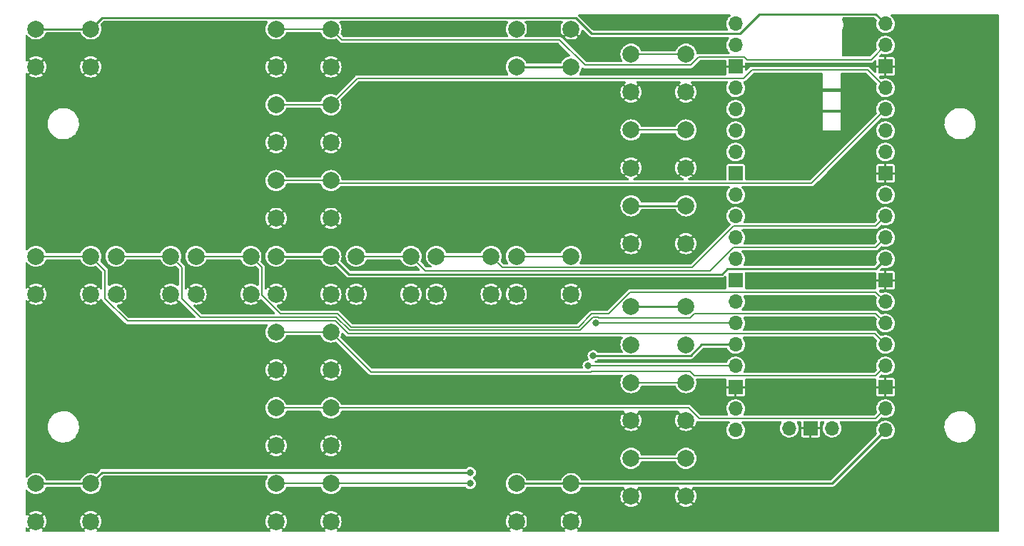
<source format=gbr>
%TF.GenerationSoftware,KiCad,Pcbnew,(6.0.4)*%
%TF.CreationDate,2022-05-21T19:00:59-03:00*%
%TF.ProjectId,G-Code_Keeb_tact,472d436f-6465-45f4-9b65-65625f746163,1*%
%TF.SameCoordinates,Original*%
%TF.FileFunction,Copper,L1,Top*%
%TF.FilePolarity,Positive*%
%FSLAX46Y46*%
G04 Gerber Fmt 4.6, Leading zero omitted, Abs format (unit mm)*
G04 Created by KiCad (PCBNEW (6.0.4)) date 2022-05-21 19:00:59*
%MOMM*%
%LPD*%
G01*
G04 APERTURE LIST*
%TA.AperFunction,ComponentPad*%
%ADD10C,2.000000*%
%TD*%
%TA.AperFunction,ComponentPad*%
%ADD11O,1.700000X1.700000*%
%TD*%
%TA.AperFunction,ComponentPad*%
%ADD12R,1.700000X1.700000*%
%TD*%
%TA.AperFunction,ViaPad*%
%ADD13C,0.800000*%
%TD*%
%TA.AperFunction,Conductor*%
%ADD14C,0.200000*%
%TD*%
%TA.AperFunction,Conductor*%
%ADD15C,0.250000*%
%TD*%
G04 APERTURE END LIST*
D10*
%TO.P,SW1,1,1*%
%TO.N,X+100*%
X148500000Y-91000000D03*
X155000000Y-91000000D03*
%TO.P,SW1,2,2*%
%TO.N,GND*%
X155000000Y-95500000D03*
X148500000Y-95500000D03*
%TD*%
%TO.P,SW5,1,1*%
%TO.N,X-10*%
X107500000Y-91000000D03*
X101000000Y-91000000D03*
%TO.P,SW5,2,2*%
%TO.N,GND*%
X101000000Y-95500000D03*
X107500000Y-95500000D03*
%TD*%
D11*
%TO.P,U1,1,GPIO0*%
%TO.N,HOME_X*%
X192305000Y-63380000D03*
%TO.P,U1,2,GPIO1*%
%TO.N,Y+100*%
X192305000Y-65920000D03*
D12*
%TO.P,U1,3,GND*%
%TO.N,GND*%
X192305000Y-68460000D03*
D11*
%TO.P,U1,4,GPIO2*%
%TO.N,Y+10*%
X192305000Y-71000000D03*
%TO.P,U1,5,GPIO3*%
%TO.N,Y+1*%
X192305000Y-73540000D03*
%TO.P,U1,6,GPIO4*%
%TO.N,unconnected-(U1-Pad6)*%
X192305000Y-76080000D03*
%TO.P,U1,7,GPIO5*%
%TO.N,unconnected-(U1-Pad7)*%
X192305000Y-78620000D03*
D12*
%TO.P,U1,8,GND*%
%TO.N,GND*%
X192305000Y-81160000D03*
D11*
%TO.P,U1,9,GPIO6*%
%TO.N,unconnected-(U1-Pad9)*%
X192305000Y-83700000D03*
%TO.P,U1,10,GPIO7*%
%TO.N,X+10*%
X192305000Y-86240000D03*
%TO.P,U1,11,GPIO8*%
%TO.N,X+1*%
X192305000Y-88780000D03*
%TO.P,U1,12,GPIO9*%
%TO.N,HOME_XY*%
X192305000Y-91320000D03*
D12*
%TO.P,U1,13,GND*%
%TO.N,GND*%
X192305000Y-93860000D03*
D11*
%TO.P,U1,14,GPIO10*%
%TO.N,X-1*%
X192305000Y-96400000D03*
%TO.P,U1,15,GPIO11*%
%TO.N,X-10*%
X192305000Y-98940000D03*
%TO.P,U1,16,GPIO12*%
%TO.N,X-100*%
X192305000Y-101480000D03*
%TO.P,U1,17,GPIO13*%
%TO.N,Y-1*%
X192305000Y-104020000D03*
D12*
%TO.P,U1,18,GND*%
%TO.N,GND*%
X192305000Y-106560000D03*
D11*
%TO.P,U1,19,GPIO14*%
%TO.N,Y-10*%
X192305000Y-109100000D03*
%TO.P,U1,20,GPIO15*%
%TO.N,HOME_Y*%
X192305000Y-111640000D03*
%TO.P,U1,21,GPIO16*%
%TO.N,Z-10*%
X174525000Y-111640000D03*
%TO.P,U1,22,GPIO17*%
%TO.N,Z-1*%
X174525000Y-109100000D03*
D12*
%TO.P,U1,23,GND*%
%TO.N,GND*%
X174525000Y-106560000D03*
D11*
%TO.P,U1,24,GPIO18*%
%TO.N,Y-100*%
X174525000Y-104020000D03*
%TO.P,U1,25,GPIO19*%
%TO.N,HOME*%
X174525000Y-101480000D03*
%TO.P,U1,26,GPIO20*%
%TO.N,X+100*%
X174525000Y-98940000D03*
%TO.P,U1,27,GPIO21*%
%TO.N,Z-0.1*%
X174525000Y-96400000D03*
D12*
%TO.P,U1,28,GND*%
%TO.N,unconnected-(U1-Pad28)*%
X174525000Y-93860000D03*
D11*
%TO.P,U1,29,GPIO22*%
%TO.N,HOME_Z*%
X174525000Y-91320000D03*
%TO.P,U1,30,RUN*%
%TO.N,unconnected-(U1-Pad30)*%
X174525000Y-88780000D03*
%TO.P,U1,31,GPIO26_ADC0*%
%TO.N,Z+0.1*%
X174525000Y-86240000D03*
%TO.P,U1,32,GPIO27_ADC1*%
%TO.N,Z+1*%
X174525000Y-83700000D03*
D12*
%TO.P,U1,33,AGND*%
%TO.N,unconnected-(U1-Pad33)*%
X174525000Y-81160000D03*
D11*
%TO.P,U1,34,GPIO28_ADC2*%
%TO.N,Z+10*%
X174525000Y-78620000D03*
%TO.P,U1,35,ADC_VREF*%
%TO.N,unconnected-(U1-Pad35)*%
X174525000Y-76080000D03*
%TO.P,U1,36,3V3*%
%TO.N,unconnected-(U1-Pad36)*%
X174525000Y-73540000D03*
%TO.P,U1,37,3V3_EN*%
%TO.N,unconnected-(U1-Pad37)*%
X174525000Y-71000000D03*
D12*
%TO.P,U1,38,GND*%
%TO.N,GND*%
X174525000Y-68460000D03*
D11*
%TO.P,U1,39,VSYS*%
%TO.N,unconnected-(U1-Pad39)*%
X174525000Y-65920000D03*
%TO.P,U1,40,VBUS*%
%TO.N,unconnected-(U1-Pad40)*%
X174525000Y-63380000D03*
%TO.P,U1,41,SWCLK*%
%TO.N,unconnected-(U1-Pad41)*%
X185955000Y-111410000D03*
D12*
%TO.P,U1,42,GND*%
%TO.N,GND*%
X183415000Y-111410000D03*
D11*
%TO.P,U1,43,SWDIO*%
%TO.N,unconnected-(U1-Pad43)*%
X180875000Y-111410000D03*
%TD*%
D10*
%TO.P,SW23,1,1*%
%TO.N,HOME_Z*%
X155000000Y-68500000D03*
X148500000Y-68500000D03*
%TO.P,SW23,2,2*%
%TO.N,GND*%
X148500000Y-64000000D03*
X155000000Y-64000000D03*
%TD*%
%TO.P,SW22,1,1*%
%TO.N,HOME_XY*%
X126500000Y-91000000D03*
X120000000Y-91000000D03*
%TO.P,SW22,2,2*%
%TO.N,GND*%
X120000000Y-95500000D03*
X126500000Y-95500000D03*
%TD*%
%TO.P,SW20,1,1*%
%TO.N,HOME_X*%
X98000000Y-64000000D03*
X91500000Y-64000000D03*
%TO.P,SW20,2,2*%
%TO.N,GND*%
X91500000Y-68500000D03*
X98000000Y-68500000D03*
%TD*%
%TO.P,SW8,1,1*%
%TO.N,Y+10*%
X120000000Y-73000000D03*
X126500000Y-73000000D03*
%TO.P,SW8,2,2*%
%TO.N,GND*%
X120000000Y-77500000D03*
X126500000Y-77500000D03*
%TD*%
%TO.P,SW2,1,1*%
%TO.N,X+10*%
X139000000Y-91000000D03*
X145500000Y-91000000D03*
%TO.P,SW2,2,2*%
%TO.N,GND*%
X145500000Y-95500000D03*
X139000000Y-95500000D03*
%TD*%
%TO.P,SW7,2,2*%
%TO.N,GND*%
X126500000Y-68500000D03*
X120000000Y-68500000D03*
%TO.P,SW7,1,1*%
%TO.N,Y+100*%
X126500000Y-64000000D03*
X120000000Y-64000000D03*
%TD*%
%TO.P,SW17,1,1*%
%TO.N,Z-1*%
X162110000Y-106000000D03*
X168610000Y-106000000D03*
%TO.P,SW17,2,2*%
%TO.N,GND*%
X162110000Y-110500000D03*
X168610000Y-110500000D03*
%TD*%
%TO.P,SW14,2,2*%
%TO.N,GND*%
X168610000Y-80500000D03*
X162110000Y-80500000D03*
%TO.P,SW14,1,1*%
%TO.N,Z+1*%
X162110000Y-76000000D03*
X168610000Y-76000000D03*
%TD*%
%TO.P,SW10,1,1*%
%TO.N,Y-1*%
X120000000Y-100000000D03*
X126500000Y-100000000D03*
%TO.P,SW10,2,2*%
%TO.N,GND*%
X126500000Y-104500000D03*
X120000000Y-104500000D03*
%TD*%
%TO.P,SW9,1,1*%
%TO.N,Y+1*%
X126500000Y-82000000D03*
X120000000Y-82000000D03*
%TO.P,SW9,2,2*%
%TO.N,GND*%
X126500000Y-86500000D03*
X120000000Y-86500000D03*
%TD*%
%TO.P,SW6,1,1*%
%TO.N,X-100*%
X91500000Y-91000000D03*
X98000000Y-91000000D03*
%TO.P,SW6,2,2*%
%TO.N,GND*%
X91500000Y-95500000D03*
X98000000Y-95500000D03*
%TD*%
%TO.P,SW16,1,1*%
%TO.N,Z-0.1*%
X168610000Y-97000000D03*
X162110000Y-97000000D03*
%TO.P,SW16,2,2*%
%TO.N,GND*%
X168610000Y-101500000D03*
X162110000Y-101500000D03*
%TD*%
%TO.P,SW21,1,1*%
%TO.N,HOME_Y*%
X155000000Y-118000000D03*
X148500000Y-118000000D03*
%TO.P,SW21,2,2*%
%TO.N,GND*%
X155000000Y-122500000D03*
X148500000Y-122500000D03*
%TD*%
%TO.P,SW12,1,1*%
%TO.N,Y-100*%
X126500000Y-118000000D03*
X120000000Y-118000000D03*
%TO.P,SW12,2,2*%
%TO.N,GND*%
X126500000Y-122500000D03*
X120000000Y-122500000D03*
%TD*%
%TO.P,SW4,1,1*%
%TO.N,X-1*%
X117000000Y-91000000D03*
X110500000Y-91000000D03*
%TO.P,SW4,2,2*%
%TO.N,GND*%
X110500000Y-95500000D03*
X117000000Y-95500000D03*
%TD*%
%TO.P,SW19,1,1*%
%TO.N,HOME*%
X98000000Y-118000000D03*
X91500000Y-118000000D03*
%TO.P,SW19,2,2*%
%TO.N,GND*%
X98000000Y-122500000D03*
X91500000Y-122500000D03*
%TD*%
%TO.P,SW3,1,1*%
%TO.N,X+1*%
X136000000Y-91000000D03*
X129500000Y-91000000D03*
%TO.P,SW3,2,2*%
%TO.N,GND*%
X129500000Y-95500000D03*
X136000000Y-95500000D03*
%TD*%
%TO.P,SW11,1,1*%
%TO.N,Y-10*%
X126500000Y-109000000D03*
X120000000Y-109000000D03*
%TO.P,SW11,2,2*%
%TO.N,GND*%
X120000000Y-113500000D03*
X126500000Y-113500000D03*
%TD*%
%TO.P,SW13,1,1*%
%TO.N,Z+10*%
X168610000Y-67000000D03*
X162110000Y-67000000D03*
%TO.P,SW13,2,2*%
%TO.N,GND*%
X162110000Y-71500000D03*
X168610000Y-71500000D03*
%TD*%
%TO.P,SW18,1,1*%
%TO.N,Z-10*%
X168610000Y-115000000D03*
X162110000Y-115000000D03*
%TO.P,SW18,2,2*%
%TO.N,GND*%
X162110000Y-119500000D03*
X168610000Y-119500000D03*
%TD*%
%TO.P,SW15,1,1*%
%TO.N,Z+0.1*%
X162110000Y-85000000D03*
X168610000Y-85000000D03*
%TO.P,SW15,2,2*%
%TO.N,GND*%
X162110000Y-89500000D03*
X168610000Y-89500000D03*
%TD*%
D13*
%TO.N,GND*%
X144000000Y-63910000D03*
X139000000Y-63910000D03*
X134000000Y-63910000D03*
X129000000Y-63910000D03*
X154430000Y-102330000D03*
X143630000Y-102330000D03*
X132740000Y-102330000D03*
%TO.N,X+100*%
X157890000Y-98940000D03*
%TO.N,GND*%
X169290000Y-63310000D03*
X164220000Y-63310000D03*
X158860000Y-63310000D03*
%TO.N,Y-100*%
X157010362Y-104020000D03*
%TO.N,HOME*%
X157605489Y-102824511D03*
X143030361Y-116675489D03*
%TO.N,Y-100*%
X143030361Y-118000000D03*
%TD*%
D14*
%TO.N,Y+1*%
X126809511Y-82309511D02*
X183535489Y-82309511D01*
X183535489Y-82309511D02*
X192305000Y-73540000D01*
X126500000Y-82000000D02*
X126809511Y-82309511D01*
%TO.N,Y+10*%
X129649511Y-69850489D02*
X126500000Y-73000000D01*
X175433533Y-69850489D02*
X129649511Y-69850489D01*
X176434042Y-68849980D02*
X175433533Y-69850489D01*
X190154980Y-68849980D02*
X176434042Y-68849980D01*
X192305000Y-71000000D02*
X190154980Y-68849980D01*
%TO.N,Y+100*%
X127800000Y-65300000D02*
X126500000Y-64000000D01*
X153637787Y-65300000D02*
X127800000Y-65300000D01*
X170159511Y-67310489D02*
X169170489Y-68299511D01*
X175540489Y-67310489D02*
X170159511Y-67310489D01*
X156637298Y-68299511D02*
X153637787Y-65300000D01*
X175869521Y-67639521D02*
X175540489Y-67310489D01*
X169170489Y-68299511D02*
X156637298Y-68299511D01*
X190585479Y-67639521D02*
X175869521Y-67639521D01*
X192305000Y-65920000D02*
X190585479Y-67639521D01*
D15*
%TO.N,HOME_XY*%
X191130489Y-92494511D02*
X192305000Y-91320000D01*
X172912429Y-93123549D02*
X173541467Y-92494511D01*
X128623549Y-93123549D02*
X172912429Y-93123549D01*
X173541467Y-92494511D02*
X191130489Y-92494511D01*
X126500000Y-91000000D02*
X128623549Y-93123549D01*
D14*
%TO.N,X+10*%
X191145000Y-87400000D02*
X192305000Y-86240000D01*
X169379834Y-92299511D02*
X174279345Y-87400000D01*
X146799511Y-92299511D02*
X169379834Y-92299511D01*
X174279345Y-87400000D02*
X191145000Y-87400000D01*
X145500000Y-91000000D02*
X146799511Y-92299511D01*
%TO.N,X+1*%
X174289834Y-89929511D02*
X174430489Y-89929511D01*
X171520315Y-92699030D02*
X174289834Y-89929511D01*
X137699030Y-92699030D02*
X171520315Y-92699030D01*
X136000000Y-91000000D02*
X137699030Y-92699030D01*
X174430489Y-89929511D02*
X174430000Y-89930000D01*
X192305000Y-88780000D02*
X191155489Y-89929511D01*
X191155489Y-89929511D02*
X174430489Y-89929511D01*
%TO.N,X-1*%
X118299511Y-92299511D02*
X117000000Y-91000000D01*
X118299511Y-95637298D02*
X118299511Y-92299511D01*
X127308279Y-97840480D02*
X120502693Y-97840480D01*
X155874286Y-99401449D02*
X128869248Y-99401449D01*
X157435254Y-97840481D02*
X155874286Y-99401449D01*
X159431733Y-97840480D02*
X157435254Y-97840481D01*
X162021724Y-95250489D02*
X159431733Y-97840480D01*
X191155489Y-95250489D02*
X162021724Y-95250489D01*
X128869248Y-99401449D02*
X127308279Y-97840480D01*
X192305000Y-96400000D02*
X191155489Y-95250489D01*
X120502693Y-97840480D02*
X118299511Y-95637298D01*
%TO.N,X-10*%
X108799511Y-92299511D02*
X107500000Y-91000000D01*
X108799511Y-96038276D02*
X108799511Y-92299511D01*
X127142793Y-98240000D02*
X111001235Y-98240000D01*
X128703762Y-99800969D02*
X127142793Y-98240000D01*
X156039772Y-99800969D02*
X128703762Y-99800969D01*
X157600741Y-98240000D02*
X156039772Y-99800969D01*
X158179259Y-98240000D02*
X157600741Y-98240000D01*
X111001235Y-98240000D02*
X108799511Y-96038276D01*
X169117787Y-98330000D02*
X158269259Y-98330000D01*
X169657298Y-97790489D02*
X169117787Y-98330000D01*
X158269259Y-98330000D02*
X158179259Y-98240000D01*
X191155489Y-97790489D02*
X169657298Y-97790489D01*
X192305000Y-98940000D02*
X191155489Y-97790489D01*
%TO.N,X+100*%
X174525000Y-98940000D02*
X157890000Y-98940000D01*
%TO.N,X-100*%
X102362702Y-98700489D02*
X99700489Y-96038276D01*
X99700489Y-92700489D02*
X98000000Y-91000000D01*
X127038276Y-98700489D02*
X102362702Y-98700489D01*
X99700489Y-96038276D02*
X99700489Y-92700489D01*
X128538276Y-100200489D02*
X127038276Y-98700489D01*
X191025489Y-100200489D02*
X128538276Y-100200489D01*
X192305000Y-101480000D02*
X191025489Y-100200489D01*
D15*
%TO.N,HOME_X*%
X99324511Y-62675489D02*
X98000000Y-64000000D01*
X155548632Y-62675489D02*
X99324511Y-62675489D01*
X157427654Y-64554511D02*
X155548632Y-62675489D01*
X175011499Y-64554511D02*
X157427654Y-64554511D01*
X177330531Y-62235479D02*
X175011499Y-64554511D01*
X191160479Y-62235479D02*
X177330531Y-62235479D01*
X192305000Y-63380000D02*
X191160479Y-62235479D01*
D14*
%TO.N,Y-1*%
X157299621Y-104720000D02*
X131220000Y-104720000D01*
X169148276Y-104700489D02*
X157319132Y-104700489D01*
X157319132Y-104700489D02*
X157299621Y-104720000D01*
X191155489Y-105169511D02*
X169617297Y-105169511D01*
X169617297Y-105169511D02*
X169148276Y-104700489D01*
X192305000Y-104020000D02*
X191155489Y-105169511D01*
X131220000Y-104720000D02*
X126500000Y-100000000D01*
%TO.N,Y-10*%
X168947787Y-109000000D02*
X126500000Y-109000000D01*
X191155489Y-110249511D02*
X170197298Y-110249511D01*
X170197298Y-110249511D02*
X168947787Y-109000000D01*
X192305000Y-109100000D02*
X191155489Y-110249511D01*
D15*
%TO.N,HOME_Y*%
X155000000Y-118000000D02*
X185945000Y-118000000D01*
X185945000Y-118000000D02*
X192305000Y-111640000D01*
D14*
%TO.N,Y-100*%
X157010362Y-104020000D02*
X174525000Y-104020000D01*
X126500000Y-118000000D02*
X143030361Y-118000000D01*
D15*
%TO.N,HOME*%
X170503143Y-101480000D02*
X174525000Y-101480000D01*
X169158632Y-102824511D02*
X170503143Y-101480000D01*
X157605489Y-102824511D02*
X169158632Y-102824511D01*
X99324511Y-116675489D02*
X143030361Y-116675489D01*
X98000000Y-118000000D02*
X99324511Y-116675489D01*
D14*
%TO.N,X+100*%
X148500000Y-91000000D02*
X155000000Y-91000000D01*
%TO.N,X+10*%
X139000000Y-91000000D02*
X145500000Y-91000000D01*
%TO.N,X+1*%
X129500000Y-91000000D02*
X136000000Y-91000000D01*
%TO.N,X-1*%
X110500000Y-91000000D02*
X117000000Y-91000000D01*
%TO.N,X-10*%
X101000000Y-91000000D02*
X107500000Y-91000000D01*
%TO.N,X-100*%
X91500000Y-91000000D02*
X98000000Y-91000000D01*
%TO.N,Y-100*%
X120000000Y-118000000D02*
X126500000Y-118000000D01*
%TO.N,Y-10*%
X120000000Y-109000000D02*
X126500000Y-109000000D01*
%TO.N,Y-1*%
X120000000Y-100000000D02*
X126500000Y-100000000D01*
%TO.N,Y+1*%
X120000000Y-82000000D02*
X126500000Y-82000000D01*
%TO.N,Y+10*%
X120000000Y-73000000D02*
X126500000Y-73000000D01*
%TO.N,Y+100*%
X120000000Y-64000000D02*
X126500000Y-64000000D01*
D15*
%TO.N,HOME*%
X91500000Y-118000000D02*
X98000000Y-118000000D01*
%TO.N,HOME_Y*%
X148500000Y-118000000D02*
X155000000Y-118000000D01*
D14*
%TO.N,Z-10*%
X162110000Y-115000000D02*
X168610000Y-115000000D01*
%TO.N,Z-1*%
X162110000Y-106000000D02*
X168610000Y-106000000D01*
D15*
%TO.N,Z-0.1*%
X162110000Y-97000000D02*
X168610000Y-97000000D01*
%TO.N,HOME_XY*%
X120000000Y-91000000D02*
X126500000Y-91000000D01*
%TO.N,Z+0.1*%
X162110000Y-85000000D02*
X168610000Y-85000000D01*
D14*
%TO.N,Z+1*%
X162110000Y-76000000D02*
X168610000Y-76000000D01*
%TO.N,Z+10*%
X162110000Y-67000000D02*
X168610000Y-67000000D01*
D15*
%TO.N,HOME_Z*%
X148500000Y-68500000D02*
X155000000Y-68500000D01*
%TO.N,HOME_X*%
X91500000Y-64000000D02*
X98000000Y-64000000D01*
%TD*%
%TA.AperFunction,Conductor*%
%TO.N,GND*%
G36*
X205687621Y-62274502D02*
G01*
X205734114Y-62328158D01*
X205745500Y-62380500D01*
X205745500Y-123619500D01*
X205725498Y-123687621D01*
X205671842Y-123734114D01*
X205619500Y-123745500D01*
X155807144Y-123745500D01*
X155739023Y-123725498D01*
X155692530Y-123671842D01*
X155682426Y-123601568D01*
X155711920Y-123536988D01*
X155734874Y-123516286D01*
X155779915Y-123484748D01*
X155788288Y-123474273D01*
X155781220Y-123460825D01*
X155012812Y-122692417D01*
X154998868Y-122684803D01*
X154997035Y-122684934D01*
X154990420Y-122689185D01*
X154218058Y-123461547D01*
X154211628Y-123473321D01*
X154220923Y-123485335D01*
X154265126Y-123516286D01*
X154309455Y-123571743D01*
X154316764Y-123642363D01*
X154284734Y-123705723D01*
X154223533Y-123741709D01*
X154192856Y-123745500D01*
X149307144Y-123745500D01*
X149239023Y-123725498D01*
X149192530Y-123671842D01*
X149182426Y-123601568D01*
X149211920Y-123536988D01*
X149234874Y-123516286D01*
X149279915Y-123484748D01*
X149288288Y-123474273D01*
X149281220Y-123460825D01*
X148512812Y-122692417D01*
X148498868Y-122684803D01*
X148497035Y-122684934D01*
X148490420Y-122689185D01*
X147718058Y-123461547D01*
X147711628Y-123473321D01*
X147720923Y-123485335D01*
X147765126Y-123516286D01*
X147809455Y-123571743D01*
X147816764Y-123642363D01*
X147784734Y-123705723D01*
X147723533Y-123741709D01*
X147692856Y-123745500D01*
X127307144Y-123745500D01*
X127239023Y-123725498D01*
X127192530Y-123671842D01*
X127182426Y-123601568D01*
X127211920Y-123536988D01*
X127234874Y-123516286D01*
X127279915Y-123484748D01*
X127288288Y-123474273D01*
X127281220Y-123460825D01*
X126512812Y-122692417D01*
X126498868Y-122684803D01*
X126497035Y-122684934D01*
X126490420Y-122689185D01*
X125718058Y-123461547D01*
X125711628Y-123473321D01*
X125720923Y-123485335D01*
X125765126Y-123516286D01*
X125809455Y-123571743D01*
X125816764Y-123642363D01*
X125784734Y-123705723D01*
X125723533Y-123741709D01*
X125692856Y-123745500D01*
X120807144Y-123745500D01*
X120739023Y-123725498D01*
X120692530Y-123671842D01*
X120682426Y-123601568D01*
X120711920Y-123536988D01*
X120734874Y-123516286D01*
X120779915Y-123484748D01*
X120788288Y-123474273D01*
X120781220Y-123460825D01*
X120012812Y-122692417D01*
X119998868Y-122684803D01*
X119997035Y-122684934D01*
X119990420Y-122689185D01*
X119218058Y-123461547D01*
X119211628Y-123473321D01*
X119220923Y-123485335D01*
X119265126Y-123516286D01*
X119309455Y-123571743D01*
X119316764Y-123642363D01*
X119284734Y-123705723D01*
X119223533Y-123741709D01*
X119192856Y-123745500D01*
X98807144Y-123745500D01*
X98739023Y-123725498D01*
X98692530Y-123671842D01*
X98682426Y-123601568D01*
X98711920Y-123536988D01*
X98734874Y-123516286D01*
X98779915Y-123484748D01*
X98788288Y-123474273D01*
X98781220Y-123460825D01*
X98012812Y-122692417D01*
X97998868Y-122684803D01*
X97997035Y-122684934D01*
X97990420Y-122689185D01*
X97218058Y-123461547D01*
X97211628Y-123473321D01*
X97220923Y-123485335D01*
X97265126Y-123516286D01*
X97309455Y-123571743D01*
X97316764Y-123642363D01*
X97284734Y-123705723D01*
X97223533Y-123741709D01*
X97192856Y-123745500D01*
X92307144Y-123745500D01*
X92239023Y-123725498D01*
X92192530Y-123671842D01*
X92182426Y-123601568D01*
X92211920Y-123536988D01*
X92234874Y-123516286D01*
X92279915Y-123484748D01*
X92288288Y-123474273D01*
X92281220Y-123460825D01*
X91512812Y-122692417D01*
X91498868Y-122684803D01*
X91497035Y-122684934D01*
X91490420Y-122689185D01*
X90718058Y-123461547D01*
X90711628Y-123473321D01*
X90720923Y-123485335D01*
X90765126Y-123516286D01*
X90809455Y-123571743D01*
X90816764Y-123642363D01*
X90784734Y-123705723D01*
X90723533Y-123741709D01*
X90692856Y-123745500D01*
X90380500Y-123745500D01*
X90312379Y-123725498D01*
X90265886Y-123671842D01*
X90254500Y-123619500D01*
X90254500Y-123307144D01*
X90274502Y-123239023D01*
X90328158Y-123192530D01*
X90398432Y-123182426D01*
X90463012Y-123211920D01*
X90483714Y-123234874D01*
X90515252Y-123279915D01*
X90525727Y-123288288D01*
X90539175Y-123281220D01*
X91307583Y-122512812D01*
X91313961Y-122501132D01*
X91684803Y-122501132D01*
X91684934Y-122502965D01*
X91689185Y-122509580D01*
X92461547Y-123281942D01*
X92473321Y-123288372D01*
X92485337Y-123279075D01*
X92586989Y-123133900D01*
X92592467Y-123124414D01*
X92680553Y-122935514D01*
X92684299Y-122925222D01*
X92738242Y-122723902D01*
X92740145Y-122713107D01*
X92758311Y-122505475D01*
X96741689Y-122505475D01*
X96759855Y-122713107D01*
X96761758Y-122723902D01*
X96815701Y-122925222D01*
X96819447Y-122935514D01*
X96907533Y-123124414D01*
X96913011Y-123133900D01*
X97015249Y-123279913D01*
X97025727Y-123288288D01*
X97039175Y-123281220D01*
X97807583Y-122512812D01*
X97813961Y-122501132D01*
X98184803Y-122501132D01*
X98184934Y-122502965D01*
X98189185Y-122509580D01*
X98961547Y-123281942D01*
X98973321Y-123288372D01*
X98985337Y-123279075D01*
X99086989Y-123133900D01*
X99092467Y-123124414D01*
X99180553Y-122935514D01*
X99184299Y-122925222D01*
X99238242Y-122723902D01*
X99240145Y-122713107D01*
X99258311Y-122505475D01*
X118741689Y-122505475D01*
X118759855Y-122713107D01*
X118761758Y-122723902D01*
X118815701Y-122925222D01*
X118819447Y-122935514D01*
X118907533Y-123124414D01*
X118913011Y-123133900D01*
X119015249Y-123279913D01*
X119025727Y-123288288D01*
X119039175Y-123281220D01*
X119807583Y-122512812D01*
X119813961Y-122501132D01*
X120184803Y-122501132D01*
X120184934Y-122502965D01*
X120189185Y-122509580D01*
X120961547Y-123281942D01*
X120973321Y-123288372D01*
X120985337Y-123279075D01*
X121086989Y-123133900D01*
X121092467Y-123124414D01*
X121180553Y-122935514D01*
X121184299Y-122925222D01*
X121238242Y-122723902D01*
X121240145Y-122713107D01*
X121258311Y-122505475D01*
X125241689Y-122505475D01*
X125259855Y-122713107D01*
X125261758Y-122723902D01*
X125315701Y-122925222D01*
X125319447Y-122935514D01*
X125407533Y-123124414D01*
X125413011Y-123133900D01*
X125515249Y-123279913D01*
X125525727Y-123288288D01*
X125539175Y-123281220D01*
X126307583Y-122512812D01*
X126313961Y-122501132D01*
X126684803Y-122501132D01*
X126684934Y-122502965D01*
X126689185Y-122509580D01*
X127461547Y-123281942D01*
X127473321Y-123288372D01*
X127485337Y-123279075D01*
X127586989Y-123133900D01*
X127592467Y-123124414D01*
X127680553Y-122935514D01*
X127684299Y-122925222D01*
X127738242Y-122723902D01*
X127740145Y-122713107D01*
X127758311Y-122505475D01*
X147241689Y-122505475D01*
X147259855Y-122713107D01*
X147261758Y-122723902D01*
X147315701Y-122925222D01*
X147319447Y-122935514D01*
X147407533Y-123124414D01*
X147413011Y-123133900D01*
X147515249Y-123279913D01*
X147525727Y-123288288D01*
X147539175Y-123281220D01*
X148307583Y-122512812D01*
X148313961Y-122501132D01*
X148684803Y-122501132D01*
X148684934Y-122502965D01*
X148689185Y-122509580D01*
X149461547Y-123281942D01*
X149473321Y-123288372D01*
X149485337Y-123279075D01*
X149586989Y-123133900D01*
X149592467Y-123124414D01*
X149680553Y-122935514D01*
X149684299Y-122925222D01*
X149738242Y-122723902D01*
X149740145Y-122713107D01*
X149758311Y-122505475D01*
X153741689Y-122505475D01*
X153759855Y-122713107D01*
X153761758Y-122723902D01*
X153815701Y-122925222D01*
X153819447Y-122935514D01*
X153907533Y-123124414D01*
X153913011Y-123133900D01*
X154015249Y-123279913D01*
X154025727Y-123288288D01*
X154039175Y-123281220D01*
X154807583Y-122512812D01*
X154813961Y-122501132D01*
X155184803Y-122501132D01*
X155184934Y-122502965D01*
X155189185Y-122509580D01*
X155961547Y-123281942D01*
X155973321Y-123288372D01*
X155985337Y-123279075D01*
X156086989Y-123133900D01*
X156092467Y-123124414D01*
X156180553Y-122935514D01*
X156184299Y-122925222D01*
X156238242Y-122723902D01*
X156240145Y-122713107D01*
X156258311Y-122505475D01*
X156258311Y-122494525D01*
X156240145Y-122286893D01*
X156238242Y-122276098D01*
X156184299Y-122074778D01*
X156180553Y-122064486D01*
X156092467Y-121875586D01*
X156086989Y-121866100D01*
X155984751Y-121720087D01*
X155974273Y-121711712D01*
X155960825Y-121718780D01*
X155192417Y-122487188D01*
X155184803Y-122501132D01*
X154813961Y-122501132D01*
X154815197Y-122498868D01*
X154815066Y-122497035D01*
X154810815Y-122490420D01*
X154038453Y-121718058D01*
X154026679Y-121711628D01*
X154014663Y-121720925D01*
X153913011Y-121866100D01*
X153907533Y-121875586D01*
X153819447Y-122064486D01*
X153815701Y-122074778D01*
X153761758Y-122276098D01*
X153759855Y-122286893D01*
X153741689Y-122494525D01*
X153741689Y-122505475D01*
X149758311Y-122505475D01*
X149758311Y-122494525D01*
X149740145Y-122286893D01*
X149738242Y-122276098D01*
X149684299Y-122074778D01*
X149680553Y-122064486D01*
X149592467Y-121875586D01*
X149586989Y-121866100D01*
X149484751Y-121720087D01*
X149474273Y-121711712D01*
X149460825Y-121718780D01*
X148692417Y-122487188D01*
X148684803Y-122501132D01*
X148313961Y-122501132D01*
X148315197Y-122498868D01*
X148315066Y-122497035D01*
X148310815Y-122490420D01*
X147538453Y-121718058D01*
X147526679Y-121711628D01*
X147514663Y-121720925D01*
X147413011Y-121866100D01*
X147407533Y-121875586D01*
X147319447Y-122064486D01*
X147315701Y-122074778D01*
X147261758Y-122276098D01*
X147259855Y-122286893D01*
X147241689Y-122494525D01*
X147241689Y-122505475D01*
X127758311Y-122505475D01*
X127758311Y-122494525D01*
X127740145Y-122286893D01*
X127738242Y-122276098D01*
X127684299Y-122074778D01*
X127680553Y-122064486D01*
X127592467Y-121875586D01*
X127586989Y-121866100D01*
X127484751Y-121720087D01*
X127474273Y-121711712D01*
X127460825Y-121718780D01*
X126692417Y-122487188D01*
X126684803Y-122501132D01*
X126313961Y-122501132D01*
X126315197Y-122498868D01*
X126315066Y-122497035D01*
X126310815Y-122490420D01*
X125538453Y-121718058D01*
X125526679Y-121711628D01*
X125514663Y-121720925D01*
X125413011Y-121866100D01*
X125407533Y-121875586D01*
X125319447Y-122064486D01*
X125315701Y-122074778D01*
X125261758Y-122276098D01*
X125259855Y-122286893D01*
X125241689Y-122494525D01*
X125241689Y-122505475D01*
X121258311Y-122505475D01*
X121258311Y-122494525D01*
X121240145Y-122286893D01*
X121238242Y-122276098D01*
X121184299Y-122074778D01*
X121180553Y-122064486D01*
X121092467Y-121875586D01*
X121086989Y-121866100D01*
X120984751Y-121720087D01*
X120974273Y-121711712D01*
X120960825Y-121718780D01*
X120192417Y-122487188D01*
X120184803Y-122501132D01*
X119813961Y-122501132D01*
X119815197Y-122498868D01*
X119815066Y-122497035D01*
X119810815Y-122490420D01*
X119038453Y-121718058D01*
X119026679Y-121711628D01*
X119014663Y-121720925D01*
X118913011Y-121866100D01*
X118907533Y-121875586D01*
X118819447Y-122064486D01*
X118815701Y-122074778D01*
X118761758Y-122276098D01*
X118759855Y-122286893D01*
X118741689Y-122494525D01*
X118741689Y-122505475D01*
X99258311Y-122505475D01*
X99258311Y-122494525D01*
X99240145Y-122286893D01*
X99238242Y-122276098D01*
X99184299Y-122074778D01*
X99180553Y-122064486D01*
X99092467Y-121875586D01*
X99086989Y-121866100D01*
X98984751Y-121720087D01*
X98974273Y-121711712D01*
X98960825Y-121718780D01*
X98192417Y-122487188D01*
X98184803Y-122501132D01*
X97813961Y-122501132D01*
X97815197Y-122498868D01*
X97815066Y-122497035D01*
X97810815Y-122490420D01*
X97038453Y-121718058D01*
X97026679Y-121711628D01*
X97014663Y-121720925D01*
X96913011Y-121866100D01*
X96907533Y-121875586D01*
X96819447Y-122064486D01*
X96815701Y-122074778D01*
X96761758Y-122276098D01*
X96759855Y-122286893D01*
X96741689Y-122494525D01*
X96741689Y-122505475D01*
X92758311Y-122505475D01*
X92758311Y-122494525D01*
X92740145Y-122286893D01*
X92738242Y-122276098D01*
X92684299Y-122074778D01*
X92680553Y-122064486D01*
X92592467Y-121875586D01*
X92586989Y-121866100D01*
X92484751Y-121720087D01*
X92474273Y-121711712D01*
X92460825Y-121718780D01*
X91692417Y-122487188D01*
X91684803Y-122501132D01*
X91313961Y-122501132D01*
X91315197Y-122498868D01*
X91315066Y-122497035D01*
X91310815Y-122490420D01*
X90538453Y-121718058D01*
X90526679Y-121711628D01*
X90514665Y-121720923D01*
X90483714Y-121765126D01*
X90428257Y-121809455D01*
X90357637Y-121816764D01*
X90294277Y-121784734D01*
X90258291Y-121723533D01*
X90254500Y-121692856D01*
X90254500Y-121525727D01*
X90711712Y-121525727D01*
X90718780Y-121539175D01*
X91487188Y-122307583D01*
X91501132Y-122315197D01*
X91502965Y-122315066D01*
X91509580Y-122310815D01*
X92281942Y-121538453D01*
X92288372Y-121526679D01*
X92287635Y-121525727D01*
X97211712Y-121525727D01*
X97218780Y-121539175D01*
X97987188Y-122307583D01*
X98001132Y-122315197D01*
X98002965Y-122315066D01*
X98009580Y-122310815D01*
X98781942Y-121538453D01*
X98788372Y-121526679D01*
X98787635Y-121525727D01*
X119211712Y-121525727D01*
X119218780Y-121539175D01*
X119987188Y-122307583D01*
X120001132Y-122315197D01*
X120002965Y-122315066D01*
X120009580Y-122310815D01*
X120781942Y-121538453D01*
X120788372Y-121526679D01*
X120787635Y-121525727D01*
X125711712Y-121525727D01*
X125718780Y-121539175D01*
X126487188Y-122307583D01*
X126501132Y-122315197D01*
X126502965Y-122315066D01*
X126509580Y-122310815D01*
X127281942Y-121538453D01*
X127288372Y-121526679D01*
X127287635Y-121525727D01*
X147711712Y-121525727D01*
X147718780Y-121539175D01*
X148487188Y-122307583D01*
X148501132Y-122315197D01*
X148502965Y-122315066D01*
X148509580Y-122310815D01*
X149281942Y-121538453D01*
X149288372Y-121526679D01*
X149287635Y-121525727D01*
X154211712Y-121525727D01*
X154218780Y-121539175D01*
X154987188Y-122307583D01*
X155001132Y-122315197D01*
X155002965Y-122315066D01*
X155009580Y-122310815D01*
X155781942Y-121538453D01*
X155788372Y-121526679D01*
X155779075Y-121514663D01*
X155633900Y-121413011D01*
X155624414Y-121407533D01*
X155435514Y-121319447D01*
X155425222Y-121315701D01*
X155223902Y-121261758D01*
X155213107Y-121259855D01*
X155005475Y-121241689D01*
X154994525Y-121241689D01*
X154786893Y-121259855D01*
X154776098Y-121261758D01*
X154574778Y-121315701D01*
X154564486Y-121319447D01*
X154375586Y-121407533D01*
X154366100Y-121413011D01*
X154220087Y-121515249D01*
X154211712Y-121525727D01*
X149287635Y-121525727D01*
X149279075Y-121514663D01*
X149133900Y-121413011D01*
X149124414Y-121407533D01*
X148935514Y-121319447D01*
X148925222Y-121315701D01*
X148723902Y-121261758D01*
X148713107Y-121259855D01*
X148505475Y-121241689D01*
X148494525Y-121241689D01*
X148286893Y-121259855D01*
X148276098Y-121261758D01*
X148074778Y-121315701D01*
X148064486Y-121319447D01*
X147875586Y-121407533D01*
X147866100Y-121413011D01*
X147720087Y-121515249D01*
X147711712Y-121525727D01*
X127287635Y-121525727D01*
X127279075Y-121514663D01*
X127133900Y-121413011D01*
X127124414Y-121407533D01*
X126935514Y-121319447D01*
X126925222Y-121315701D01*
X126723902Y-121261758D01*
X126713107Y-121259855D01*
X126505475Y-121241689D01*
X126494525Y-121241689D01*
X126286893Y-121259855D01*
X126276098Y-121261758D01*
X126074778Y-121315701D01*
X126064486Y-121319447D01*
X125875586Y-121407533D01*
X125866100Y-121413011D01*
X125720087Y-121515249D01*
X125711712Y-121525727D01*
X120787635Y-121525727D01*
X120779075Y-121514663D01*
X120633900Y-121413011D01*
X120624414Y-121407533D01*
X120435514Y-121319447D01*
X120425222Y-121315701D01*
X120223902Y-121261758D01*
X120213107Y-121259855D01*
X120005475Y-121241689D01*
X119994525Y-121241689D01*
X119786893Y-121259855D01*
X119776098Y-121261758D01*
X119574778Y-121315701D01*
X119564486Y-121319447D01*
X119375586Y-121407533D01*
X119366100Y-121413011D01*
X119220087Y-121515249D01*
X119211712Y-121525727D01*
X98787635Y-121525727D01*
X98779075Y-121514663D01*
X98633900Y-121413011D01*
X98624414Y-121407533D01*
X98435514Y-121319447D01*
X98425222Y-121315701D01*
X98223902Y-121261758D01*
X98213107Y-121259855D01*
X98005475Y-121241689D01*
X97994525Y-121241689D01*
X97786893Y-121259855D01*
X97776098Y-121261758D01*
X97574778Y-121315701D01*
X97564486Y-121319447D01*
X97375586Y-121407533D01*
X97366100Y-121413011D01*
X97220087Y-121515249D01*
X97211712Y-121525727D01*
X92287635Y-121525727D01*
X92279075Y-121514663D01*
X92133900Y-121413011D01*
X92124414Y-121407533D01*
X91935514Y-121319447D01*
X91925222Y-121315701D01*
X91723902Y-121261758D01*
X91713107Y-121259855D01*
X91505475Y-121241689D01*
X91494525Y-121241689D01*
X91286893Y-121259855D01*
X91276098Y-121261758D01*
X91074778Y-121315701D01*
X91064486Y-121319447D01*
X90875586Y-121407533D01*
X90866100Y-121413011D01*
X90720087Y-121515249D01*
X90711712Y-121525727D01*
X90254500Y-121525727D01*
X90254500Y-120473321D01*
X161321628Y-120473321D01*
X161330925Y-120485337D01*
X161476100Y-120586989D01*
X161485586Y-120592467D01*
X161674486Y-120680553D01*
X161684778Y-120684299D01*
X161886098Y-120738242D01*
X161896893Y-120740145D01*
X162104525Y-120758311D01*
X162115475Y-120758311D01*
X162323107Y-120740145D01*
X162333902Y-120738242D01*
X162535222Y-120684299D01*
X162545514Y-120680553D01*
X162734414Y-120592467D01*
X162743900Y-120586989D01*
X162889913Y-120484751D01*
X162898288Y-120474273D01*
X162897788Y-120473321D01*
X167821628Y-120473321D01*
X167830925Y-120485337D01*
X167976100Y-120586989D01*
X167985586Y-120592467D01*
X168174486Y-120680553D01*
X168184778Y-120684299D01*
X168386098Y-120738242D01*
X168396893Y-120740145D01*
X168604525Y-120758311D01*
X168615475Y-120758311D01*
X168823107Y-120740145D01*
X168833902Y-120738242D01*
X169035222Y-120684299D01*
X169045514Y-120680553D01*
X169234414Y-120592467D01*
X169243900Y-120586989D01*
X169389913Y-120484751D01*
X169398288Y-120474273D01*
X169391220Y-120460825D01*
X168622812Y-119692417D01*
X168608868Y-119684803D01*
X168607035Y-119684934D01*
X168600420Y-119689185D01*
X167828058Y-120461547D01*
X167821628Y-120473321D01*
X162897788Y-120473321D01*
X162891220Y-120460825D01*
X162122812Y-119692417D01*
X162108868Y-119684803D01*
X162107035Y-119684934D01*
X162100420Y-119689185D01*
X161328058Y-120461547D01*
X161321628Y-120473321D01*
X90254500Y-120473321D01*
X90254500Y-119505475D01*
X160851689Y-119505475D01*
X160869855Y-119713107D01*
X160871758Y-119723902D01*
X160925701Y-119925222D01*
X160929447Y-119935514D01*
X161017533Y-120124414D01*
X161023011Y-120133900D01*
X161125249Y-120279913D01*
X161135727Y-120288288D01*
X161149175Y-120281220D01*
X161917583Y-119512812D01*
X161923961Y-119501132D01*
X162294803Y-119501132D01*
X162294934Y-119502965D01*
X162299185Y-119509580D01*
X163071547Y-120281942D01*
X163083321Y-120288372D01*
X163095337Y-120279075D01*
X163196989Y-120133900D01*
X163202467Y-120124414D01*
X163290553Y-119935514D01*
X163294299Y-119925222D01*
X163348242Y-119723902D01*
X163350145Y-119713107D01*
X163368311Y-119505475D01*
X167351689Y-119505475D01*
X167369855Y-119713107D01*
X167371758Y-119723902D01*
X167425701Y-119925222D01*
X167429447Y-119935514D01*
X167517533Y-120124414D01*
X167523011Y-120133900D01*
X167625249Y-120279913D01*
X167635727Y-120288288D01*
X167649175Y-120281220D01*
X168417583Y-119512812D01*
X168423961Y-119501132D01*
X168794803Y-119501132D01*
X168794934Y-119502965D01*
X168799185Y-119509580D01*
X169571547Y-120281942D01*
X169583321Y-120288372D01*
X169595337Y-120279075D01*
X169696989Y-120133900D01*
X169702467Y-120124414D01*
X169790553Y-119935514D01*
X169794299Y-119925222D01*
X169848242Y-119723902D01*
X169850145Y-119713107D01*
X169868311Y-119505475D01*
X169868311Y-119494525D01*
X169850145Y-119286893D01*
X169848242Y-119276098D01*
X169794299Y-119074778D01*
X169790553Y-119064486D01*
X169702467Y-118875586D01*
X169696989Y-118866100D01*
X169594751Y-118720087D01*
X169584273Y-118711712D01*
X169570825Y-118718780D01*
X168802417Y-119487188D01*
X168794803Y-119501132D01*
X168423961Y-119501132D01*
X168425197Y-119498868D01*
X168425066Y-119497035D01*
X168420815Y-119490420D01*
X167648453Y-118718058D01*
X167636679Y-118711628D01*
X167624663Y-118720925D01*
X167523011Y-118866100D01*
X167517533Y-118875586D01*
X167429447Y-119064486D01*
X167425701Y-119074778D01*
X167371758Y-119276098D01*
X167369855Y-119286893D01*
X167351689Y-119494525D01*
X167351689Y-119505475D01*
X163368311Y-119505475D01*
X163368311Y-119494525D01*
X163350145Y-119286893D01*
X163348242Y-119276098D01*
X163294299Y-119074778D01*
X163290553Y-119064486D01*
X163202467Y-118875586D01*
X163196989Y-118866100D01*
X163094751Y-118720087D01*
X163084273Y-118711712D01*
X163070825Y-118718780D01*
X162302417Y-119487188D01*
X162294803Y-119501132D01*
X161923961Y-119501132D01*
X161925197Y-119498868D01*
X161925066Y-119497035D01*
X161920815Y-119490420D01*
X161148453Y-118718058D01*
X161136679Y-118711628D01*
X161124663Y-118720925D01*
X161023011Y-118866100D01*
X161017533Y-118875586D01*
X160929447Y-119064486D01*
X160925701Y-119074778D01*
X160871758Y-119276098D01*
X160869855Y-119286893D01*
X160851689Y-119494525D01*
X160851689Y-119505475D01*
X90254500Y-119505475D01*
X90254500Y-118808017D01*
X90274502Y-118739896D01*
X90328158Y-118693403D01*
X90398432Y-118683299D01*
X90463012Y-118712793D01*
X90483713Y-118735746D01*
X90535326Y-118809457D01*
X90690543Y-118964674D01*
X90695051Y-118967831D01*
X90695054Y-118967833D01*
X90865845Y-119087422D01*
X90870354Y-119090579D01*
X90875336Y-119092902D01*
X90875341Y-119092905D01*
X90976116Y-119139896D01*
X91069297Y-119183347D01*
X91281326Y-119240161D01*
X91500000Y-119259292D01*
X91718674Y-119240161D01*
X91930703Y-119183347D01*
X92023884Y-119139896D01*
X92124659Y-119092905D01*
X92124664Y-119092902D01*
X92129646Y-119090579D01*
X92134155Y-119087422D01*
X92304946Y-118967833D01*
X92304949Y-118967831D01*
X92309457Y-118964674D01*
X92464674Y-118809457D01*
X92528673Y-118718058D01*
X92587422Y-118634155D01*
X92587423Y-118634153D01*
X92590579Y-118629646D01*
X92592902Y-118624664D01*
X92592905Y-118624659D01*
X92673300Y-118452250D01*
X92720217Y-118398965D01*
X92787495Y-118379500D01*
X96712505Y-118379500D01*
X96780626Y-118399502D01*
X96826700Y-118452250D01*
X96907095Y-118624659D01*
X96907098Y-118624664D01*
X96909421Y-118629646D01*
X96912577Y-118634153D01*
X96912578Y-118634155D01*
X96971328Y-118718058D01*
X97035326Y-118809457D01*
X97190543Y-118964674D01*
X97195051Y-118967831D01*
X97195054Y-118967833D01*
X97365845Y-119087422D01*
X97370354Y-119090579D01*
X97375336Y-119092902D01*
X97375341Y-119092905D01*
X97476116Y-119139896D01*
X97569297Y-119183347D01*
X97781326Y-119240161D01*
X98000000Y-119259292D01*
X98218674Y-119240161D01*
X98430703Y-119183347D01*
X98523884Y-119139896D01*
X98624659Y-119092905D01*
X98624664Y-119092902D01*
X98629646Y-119090579D01*
X98634155Y-119087422D01*
X98804946Y-118967833D01*
X98804949Y-118967831D01*
X98809457Y-118964674D01*
X98964674Y-118809457D01*
X99028673Y-118718058D01*
X99087422Y-118634155D01*
X99087423Y-118634153D01*
X99090579Y-118629646D01*
X99092902Y-118624664D01*
X99092905Y-118624659D01*
X99172876Y-118453158D01*
X99183347Y-118430703D01*
X99240161Y-118218674D01*
X99259292Y-118000000D01*
X99240161Y-117781326D01*
X99183347Y-117569297D01*
X99181024Y-117564315D01*
X99181021Y-117564307D01*
X99151958Y-117501983D01*
X99141296Y-117431791D01*
X99170275Y-117366978D01*
X99177057Y-117359637D01*
X99444800Y-117091894D01*
X99507112Y-117057868D01*
X99533895Y-117054989D01*
X118888198Y-117054989D01*
X118956319Y-117074991D01*
X119002812Y-117128647D01*
X119012916Y-117198921D01*
X118991411Y-117253260D01*
X118927131Y-117345062D01*
X118909421Y-117370354D01*
X118907098Y-117375336D01*
X118907095Y-117375341D01*
X118868266Y-117458611D01*
X118816653Y-117569297D01*
X118759839Y-117781326D01*
X118740708Y-118000000D01*
X118759839Y-118218674D01*
X118816653Y-118430703D01*
X118827124Y-118453158D01*
X118907095Y-118624659D01*
X118907098Y-118624664D01*
X118909421Y-118629646D01*
X118912577Y-118634153D01*
X118912578Y-118634155D01*
X118971328Y-118718058D01*
X119035326Y-118809457D01*
X119190543Y-118964674D01*
X119195051Y-118967831D01*
X119195054Y-118967833D01*
X119365845Y-119087422D01*
X119370354Y-119090579D01*
X119375336Y-119092902D01*
X119375341Y-119092905D01*
X119476116Y-119139896D01*
X119569297Y-119183347D01*
X119781326Y-119240161D01*
X120000000Y-119259292D01*
X120218674Y-119240161D01*
X120430703Y-119183347D01*
X120523884Y-119139896D01*
X120624659Y-119092905D01*
X120624664Y-119092902D01*
X120629646Y-119090579D01*
X120634155Y-119087422D01*
X120804946Y-118967833D01*
X120804949Y-118967831D01*
X120809457Y-118964674D01*
X120964674Y-118809457D01*
X121028673Y-118718058D01*
X121087422Y-118634155D01*
X121087423Y-118634153D01*
X121090579Y-118629646D01*
X121092902Y-118624664D01*
X121092905Y-118624659D01*
X121183347Y-118430703D01*
X121184824Y-118431392D01*
X121222498Y-118380230D01*
X121288820Y-118354896D01*
X121298799Y-118354500D01*
X125201201Y-118354500D01*
X125269322Y-118374502D01*
X125315815Y-118428158D01*
X125316266Y-118429259D01*
X125316653Y-118430703D01*
X125327124Y-118453158D01*
X125407095Y-118624659D01*
X125407098Y-118624664D01*
X125409421Y-118629646D01*
X125412577Y-118634153D01*
X125412578Y-118634155D01*
X125471328Y-118718058D01*
X125535326Y-118809457D01*
X125690543Y-118964674D01*
X125695051Y-118967831D01*
X125695054Y-118967833D01*
X125865845Y-119087422D01*
X125870354Y-119090579D01*
X125875336Y-119092902D01*
X125875341Y-119092905D01*
X125976116Y-119139896D01*
X126069297Y-119183347D01*
X126281326Y-119240161D01*
X126500000Y-119259292D01*
X126718674Y-119240161D01*
X126930703Y-119183347D01*
X127023884Y-119139896D01*
X127124659Y-119092905D01*
X127124664Y-119092902D01*
X127129646Y-119090579D01*
X127134155Y-119087422D01*
X127304946Y-118967833D01*
X127304949Y-118967831D01*
X127309457Y-118964674D01*
X127464674Y-118809457D01*
X127528673Y-118718058D01*
X127587422Y-118634155D01*
X127587423Y-118634153D01*
X127590579Y-118629646D01*
X127592902Y-118624664D01*
X127592905Y-118624659D01*
X127683347Y-118430703D01*
X127684824Y-118431392D01*
X127722498Y-118380230D01*
X127788820Y-118354896D01*
X127798799Y-118354500D01*
X142412858Y-118354500D01*
X142480979Y-118374502D01*
X142517439Y-118410224D01*
X142531269Y-118430805D01*
X142648437Y-118537419D01*
X142787654Y-118613008D01*
X142940883Y-118653207D01*
X143024838Y-118654526D01*
X143091680Y-118655576D01*
X143091683Y-118655576D01*
X143099277Y-118655695D01*
X143253693Y-118620329D01*
X143324103Y-118584917D01*
X143388433Y-118552563D01*
X143388436Y-118552561D01*
X143395216Y-118549151D01*
X143400987Y-118544222D01*
X143400990Y-118544220D01*
X143509897Y-118451204D01*
X143509897Y-118451203D01*
X143515675Y-118446269D01*
X143608116Y-118317624D01*
X143667203Y-118170641D01*
X143689523Y-118013807D01*
X143689668Y-118000000D01*
X147240708Y-118000000D01*
X147259839Y-118218674D01*
X147316653Y-118430703D01*
X147327124Y-118453158D01*
X147407095Y-118624659D01*
X147407098Y-118624664D01*
X147409421Y-118629646D01*
X147412577Y-118634153D01*
X147412578Y-118634155D01*
X147471328Y-118718058D01*
X147535326Y-118809457D01*
X147690543Y-118964674D01*
X147695051Y-118967831D01*
X147695054Y-118967833D01*
X147865845Y-119087422D01*
X147870354Y-119090579D01*
X147875336Y-119092902D01*
X147875341Y-119092905D01*
X147976116Y-119139896D01*
X148069297Y-119183347D01*
X148281326Y-119240161D01*
X148500000Y-119259292D01*
X148718674Y-119240161D01*
X148930703Y-119183347D01*
X149023884Y-119139896D01*
X149124659Y-119092905D01*
X149124664Y-119092902D01*
X149129646Y-119090579D01*
X149134155Y-119087422D01*
X149304946Y-118967833D01*
X149304949Y-118967831D01*
X149309457Y-118964674D01*
X149464674Y-118809457D01*
X149528673Y-118718058D01*
X149587422Y-118634155D01*
X149587423Y-118634153D01*
X149590579Y-118629646D01*
X149592902Y-118624664D01*
X149592905Y-118624659D01*
X149673300Y-118452250D01*
X149720217Y-118398965D01*
X149787495Y-118379500D01*
X153712505Y-118379500D01*
X153780626Y-118399502D01*
X153826700Y-118452250D01*
X153907095Y-118624659D01*
X153907098Y-118624664D01*
X153909421Y-118629646D01*
X153912577Y-118634153D01*
X153912578Y-118634155D01*
X153971328Y-118718058D01*
X154035326Y-118809457D01*
X154190543Y-118964674D01*
X154195051Y-118967831D01*
X154195054Y-118967833D01*
X154365845Y-119087422D01*
X154370354Y-119090579D01*
X154375336Y-119092902D01*
X154375341Y-119092905D01*
X154476116Y-119139896D01*
X154569297Y-119183347D01*
X154781326Y-119240161D01*
X155000000Y-119259292D01*
X155218674Y-119240161D01*
X155430703Y-119183347D01*
X155523884Y-119139896D01*
X155624659Y-119092905D01*
X155624664Y-119092902D01*
X155629646Y-119090579D01*
X155634155Y-119087422D01*
X155804946Y-118967833D01*
X155804949Y-118967831D01*
X155809457Y-118964674D01*
X155964674Y-118809457D01*
X156028673Y-118718058D01*
X156087422Y-118634155D01*
X156087423Y-118634153D01*
X156090579Y-118629646D01*
X156092902Y-118624664D01*
X156092905Y-118624659D01*
X156173300Y-118452250D01*
X156220217Y-118398965D01*
X156287495Y-118379500D01*
X161195789Y-118379500D01*
X161263910Y-118399502D01*
X161310403Y-118453158D01*
X161321119Y-118518472D01*
X161320589Y-118523592D01*
X161328780Y-118539175D01*
X162097188Y-119307583D01*
X162111132Y-119315197D01*
X162112965Y-119315066D01*
X162119580Y-119310815D01*
X162891942Y-118538453D01*
X162899557Y-118524509D01*
X162898840Y-118514489D01*
X162913932Y-118445114D01*
X162964134Y-118394912D01*
X163024519Y-118379500D01*
X167695789Y-118379500D01*
X167763910Y-118399502D01*
X167810403Y-118453158D01*
X167821119Y-118518472D01*
X167820589Y-118523592D01*
X167828780Y-118539175D01*
X168597188Y-119307583D01*
X168611132Y-119315197D01*
X168612965Y-119315066D01*
X168619580Y-119310815D01*
X169391942Y-118538453D01*
X169399557Y-118524509D01*
X169398840Y-118514489D01*
X169413932Y-118445114D01*
X169464134Y-118394912D01*
X169524519Y-118379500D01*
X185891080Y-118379500D01*
X185915028Y-118382049D01*
X185916693Y-118382128D01*
X185926876Y-118384320D01*
X185937217Y-118383096D01*
X185960223Y-118380373D01*
X185966154Y-118380023D01*
X185966146Y-118379928D01*
X185971324Y-118379500D01*
X185976524Y-118379500D01*
X185981653Y-118378646D01*
X185981656Y-118378646D01*
X185995565Y-118376331D01*
X186001443Y-118375494D01*
X186042001Y-118370694D01*
X186042002Y-118370694D01*
X186052341Y-118369470D01*
X186060593Y-118365507D01*
X186069626Y-118364004D01*
X186078795Y-118359057D01*
X186078797Y-118359056D01*
X186114732Y-118339666D01*
X186120025Y-118336969D01*
X186159082Y-118318215D01*
X186159086Y-118318212D01*
X186166232Y-118314781D01*
X186170508Y-118311186D01*
X186172431Y-118309263D01*
X186174363Y-118307491D01*
X186174442Y-118307448D01*
X186174555Y-118307572D01*
X186175095Y-118307096D01*
X186180814Y-118304010D01*
X186217417Y-118264413D01*
X186220846Y-118260848D01*
X191779107Y-112702587D01*
X191841419Y-112668561D01*
X191917941Y-112675915D01*
X191962228Y-112694942D01*
X192035244Y-112711464D01*
X192154579Y-112738467D01*
X192154584Y-112738468D01*
X192160216Y-112739742D01*
X192165987Y-112739969D01*
X192165989Y-112739969D01*
X192225756Y-112742317D01*
X192363053Y-112747712D01*
X192463499Y-112733148D01*
X192558231Y-112719413D01*
X192558236Y-112719412D01*
X192563945Y-112718584D01*
X192569409Y-112716729D01*
X192569414Y-112716728D01*
X192750693Y-112655192D01*
X192750698Y-112655190D01*
X192756165Y-112653334D01*
X192775236Y-112642654D01*
X192830683Y-112611602D01*
X192933276Y-112554147D01*
X192966303Y-112526679D01*
X193084913Y-112428031D01*
X193089345Y-112424345D01*
X193146463Y-112355669D01*
X193215453Y-112272718D01*
X193215455Y-112272715D01*
X193219147Y-112268276D01*
X193294108Y-112134424D01*
X193315510Y-112096208D01*
X193315511Y-112096206D01*
X193318334Y-112091165D01*
X193320190Y-112085698D01*
X193320192Y-112085693D01*
X193381728Y-111904414D01*
X193381729Y-111904409D01*
X193383584Y-111898945D01*
X193384412Y-111893236D01*
X193384413Y-111893231D01*
X193412179Y-111701727D01*
X193412712Y-111698053D01*
X193414232Y-111640000D01*
X193399004Y-111474273D01*
X193396187Y-111443613D01*
X193396186Y-111443610D01*
X193395658Y-111437859D01*
X193394090Y-111432299D01*
X193354574Y-111292186D01*
X199291018Y-111292186D01*
X199316579Y-111560100D01*
X199317664Y-111564534D01*
X199317665Y-111564540D01*
X199371736Y-111785512D01*
X199380547Y-111821518D01*
X199481583Y-112070963D01*
X199483892Y-112074906D01*
X199610470Y-112291085D01*
X199617569Y-112303210D01*
X199714443Y-112424345D01*
X199782737Y-112509742D01*
X199785658Y-112513395D01*
X199982327Y-112697113D01*
X200203457Y-112850516D01*
X200444416Y-112970391D01*
X200448750Y-112971812D01*
X200448753Y-112971813D01*
X200695823Y-113052807D01*
X200695829Y-113052808D01*
X200700156Y-113054227D01*
X200704647Y-113055007D01*
X200704648Y-113055007D01*
X200961538Y-113099611D01*
X200961546Y-113099612D01*
X200965319Y-113100267D01*
X200969156Y-113100458D01*
X201048777Y-113104422D01*
X201048785Y-113104422D01*
X201050348Y-113104500D01*
X201218374Y-113104500D01*
X201220642Y-113104335D01*
X201220654Y-113104335D01*
X201351457Y-113094844D01*
X201418425Y-113089985D01*
X201422880Y-113089001D01*
X201422883Y-113089001D01*
X201676770Y-113032947D01*
X201676772Y-113032946D01*
X201681226Y-113031963D01*
X201932900Y-112936613D01*
X202042770Y-112875586D01*
X202164179Y-112808149D01*
X202164180Y-112808148D01*
X202168172Y-112805931D01*
X202256571Y-112738467D01*
X202378491Y-112645421D01*
X202378495Y-112645417D01*
X202382116Y-112642654D01*
X202407105Y-112617092D01*
X202495489Y-112526679D01*
X202570249Y-112450203D01*
X202629044Y-112369427D01*
X202725942Y-112236304D01*
X202725947Y-112236297D01*
X202728630Y-112232610D01*
X202853941Y-111994433D01*
X202931546Y-111774674D01*
X202942034Y-111744975D01*
X202942034Y-111744974D01*
X202943557Y-111740662D01*
X202975666Y-111577755D01*
X202994720Y-111481083D01*
X202994721Y-111481077D01*
X202995601Y-111476611D01*
X202997807Y-111432299D01*
X203008755Y-111212383D01*
X203008755Y-111212377D01*
X203008982Y-111207814D01*
X202983421Y-110939900D01*
X202979830Y-110925222D01*
X202920539Y-110682920D01*
X202919453Y-110678482D01*
X202818417Y-110429037D01*
X202682431Y-110196790D01*
X202514342Y-109986605D01*
X202317673Y-109802887D01*
X202096543Y-109649484D01*
X201855584Y-109529609D01*
X201851250Y-109528188D01*
X201851247Y-109528187D01*
X201604177Y-109447193D01*
X201604171Y-109447192D01*
X201599844Y-109445773D01*
X201595352Y-109444993D01*
X201338462Y-109400389D01*
X201338454Y-109400388D01*
X201334681Y-109399733D01*
X201324718Y-109399237D01*
X201251223Y-109395578D01*
X201251215Y-109395578D01*
X201249652Y-109395500D01*
X201081626Y-109395500D01*
X201079358Y-109395665D01*
X201079346Y-109395665D01*
X200948543Y-109405156D01*
X200881575Y-109410015D01*
X200877120Y-109410999D01*
X200877117Y-109410999D01*
X200623230Y-109467053D01*
X200623228Y-109467054D01*
X200618774Y-109468037D01*
X200367100Y-109563387D01*
X200363114Y-109565601D01*
X200363112Y-109565602D01*
X200212096Y-109649484D01*
X200131828Y-109694069D01*
X200128196Y-109696841D01*
X199921509Y-109854579D01*
X199921505Y-109854583D01*
X199917884Y-109857346D01*
X199729751Y-110049797D01*
X199727066Y-110053486D01*
X199574058Y-110263696D01*
X199574053Y-110263703D01*
X199571370Y-110267390D01*
X199446059Y-110505567D01*
X199356443Y-110759338D01*
X199343987Y-110822535D01*
X199306548Y-111012487D01*
X199304399Y-111023389D01*
X199304172Y-111027942D01*
X199304172Y-111027945D01*
X199291564Y-111281220D01*
X199291018Y-111292186D01*
X193354574Y-111292186D01*
X193342125Y-111248046D01*
X193342124Y-111248044D01*
X193340557Y-111242487D01*
X193329978Y-111221033D01*
X193253331Y-111065609D01*
X193250776Y-111060428D01*
X193129320Y-110897779D01*
X192980258Y-110759987D01*
X192975375Y-110756906D01*
X192975371Y-110756903D01*
X192813464Y-110654748D01*
X192808581Y-110651667D01*
X192620039Y-110576446D01*
X192614379Y-110575320D01*
X192614375Y-110575319D01*
X192426613Y-110537971D01*
X192426610Y-110537971D01*
X192420946Y-110536844D01*
X192415171Y-110536768D01*
X192415167Y-110536768D01*
X192313793Y-110535441D01*
X192217971Y-110534187D01*
X192212274Y-110535166D01*
X192212273Y-110535166D01*
X192027611Y-110566897D01*
X192017910Y-110568564D01*
X191827463Y-110638824D01*
X191653010Y-110742612D01*
X191648670Y-110746418D01*
X191648666Y-110746421D01*
X191559358Y-110824743D01*
X191500392Y-110876455D01*
X191374720Y-111035869D01*
X191372031Y-111040980D01*
X191372029Y-111040983D01*
X191359073Y-111065609D01*
X191280203Y-111215515D01*
X191220007Y-111409378D01*
X191196148Y-111610964D01*
X191209424Y-111813522D01*
X191210845Y-111819118D01*
X191210846Y-111819123D01*
X191231119Y-111898945D01*
X191259392Y-112010269D01*
X191266375Y-112025417D01*
X191276730Y-112095652D01*
X191247468Y-112160338D01*
X191241044Y-112167262D01*
X185824711Y-117583595D01*
X185762399Y-117617621D01*
X185735616Y-117620500D01*
X156287495Y-117620500D01*
X156219374Y-117600498D01*
X156173300Y-117547750D01*
X156092905Y-117375341D01*
X156092902Y-117375336D01*
X156090579Y-117370354D01*
X156073340Y-117345734D01*
X155967833Y-117195054D01*
X155967831Y-117195051D01*
X155964674Y-117190543D01*
X155809457Y-117035326D01*
X155804949Y-117032169D01*
X155804946Y-117032167D01*
X155634155Y-116912578D01*
X155634153Y-116912577D01*
X155629646Y-116909421D01*
X155624664Y-116907098D01*
X155624659Y-116907095D01*
X155523884Y-116860104D01*
X155430703Y-116816653D01*
X155218674Y-116759839D01*
X155000000Y-116740708D01*
X154781326Y-116759839D01*
X154569297Y-116816653D01*
X154476116Y-116860104D01*
X154375341Y-116907095D01*
X154375336Y-116907098D01*
X154370354Y-116909421D01*
X154365847Y-116912577D01*
X154365845Y-116912578D01*
X154195054Y-117032167D01*
X154195051Y-117032169D01*
X154190543Y-117035326D01*
X154035326Y-117190543D01*
X154032169Y-117195051D01*
X154032167Y-117195054D01*
X153926660Y-117345734D01*
X153909421Y-117370354D01*
X153907098Y-117375336D01*
X153907095Y-117375341D01*
X153826700Y-117547750D01*
X153779783Y-117601035D01*
X153712505Y-117620500D01*
X149787495Y-117620500D01*
X149719374Y-117600498D01*
X149673300Y-117547750D01*
X149592905Y-117375341D01*
X149592902Y-117375336D01*
X149590579Y-117370354D01*
X149573340Y-117345734D01*
X149467833Y-117195054D01*
X149467831Y-117195051D01*
X149464674Y-117190543D01*
X149309457Y-117035326D01*
X149304949Y-117032169D01*
X149304946Y-117032167D01*
X149134155Y-116912578D01*
X149134153Y-116912577D01*
X149129646Y-116909421D01*
X149124664Y-116907098D01*
X149124659Y-116907095D01*
X149023884Y-116860104D01*
X148930703Y-116816653D01*
X148718674Y-116759839D01*
X148500000Y-116740708D01*
X148281326Y-116759839D01*
X148069297Y-116816653D01*
X147976116Y-116860104D01*
X147875341Y-116907095D01*
X147875336Y-116907098D01*
X147870354Y-116909421D01*
X147865847Y-116912577D01*
X147865845Y-116912578D01*
X147695054Y-117032167D01*
X147695051Y-117032169D01*
X147690543Y-117035326D01*
X147535326Y-117190543D01*
X147532169Y-117195051D01*
X147532167Y-117195054D01*
X147426660Y-117345734D01*
X147409421Y-117370354D01*
X147407098Y-117375336D01*
X147407095Y-117375341D01*
X147368266Y-117458611D01*
X147316653Y-117569297D01*
X147259839Y-117781326D01*
X147240708Y-118000000D01*
X143689668Y-118000000D01*
X143689006Y-117994525D01*
X143671549Y-117850273D01*
X143670637Y-117842733D01*
X143614641Y-117694546D01*
X143524914Y-117563992D01*
X143406636Y-117458611D01*
X143394047Y-117451946D01*
X143390192Y-117449904D01*
X143339349Y-117400350D01*
X143323369Y-117331176D01*
X143347324Y-117264343D01*
X143383202Y-117233911D01*
X143382103Y-117232257D01*
X143388433Y-117228051D01*
X143395216Y-117224640D01*
X143400987Y-117219711D01*
X143400990Y-117219709D01*
X143509897Y-117126693D01*
X143509897Y-117126692D01*
X143515675Y-117121758D01*
X143608116Y-116993113D01*
X143667203Y-116846130D01*
X143689523Y-116689296D01*
X143689668Y-116675489D01*
X143670637Y-116518222D01*
X143614641Y-116370035D01*
X143592990Y-116338532D01*
X143529216Y-116245740D01*
X143529215Y-116245738D01*
X143524914Y-116239481D01*
X143406636Y-116134100D01*
X143399250Y-116130189D01*
X143273349Y-116063528D01*
X143273350Y-116063528D01*
X143266635Y-116059973D01*
X143112994Y-116021381D01*
X143105395Y-116021341D01*
X143105394Y-116021341D01*
X143039542Y-116020996D01*
X142954582Y-116020551D01*
X142947202Y-116022323D01*
X142947200Y-116022323D01*
X142807924Y-116055760D01*
X142807921Y-116055761D01*
X142800545Y-116057532D01*
X142659775Y-116130189D01*
X142540400Y-116234327D01*
X142536033Y-116240540D01*
X142536028Y-116240546D01*
X142534697Y-116242440D01*
X142533374Y-116243494D01*
X142530950Y-116246186D01*
X142530501Y-116245782D01*
X142479163Y-116286672D01*
X142431611Y-116295989D01*
X99378431Y-116295989D01*
X99354484Y-116293440D01*
X99352818Y-116293361D01*
X99342635Y-116291169D01*
X99332293Y-116292393D01*
X99332290Y-116292393D01*
X99309298Y-116295115D01*
X99303357Y-116295466D01*
X99303365Y-116295561D01*
X99298185Y-116295989D01*
X99292987Y-116295989D01*
X99287865Y-116296842D01*
X99287860Y-116296842D01*
X99273938Y-116299160D01*
X99268061Y-116299997D01*
X99261560Y-116300766D01*
X99227508Y-116304796D01*
X99227506Y-116304797D01*
X99217170Y-116306020D01*
X99208921Y-116309981D01*
X99199885Y-116311485D01*
X99190716Y-116316432D01*
X99190714Y-116316433D01*
X99154751Y-116335837D01*
X99149462Y-116338532D01*
X99110426Y-116357277D01*
X99103279Y-116360709D01*
X99099003Y-116364303D01*
X99097063Y-116366243D01*
X99095152Y-116367996D01*
X99095062Y-116368045D01*
X99094950Y-116367922D01*
X99094415Y-116368394D01*
X99088697Y-116371479D01*
X99081630Y-116379124D01*
X99052095Y-116411075D01*
X99048665Y-116414641D01*
X98640363Y-116822943D01*
X98578051Y-116856969D01*
X98507236Y-116851904D01*
X98498017Y-116848042D01*
X98435693Y-116818979D01*
X98435685Y-116818976D01*
X98430703Y-116816653D01*
X98218674Y-116759839D01*
X98000000Y-116740708D01*
X97781326Y-116759839D01*
X97569297Y-116816653D01*
X97476116Y-116860104D01*
X97375341Y-116907095D01*
X97375336Y-116907098D01*
X97370354Y-116909421D01*
X97365847Y-116912577D01*
X97365845Y-116912578D01*
X97195054Y-117032167D01*
X97195051Y-117032169D01*
X97190543Y-117035326D01*
X97035326Y-117190543D01*
X97032169Y-117195051D01*
X97032167Y-117195054D01*
X96926660Y-117345734D01*
X96909421Y-117370354D01*
X96907098Y-117375336D01*
X96907095Y-117375341D01*
X96826700Y-117547750D01*
X96779783Y-117601035D01*
X96712505Y-117620500D01*
X92787495Y-117620500D01*
X92719374Y-117600498D01*
X92673300Y-117547750D01*
X92592905Y-117375341D01*
X92592902Y-117375336D01*
X92590579Y-117370354D01*
X92573340Y-117345734D01*
X92467833Y-117195054D01*
X92467831Y-117195051D01*
X92464674Y-117190543D01*
X92309457Y-117035326D01*
X92304949Y-117032169D01*
X92304946Y-117032167D01*
X92134155Y-116912578D01*
X92134153Y-116912577D01*
X92129646Y-116909421D01*
X92124664Y-116907098D01*
X92124659Y-116907095D01*
X92023884Y-116860104D01*
X91930703Y-116816653D01*
X91718674Y-116759839D01*
X91500000Y-116740708D01*
X91281326Y-116759839D01*
X91069297Y-116816653D01*
X90976116Y-116860104D01*
X90875341Y-116907095D01*
X90875336Y-116907098D01*
X90870354Y-116909421D01*
X90865847Y-116912577D01*
X90865845Y-116912578D01*
X90695054Y-117032167D01*
X90695051Y-117032169D01*
X90690543Y-117035326D01*
X90535326Y-117190543D01*
X90532169Y-117195051D01*
X90532167Y-117195054D01*
X90483713Y-117264254D01*
X90428256Y-117308582D01*
X90357637Y-117315891D01*
X90294276Y-117283860D01*
X90258291Y-117222659D01*
X90254500Y-117191983D01*
X90254500Y-115000000D01*
X160850708Y-115000000D01*
X160869839Y-115218674D01*
X160926653Y-115430703D01*
X160928978Y-115435688D01*
X161017095Y-115624659D01*
X161017098Y-115624664D01*
X161019421Y-115629646D01*
X161145326Y-115809457D01*
X161300543Y-115964674D01*
X161305051Y-115967831D01*
X161305054Y-115967833D01*
X161430627Y-116055760D01*
X161480354Y-116090579D01*
X161485336Y-116092902D01*
X161485341Y-116092905D01*
X161584522Y-116139153D01*
X161679297Y-116183347D01*
X161891326Y-116240161D01*
X162110000Y-116259292D01*
X162328674Y-116240161D01*
X162540703Y-116183347D01*
X162635478Y-116139153D01*
X162734659Y-116092905D01*
X162734664Y-116092902D01*
X162739646Y-116090579D01*
X162789373Y-116055760D01*
X162914946Y-115967833D01*
X162914949Y-115967831D01*
X162919457Y-115964674D01*
X163074674Y-115809457D01*
X163200579Y-115629646D01*
X163202902Y-115624664D01*
X163202905Y-115624659D01*
X163293347Y-115430703D01*
X163294824Y-115431392D01*
X163332498Y-115380230D01*
X163398820Y-115354896D01*
X163408799Y-115354500D01*
X167311201Y-115354500D01*
X167379322Y-115374502D01*
X167425815Y-115428158D01*
X167426266Y-115429259D01*
X167426653Y-115430703D01*
X167428334Y-115434307D01*
X167517095Y-115624659D01*
X167517098Y-115624664D01*
X167519421Y-115629646D01*
X167645326Y-115809457D01*
X167800543Y-115964674D01*
X167805051Y-115967831D01*
X167805054Y-115967833D01*
X167930627Y-116055760D01*
X167980354Y-116090579D01*
X167985336Y-116092902D01*
X167985341Y-116092905D01*
X168084522Y-116139153D01*
X168179297Y-116183347D01*
X168391326Y-116240161D01*
X168610000Y-116259292D01*
X168828674Y-116240161D01*
X169040703Y-116183347D01*
X169135478Y-116139153D01*
X169234659Y-116092905D01*
X169234664Y-116092902D01*
X169239646Y-116090579D01*
X169289373Y-116055760D01*
X169414946Y-115967833D01*
X169414949Y-115967831D01*
X169419457Y-115964674D01*
X169574674Y-115809457D01*
X169700579Y-115629646D01*
X169702902Y-115624664D01*
X169702905Y-115624659D01*
X169791022Y-115435688D01*
X169793347Y-115430703D01*
X169850161Y-115218674D01*
X169869292Y-115000000D01*
X169850161Y-114781326D01*
X169793347Y-114569297D01*
X169742766Y-114460825D01*
X169702905Y-114375341D01*
X169702902Y-114375336D01*
X169700579Y-114370354D01*
X169643116Y-114288288D01*
X169577833Y-114195054D01*
X169577831Y-114195051D01*
X169574674Y-114190543D01*
X169419457Y-114035326D01*
X169414949Y-114032169D01*
X169414946Y-114032167D01*
X169244155Y-113912578D01*
X169244153Y-113912577D01*
X169239646Y-113909421D01*
X169234664Y-113907098D01*
X169234659Y-113907095D01*
X169133884Y-113860104D01*
X169040703Y-113816653D01*
X168828674Y-113759839D01*
X168610000Y-113740708D01*
X168391326Y-113759839D01*
X168179297Y-113816653D01*
X168086116Y-113860104D01*
X167985341Y-113907095D01*
X167985336Y-113907098D01*
X167980354Y-113909421D01*
X167975847Y-113912577D01*
X167975845Y-113912578D01*
X167805054Y-114032167D01*
X167805051Y-114032169D01*
X167800543Y-114035326D01*
X167645326Y-114190543D01*
X167642169Y-114195051D01*
X167642167Y-114195054D01*
X167576884Y-114288288D01*
X167519421Y-114370354D01*
X167517098Y-114375336D01*
X167517095Y-114375341D01*
X167426653Y-114569297D01*
X167425176Y-114568608D01*
X167387502Y-114619770D01*
X167321180Y-114645104D01*
X167311201Y-114645500D01*
X163408799Y-114645500D01*
X163340678Y-114625498D01*
X163294185Y-114571842D01*
X163293734Y-114570741D01*
X163293347Y-114569297D01*
X163242766Y-114460825D01*
X163202905Y-114375341D01*
X163202902Y-114375336D01*
X163200579Y-114370354D01*
X163143116Y-114288288D01*
X163077833Y-114195054D01*
X163077831Y-114195051D01*
X163074674Y-114190543D01*
X162919457Y-114035326D01*
X162914949Y-114032169D01*
X162914946Y-114032167D01*
X162744155Y-113912578D01*
X162744153Y-113912577D01*
X162739646Y-113909421D01*
X162734664Y-113907098D01*
X162734659Y-113907095D01*
X162633884Y-113860104D01*
X162540703Y-113816653D01*
X162328674Y-113759839D01*
X162110000Y-113740708D01*
X161891326Y-113759839D01*
X161679297Y-113816653D01*
X161586116Y-113860104D01*
X161485341Y-113907095D01*
X161485336Y-113907098D01*
X161480354Y-113909421D01*
X161475847Y-113912577D01*
X161475845Y-113912578D01*
X161305054Y-114032167D01*
X161305051Y-114032169D01*
X161300543Y-114035326D01*
X161145326Y-114190543D01*
X161142169Y-114195051D01*
X161142167Y-114195054D01*
X161076884Y-114288288D01*
X161019421Y-114370354D01*
X161017098Y-114375336D01*
X161017095Y-114375341D01*
X160977234Y-114460825D01*
X160926653Y-114569297D01*
X160869839Y-114781326D01*
X160850708Y-115000000D01*
X90254500Y-115000000D01*
X90254500Y-114473321D01*
X119211628Y-114473321D01*
X119220925Y-114485337D01*
X119366100Y-114586989D01*
X119375586Y-114592467D01*
X119564486Y-114680553D01*
X119574778Y-114684299D01*
X119776098Y-114738242D01*
X119786893Y-114740145D01*
X119994525Y-114758311D01*
X120005475Y-114758311D01*
X120213107Y-114740145D01*
X120223902Y-114738242D01*
X120425222Y-114684299D01*
X120435514Y-114680553D01*
X120624414Y-114592467D01*
X120633900Y-114586989D01*
X120779913Y-114484751D01*
X120788288Y-114474273D01*
X120787788Y-114473321D01*
X125711628Y-114473321D01*
X125720925Y-114485337D01*
X125866100Y-114586989D01*
X125875586Y-114592467D01*
X126064486Y-114680553D01*
X126074778Y-114684299D01*
X126276098Y-114738242D01*
X126286893Y-114740145D01*
X126494525Y-114758311D01*
X126505475Y-114758311D01*
X126713107Y-114740145D01*
X126723902Y-114738242D01*
X126925222Y-114684299D01*
X126935514Y-114680553D01*
X127124414Y-114592467D01*
X127133900Y-114586989D01*
X127279913Y-114484751D01*
X127288288Y-114474273D01*
X127281220Y-114460825D01*
X126512812Y-113692417D01*
X126498868Y-113684803D01*
X126497035Y-113684934D01*
X126490420Y-113689185D01*
X125718058Y-114461547D01*
X125711628Y-114473321D01*
X120787788Y-114473321D01*
X120781220Y-114460825D01*
X120012812Y-113692417D01*
X119998868Y-113684803D01*
X119997035Y-113684934D01*
X119990420Y-113689185D01*
X119218058Y-114461547D01*
X119211628Y-114473321D01*
X90254500Y-114473321D01*
X90254500Y-113505475D01*
X118741689Y-113505475D01*
X118759855Y-113713107D01*
X118761758Y-113723902D01*
X118815701Y-113925222D01*
X118819447Y-113935514D01*
X118907533Y-114124414D01*
X118913011Y-114133900D01*
X119015249Y-114279913D01*
X119025727Y-114288288D01*
X119039175Y-114281220D01*
X119807583Y-113512812D01*
X119813961Y-113501132D01*
X120184803Y-113501132D01*
X120184934Y-113502965D01*
X120189185Y-113509580D01*
X120961547Y-114281942D01*
X120973321Y-114288372D01*
X120985337Y-114279075D01*
X121086989Y-114133900D01*
X121092467Y-114124414D01*
X121180553Y-113935514D01*
X121184299Y-113925222D01*
X121238242Y-113723902D01*
X121240145Y-113713107D01*
X121258311Y-113505475D01*
X125241689Y-113505475D01*
X125259855Y-113713107D01*
X125261758Y-113723902D01*
X125315701Y-113925222D01*
X125319447Y-113935514D01*
X125407533Y-114124414D01*
X125413011Y-114133900D01*
X125515249Y-114279913D01*
X125525727Y-114288288D01*
X125539175Y-114281220D01*
X126307583Y-113512812D01*
X126313961Y-113501132D01*
X126684803Y-113501132D01*
X126684934Y-113502965D01*
X126689185Y-113509580D01*
X127461547Y-114281942D01*
X127473321Y-114288372D01*
X127485337Y-114279075D01*
X127586989Y-114133900D01*
X127592467Y-114124414D01*
X127680553Y-113935514D01*
X127684299Y-113925222D01*
X127738242Y-113723902D01*
X127740145Y-113713107D01*
X127758311Y-113505475D01*
X127758311Y-113494525D01*
X127740145Y-113286893D01*
X127738242Y-113276098D01*
X127684299Y-113074778D01*
X127680553Y-113064486D01*
X127592467Y-112875586D01*
X127586989Y-112866100D01*
X127484751Y-112720087D01*
X127474273Y-112711712D01*
X127460825Y-112718780D01*
X126692417Y-113487188D01*
X126684803Y-113501132D01*
X126313961Y-113501132D01*
X126315197Y-113498868D01*
X126315066Y-113497035D01*
X126310815Y-113490420D01*
X125538453Y-112718058D01*
X125526679Y-112711628D01*
X125514663Y-112720925D01*
X125413011Y-112866100D01*
X125407533Y-112875586D01*
X125319447Y-113064486D01*
X125315701Y-113074778D01*
X125261758Y-113276098D01*
X125259855Y-113286893D01*
X125241689Y-113494525D01*
X125241689Y-113505475D01*
X121258311Y-113505475D01*
X121258311Y-113494525D01*
X121240145Y-113286893D01*
X121238242Y-113276098D01*
X121184299Y-113074778D01*
X121180553Y-113064486D01*
X121092467Y-112875586D01*
X121086989Y-112866100D01*
X120984751Y-112720087D01*
X120974273Y-112711712D01*
X120960825Y-112718780D01*
X120192417Y-113487188D01*
X120184803Y-113501132D01*
X119813961Y-113501132D01*
X119815197Y-113498868D01*
X119815066Y-113497035D01*
X119810815Y-113490420D01*
X119038453Y-112718058D01*
X119026679Y-112711628D01*
X119014663Y-112720925D01*
X118913011Y-112866100D01*
X118907533Y-112875586D01*
X118819447Y-113064486D01*
X118815701Y-113074778D01*
X118761758Y-113276098D01*
X118759855Y-113286893D01*
X118741689Y-113494525D01*
X118741689Y-113505475D01*
X90254500Y-113505475D01*
X90254500Y-111292186D01*
X92891018Y-111292186D01*
X92916579Y-111560100D01*
X92917664Y-111564534D01*
X92917665Y-111564540D01*
X92971736Y-111785512D01*
X92980547Y-111821518D01*
X93081583Y-112070963D01*
X93083892Y-112074906D01*
X93210470Y-112291085D01*
X93217569Y-112303210D01*
X93314443Y-112424345D01*
X93382737Y-112509742D01*
X93385658Y-112513395D01*
X93582327Y-112697113D01*
X93803457Y-112850516D01*
X94044416Y-112970391D01*
X94048750Y-112971812D01*
X94048753Y-112971813D01*
X94295823Y-113052807D01*
X94295829Y-113052808D01*
X94300156Y-113054227D01*
X94304647Y-113055007D01*
X94304648Y-113055007D01*
X94561538Y-113099611D01*
X94561546Y-113099612D01*
X94565319Y-113100267D01*
X94569156Y-113100458D01*
X94648777Y-113104422D01*
X94648785Y-113104422D01*
X94650348Y-113104500D01*
X94818374Y-113104500D01*
X94820642Y-113104335D01*
X94820654Y-113104335D01*
X94951457Y-113094844D01*
X95018425Y-113089985D01*
X95022880Y-113089001D01*
X95022883Y-113089001D01*
X95276770Y-113032947D01*
X95276772Y-113032946D01*
X95281226Y-113031963D01*
X95532900Y-112936613D01*
X95642770Y-112875586D01*
X95764179Y-112808149D01*
X95764180Y-112808148D01*
X95768172Y-112805931D01*
X95856571Y-112738467D01*
X95978491Y-112645421D01*
X95978495Y-112645417D01*
X95982116Y-112642654D01*
X96007105Y-112617092D01*
X96095489Y-112526679D01*
X96096420Y-112525727D01*
X119211712Y-112525727D01*
X119218780Y-112539175D01*
X119987188Y-113307583D01*
X120001132Y-113315197D01*
X120002965Y-113315066D01*
X120009580Y-113310815D01*
X120781942Y-112538453D01*
X120788372Y-112526679D01*
X120787635Y-112525727D01*
X125711712Y-112525727D01*
X125718780Y-112539175D01*
X126487188Y-113307583D01*
X126501132Y-113315197D01*
X126502965Y-113315066D01*
X126509580Y-113310815D01*
X127281942Y-112538453D01*
X127288372Y-112526679D01*
X127279075Y-112514663D01*
X127133900Y-112413011D01*
X127124414Y-112407533D01*
X126935514Y-112319447D01*
X126925222Y-112315701D01*
X126723902Y-112261758D01*
X126713107Y-112259855D01*
X126505475Y-112241689D01*
X126494525Y-112241689D01*
X126286893Y-112259855D01*
X126276098Y-112261758D01*
X126074778Y-112315701D01*
X126064486Y-112319447D01*
X125875586Y-112407533D01*
X125866100Y-112413011D01*
X125720087Y-112515249D01*
X125711712Y-112525727D01*
X120787635Y-112525727D01*
X120779075Y-112514663D01*
X120633900Y-112413011D01*
X120624414Y-112407533D01*
X120435514Y-112319447D01*
X120425222Y-112315701D01*
X120223902Y-112261758D01*
X120213107Y-112259855D01*
X120005475Y-112241689D01*
X119994525Y-112241689D01*
X119786893Y-112259855D01*
X119776098Y-112261758D01*
X119574778Y-112315701D01*
X119564486Y-112319447D01*
X119375586Y-112407533D01*
X119366100Y-112413011D01*
X119220087Y-112515249D01*
X119211712Y-112525727D01*
X96096420Y-112525727D01*
X96170249Y-112450203D01*
X96229044Y-112369427D01*
X96325942Y-112236304D01*
X96325947Y-112236297D01*
X96328630Y-112232610D01*
X96453941Y-111994433D01*
X96531546Y-111774674D01*
X96542034Y-111744975D01*
X96542034Y-111744974D01*
X96543557Y-111740662D01*
X96575666Y-111577755D01*
X96594720Y-111481083D01*
X96594721Y-111481077D01*
X96595601Y-111476611D01*
X96595765Y-111473321D01*
X161321628Y-111473321D01*
X161330925Y-111485337D01*
X161476100Y-111586989D01*
X161485586Y-111592467D01*
X161674486Y-111680553D01*
X161684778Y-111684299D01*
X161886098Y-111738242D01*
X161896893Y-111740145D01*
X162104525Y-111758311D01*
X162115475Y-111758311D01*
X162323107Y-111740145D01*
X162333902Y-111738242D01*
X162535222Y-111684299D01*
X162545514Y-111680553D01*
X162734414Y-111592467D01*
X162743900Y-111586989D01*
X162889913Y-111484751D01*
X162898288Y-111474273D01*
X162897788Y-111473321D01*
X167821628Y-111473321D01*
X167830925Y-111485337D01*
X167976100Y-111586989D01*
X167985586Y-111592467D01*
X168174486Y-111680553D01*
X168184778Y-111684299D01*
X168386098Y-111738242D01*
X168396893Y-111740145D01*
X168604525Y-111758311D01*
X168615475Y-111758311D01*
X168823107Y-111740145D01*
X168833902Y-111738242D01*
X169035222Y-111684299D01*
X169045514Y-111680553D01*
X169234414Y-111592467D01*
X169243900Y-111586989D01*
X169389913Y-111484751D01*
X169398288Y-111474273D01*
X169391220Y-111460825D01*
X168622812Y-110692417D01*
X168608868Y-110684803D01*
X168607035Y-110684934D01*
X168600420Y-110689185D01*
X167828058Y-111461547D01*
X167821628Y-111473321D01*
X162897788Y-111473321D01*
X162891220Y-111460825D01*
X162122812Y-110692417D01*
X162108868Y-110684803D01*
X162107035Y-110684934D01*
X162100420Y-110689185D01*
X161328058Y-111461547D01*
X161321628Y-111473321D01*
X96595765Y-111473321D01*
X96597807Y-111432299D01*
X96608755Y-111212383D01*
X96608755Y-111212377D01*
X96608982Y-111207814D01*
X96583421Y-110939900D01*
X96579830Y-110925222D01*
X96520539Y-110682920D01*
X96519453Y-110678482D01*
X96449378Y-110505475D01*
X160851689Y-110505475D01*
X160869855Y-110713107D01*
X160871758Y-110723902D01*
X160925701Y-110925222D01*
X160929447Y-110935514D01*
X161017533Y-111124414D01*
X161023011Y-111133900D01*
X161125249Y-111279913D01*
X161135727Y-111288288D01*
X161149175Y-111281220D01*
X161917583Y-110512812D01*
X161923961Y-110501132D01*
X162294803Y-110501132D01*
X162294934Y-110502965D01*
X162299185Y-110509580D01*
X163071547Y-111281942D01*
X163083321Y-111288372D01*
X163095337Y-111279075D01*
X163196989Y-111133900D01*
X163202467Y-111124414D01*
X163290553Y-110935514D01*
X163294299Y-110925222D01*
X163348242Y-110723902D01*
X163350145Y-110713107D01*
X163368311Y-110505475D01*
X167351689Y-110505475D01*
X167369855Y-110713107D01*
X167371758Y-110723902D01*
X167425701Y-110925222D01*
X167429447Y-110935514D01*
X167517533Y-111124414D01*
X167523011Y-111133900D01*
X167625249Y-111279913D01*
X167635727Y-111288288D01*
X167649175Y-111281220D01*
X168417583Y-110512812D01*
X168425197Y-110498868D01*
X168425066Y-110497035D01*
X168420815Y-110490420D01*
X167648453Y-109718058D01*
X167636679Y-109711628D01*
X167624663Y-109720925D01*
X167523011Y-109866100D01*
X167517533Y-109875586D01*
X167429447Y-110064486D01*
X167425701Y-110074778D01*
X167371758Y-110276098D01*
X167369855Y-110286893D01*
X167351689Y-110494525D01*
X167351689Y-110505475D01*
X163368311Y-110505475D01*
X163368311Y-110494525D01*
X163350145Y-110286893D01*
X163348242Y-110276098D01*
X163294299Y-110074778D01*
X163290553Y-110064486D01*
X163202467Y-109875586D01*
X163196989Y-109866100D01*
X163094751Y-109720087D01*
X163084273Y-109711712D01*
X163070825Y-109718780D01*
X162302417Y-110487188D01*
X162294803Y-110501132D01*
X161923961Y-110501132D01*
X161925197Y-110498868D01*
X161925066Y-110497035D01*
X161920815Y-110490420D01*
X161148453Y-109718058D01*
X161136679Y-109711628D01*
X161124663Y-109720925D01*
X161023011Y-109866100D01*
X161017533Y-109875586D01*
X160929447Y-110064486D01*
X160925701Y-110074778D01*
X160871758Y-110276098D01*
X160869855Y-110286893D01*
X160851689Y-110494525D01*
X160851689Y-110505475D01*
X96449378Y-110505475D01*
X96418417Y-110429037D01*
X96282431Y-110196790D01*
X96114342Y-109986605D01*
X95917673Y-109802887D01*
X95696543Y-109649484D01*
X95455584Y-109529609D01*
X95451250Y-109528188D01*
X95451247Y-109528187D01*
X95204177Y-109447193D01*
X95204171Y-109447192D01*
X95199844Y-109445773D01*
X95195352Y-109444993D01*
X94938462Y-109400389D01*
X94938454Y-109400388D01*
X94934681Y-109399733D01*
X94924718Y-109399237D01*
X94851223Y-109395578D01*
X94851215Y-109395578D01*
X94849652Y-109395500D01*
X94681626Y-109395500D01*
X94679358Y-109395665D01*
X94679346Y-109395665D01*
X94548543Y-109405156D01*
X94481575Y-109410015D01*
X94477120Y-109410999D01*
X94477117Y-109410999D01*
X94223230Y-109467053D01*
X94223228Y-109467054D01*
X94218774Y-109468037D01*
X93967100Y-109563387D01*
X93963114Y-109565601D01*
X93963112Y-109565602D01*
X93812096Y-109649484D01*
X93731828Y-109694069D01*
X93728196Y-109696841D01*
X93521509Y-109854579D01*
X93521505Y-109854583D01*
X93517884Y-109857346D01*
X93329751Y-110049797D01*
X93327066Y-110053486D01*
X93174058Y-110263696D01*
X93174053Y-110263703D01*
X93171370Y-110267390D01*
X93046059Y-110505567D01*
X92956443Y-110759338D01*
X92943987Y-110822535D01*
X92906548Y-111012487D01*
X92904399Y-111023389D01*
X92904172Y-111027942D01*
X92904172Y-111027945D01*
X92891564Y-111281220D01*
X92891018Y-111292186D01*
X90254500Y-111292186D01*
X90254500Y-109000000D01*
X118740708Y-109000000D01*
X118759839Y-109218674D01*
X118816653Y-109430703D01*
X118837548Y-109475512D01*
X118907095Y-109624659D01*
X118907098Y-109624664D01*
X118909421Y-109629646D01*
X118912577Y-109634153D01*
X118912578Y-109634155D01*
X119030726Y-109802887D01*
X119035326Y-109809457D01*
X119190543Y-109964674D01*
X119195051Y-109967831D01*
X119195054Y-109967833D01*
X119365845Y-110087422D01*
X119370354Y-110090579D01*
X119375336Y-110092902D01*
X119375341Y-110092905D01*
X119444792Y-110125290D01*
X119569297Y-110183347D01*
X119781326Y-110240161D01*
X120000000Y-110259292D01*
X120218674Y-110240161D01*
X120430703Y-110183347D01*
X120555208Y-110125290D01*
X120624659Y-110092905D01*
X120624664Y-110092902D01*
X120629646Y-110090579D01*
X120634155Y-110087422D01*
X120804946Y-109967833D01*
X120804949Y-109967831D01*
X120809457Y-109964674D01*
X120964674Y-109809457D01*
X120969275Y-109802887D01*
X121087422Y-109634155D01*
X121087423Y-109634153D01*
X121090579Y-109629646D01*
X121092902Y-109624664D01*
X121092905Y-109624659D01*
X121183347Y-109430703D01*
X121184824Y-109431392D01*
X121222498Y-109380230D01*
X121288820Y-109354896D01*
X121298799Y-109354500D01*
X125201201Y-109354500D01*
X125269322Y-109374502D01*
X125315815Y-109428158D01*
X125316266Y-109429259D01*
X125316653Y-109430703D01*
X125337548Y-109475512D01*
X125407095Y-109624659D01*
X125407098Y-109624664D01*
X125409421Y-109629646D01*
X125412577Y-109634153D01*
X125412578Y-109634155D01*
X125530726Y-109802887D01*
X125535326Y-109809457D01*
X125690543Y-109964674D01*
X125695051Y-109967831D01*
X125695054Y-109967833D01*
X125865845Y-110087422D01*
X125870354Y-110090579D01*
X125875336Y-110092902D01*
X125875341Y-110092905D01*
X125944792Y-110125290D01*
X126069297Y-110183347D01*
X126281326Y-110240161D01*
X126500000Y-110259292D01*
X126718674Y-110240161D01*
X126930703Y-110183347D01*
X127055208Y-110125290D01*
X127124659Y-110092905D01*
X127124664Y-110092902D01*
X127129646Y-110090579D01*
X127134155Y-110087422D01*
X127304946Y-109967833D01*
X127304949Y-109967831D01*
X127309457Y-109964674D01*
X127464674Y-109809457D01*
X127469275Y-109802887D01*
X127587422Y-109634155D01*
X127587423Y-109634153D01*
X127590579Y-109629646D01*
X127592902Y-109624664D01*
X127592905Y-109624659D01*
X127683347Y-109430703D01*
X127684824Y-109431392D01*
X127722498Y-109380230D01*
X127788820Y-109354896D01*
X127798799Y-109354500D01*
X161198376Y-109354500D01*
X161266497Y-109374502D01*
X161312990Y-109428158D01*
X161323707Y-109493471D01*
X161320590Y-109523593D01*
X161328780Y-109539175D01*
X162097188Y-110307583D01*
X162111132Y-110315197D01*
X162112965Y-110315066D01*
X162119580Y-110310815D01*
X162891942Y-109538453D01*
X162899556Y-109524509D01*
X162897365Y-109493868D01*
X162896432Y-109491483D01*
X162910420Y-109421878D01*
X162959818Y-109370885D01*
X163021952Y-109354500D01*
X167698376Y-109354500D01*
X167766497Y-109374502D01*
X167812990Y-109428158D01*
X167823707Y-109493471D01*
X167820590Y-109523593D01*
X167828780Y-109539175D01*
X169571547Y-111281942D01*
X169583321Y-111288372D01*
X169595337Y-111279075D01*
X169696989Y-111133900D01*
X169702467Y-111124414D01*
X169790553Y-110935514D01*
X169794299Y-110925222D01*
X169848242Y-110723902D01*
X169850146Y-110713106D01*
X169853856Y-110670693D01*
X169879719Y-110604575D01*
X169937222Y-110562935D01*
X170008110Y-110558994D01*
X170023949Y-110565070D01*
X170024163Y-110564460D01*
X170027668Y-110565691D01*
X170033267Y-110568036D01*
X170039183Y-110572264D01*
X170049161Y-110575248D01*
X170084884Y-110585931D01*
X170090533Y-110587767D01*
X170135506Y-110603561D01*
X170140702Y-110604011D01*
X170143407Y-110604011D01*
X170145663Y-110604108D01*
X170146139Y-110604251D01*
X170146137Y-110604297D01*
X170146336Y-110604310D01*
X170152253Y-110606079D01*
X170202422Y-110604108D01*
X170207368Y-110604011D01*
X173696280Y-110604011D01*
X173764401Y-110624013D01*
X173810894Y-110677669D01*
X173820998Y-110747943D01*
X173791504Y-110812523D01*
X173779358Y-110824743D01*
X173720392Y-110876455D01*
X173594720Y-111035869D01*
X173592031Y-111040980D01*
X173592029Y-111040983D01*
X173579073Y-111065609D01*
X173500203Y-111215515D01*
X173440007Y-111409378D01*
X173416148Y-111610964D01*
X173429424Y-111813522D01*
X173430845Y-111819118D01*
X173430846Y-111819123D01*
X173451119Y-111898945D01*
X173479392Y-112010269D01*
X173481807Y-112015507D01*
X173481809Y-112015512D01*
X173518754Y-112095652D01*
X173564377Y-112194616D01*
X173567710Y-112199332D01*
X173621360Y-112275245D01*
X173681533Y-112360389D01*
X173826938Y-112502035D01*
X173831742Y-112505245D01*
X173850060Y-112517485D01*
X173995720Y-112614812D01*
X174001023Y-112617090D01*
X174001026Y-112617092D01*
X174089707Y-112655192D01*
X174182228Y-112694942D01*
X174255244Y-112711464D01*
X174374579Y-112738467D01*
X174374584Y-112738468D01*
X174380216Y-112739742D01*
X174385987Y-112739969D01*
X174385989Y-112739969D01*
X174445756Y-112742317D01*
X174583053Y-112747712D01*
X174683499Y-112733148D01*
X174778231Y-112719413D01*
X174778236Y-112719412D01*
X174783945Y-112718584D01*
X174789409Y-112716729D01*
X174789414Y-112716728D01*
X174970693Y-112655192D01*
X174970698Y-112655190D01*
X174976165Y-112653334D01*
X174995236Y-112642654D01*
X175050683Y-112611602D01*
X175153276Y-112554147D01*
X175186303Y-112526679D01*
X175304913Y-112428031D01*
X175309345Y-112424345D01*
X175366463Y-112355669D01*
X175435453Y-112272718D01*
X175435455Y-112272715D01*
X175439147Y-112268276D01*
X175514108Y-112134424D01*
X175535510Y-112096208D01*
X175535511Y-112096206D01*
X175538334Y-112091165D01*
X175540190Y-112085698D01*
X175540192Y-112085693D01*
X175601728Y-111904414D01*
X175601729Y-111904409D01*
X175603584Y-111898945D01*
X175604412Y-111893236D01*
X175604413Y-111893231D01*
X175632179Y-111701727D01*
X175632712Y-111698053D01*
X175634232Y-111640000D01*
X175619004Y-111474273D01*
X175616187Y-111443613D01*
X175616186Y-111443610D01*
X175615658Y-111437859D01*
X175614090Y-111432299D01*
X175562125Y-111248046D01*
X175562124Y-111248044D01*
X175560557Y-111242487D01*
X175549978Y-111221033D01*
X175473331Y-111065609D01*
X175470776Y-111060428D01*
X175349320Y-110897779D01*
X175282065Y-110835609D01*
X175267922Y-110822535D01*
X175231477Y-110761607D01*
X175233758Y-110690647D01*
X175274040Y-110632185D01*
X175339535Y-110604782D01*
X175353451Y-110604011D01*
X179844375Y-110604011D01*
X179912496Y-110624013D01*
X179958989Y-110677669D01*
X179969093Y-110747943D01*
X179950048Y-110798634D01*
X179948292Y-110801338D01*
X179944720Y-110805869D01*
X179942035Y-110810973D01*
X179942032Y-110810977D01*
X179905196Y-110880991D01*
X179850203Y-110985515D01*
X179790007Y-111179378D01*
X179766148Y-111380964D01*
X179779424Y-111583522D01*
X179780845Y-111589118D01*
X179780846Y-111589123D01*
X179818195Y-111736180D01*
X179829392Y-111780269D01*
X179831809Y-111785512D01*
X179869010Y-111866208D01*
X179914377Y-111964616D01*
X180031533Y-112130389D01*
X180035675Y-112134424D01*
X180092080Y-112189371D01*
X180176938Y-112272035D01*
X180181742Y-112275245D01*
X180247895Y-112319447D01*
X180345720Y-112384812D01*
X180351023Y-112387090D01*
X180351026Y-112387092D01*
X180526921Y-112462662D01*
X180532228Y-112464942D01*
X180605244Y-112481464D01*
X180724579Y-112508467D01*
X180724584Y-112508468D01*
X180730216Y-112509742D01*
X180735987Y-112509969D01*
X180735989Y-112509969D01*
X180795756Y-112512317D01*
X180933053Y-112517712D01*
X181043596Y-112501684D01*
X181128231Y-112489413D01*
X181128236Y-112489412D01*
X181133945Y-112488584D01*
X181139409Y-112486729D01*
X181139414Y-112486728D01*
X181320693Y-112425192D01*
X181320698Y-112425190D01*
X181326165Y-112423334D01*
X181503276Y-112324147D01*
X181508928Y-112319447D01*
X181557766Y-112278828D01*
X182311001Y-112278828D01*
X182312209Y-112291088D01*
X182323315Y-112346931D01*
X182332633Y-112369427D01*
X182374983Y-112432808D01*
X182392192Y-112450017D01*
X182455575Y-112492368D01*
X182478066Y-112501684D01*
X182533915Y-112512793D01*
X182546170Y-112514000D01*
X183269885Y-112514000D01*
X183285124Y-112509525D01*
X183286329Y-112508135D01*
X183288000Y-112500452D01*
X183288000Y-112495884D01*
X183542000Y-112495884D01*
X183546475Y-112511123D01*
X183547865Y-112512328D01*
X183555548Y-112513999D01*
X184283828Y-112513999D01*
X184296088Y-112512791D01*
X184351931Y-112501685D01*
X184374427Y-112492367D01*
X184437808Y-112450017D01*
X184455017Y-112432808D01*
X184497368Y-112369425D01*
X184506684Y-112346934D01*
X184517793Y-112291085D01*
X184519000Y-112278830D01*
X184519000Y-111555115D01*
X184514525Y-111539876D01*
X184513135Y-111538671D01*
X184505452Y-111537000D01*
X183560115Y-111537000D01*
X183544876Y-111541475D01*
X183543671Y-111542865D01*
X183542000Y-111550548D01*
X183542000Y-112495884D01*
X183288000Y-112495884D01*
X183288000Y-111555115D01*
X183283525Y-111539876D01*
X183282135Y-111538671D01*
X183274452Y-111537000D01*
X182329116Y-111537000D01*
X182313877Y-111541475D01*
X182312672Y-111542865D01*
X182311001Y-111550548D01*
X182311001Y-112278828D01*
X181557766Y-112278828D01*
X181654913Y-112198031D01*
X181659345Y-112194345D01*
X181683172Y-112165696D01*
X181785453Y-112042718D01*
X181785455Y-112042715D01*
X181789147Y-112038276D01*
X181888334Y-111861165D01*
X181890190Y-111855698D01*
X181890192Y-111855693D01*
X181951728Y-111674414D01*
X181951729Y-111674409D01*
X181953584Y-111668945D01*
X181954412Y-111663236D01*
X181954413Y-111663231D01*
X181980291Y-111484751D01*
X181982712Y-111468053D01*
X181984232Y-111410000D01*
X181966869Y-111221033D01*
X181966187Y-111213613D01*
X181966186Y-111213610D01*
X181965658Y-111207859D01*
X181964090Y-111202299D01*
X181912125Y-111018046D01*
X181912124Y-111018044D01*
X181910557Y-111012487D01*
X181899978Y-110991033D01*
X181823331Y-110835609D01*
X181820776Y-110830428D01*
X181802086Y-110805399D01*
X181777355Y-110738849D01*
X181792530Y-110669493D01*
X181842792Y-110619351D01*
X181903045Y-110604011D01*
X182185000Y-110604011D01*
X182253121Y-110624013D01*
X182299614Y-110677669D01*
X182311000Y-110730011D01*
X182311000Y-111264885D01*
X182315475Y-111280124D01*
X182316865Y-111281329D01*
X182324548Y-111283000D01*
X184500884Y-111283000D01*
X184516123Y-111278525D01*
X184517328Y-111277135D01*
X184518999Y-111269452D01*
X184518999Y-110730011D01*
X184539001Y-110661890D01*
X184592657Y-110615397D01*
X184644999Y-110604011D01*
X184924375Y-110604011D01*
X184992496Y-110624013D01*
X185038989Y-110677669D01*
X185049093Y-110747943D01*
X185030048Y-110798634D01*
X185028292Y-110801338D01*
X185024720Y-110805869D01*
X185022035Y-110810973D01*
X185022032Y-110810977D01*
X184985196Y-110880991D01*
X184930203Y-110985515D01*
X184870007Y-111179378D01*
X184846148Y-111380964D01*
X184859424Y-111583522D01*
X184860845Y-111589118D01*
X184860846Y-111589123D01*
X184898195Y-111736180D01*
X184909392Y-111780269D01*
X184911809Y-111785512D01*
X184949010Y-111866208D01*
X184994377Y-111964616D01*
X185111533Y-112130389D01*
X185115675Y-112134424D01*
X185172080Y-112189371D01*
X185256938Y-112272035D01*
X185261742Y-112275245D01*
X185327895Y-112319447D01*
X185425720Y-112384812D01*
X185431023Y-112387090D01*
X185431026Y-112387092D01*
X185606921Y-112462662D01*
X185612228Y-112464942D01*
X185685244Y-112481464D01*
X185804579Y-112508467D01*
X185804584Y-112508468D01*
X185810216Y-112509742D01*
X185815987Y-112509969D01*
X185815989Y-112509969D01*
X185875756Y-112512317D01*
X186013053Y-112517712D01*
X186123596Y-112501684D01*
X186208231Y-112489413D01*
X186208236Y-112489412D01*
X186213945Y-112488584D01*
X186219409Y-112486729D01*
X186219414Y-112486728D01*
X186400693Y-112425192D01*
X186400698Y-112425190D01*
X186406165Y-112423334D01*
X186583276Y-112324147D01*
X186588928Y-112319447D01*
X186734913Y-112198031D01*
X186739345Y-112194345D01*
X186763172Y-112165696D01*
X186865453Y-112042718D01*
X186865455Y-112042715D01*
X186869147Y-112038276D01*
X186968334Y-111861165D01*
X186970190Y-111855698D01*
X186970192Y-111855693D01*
X187031728Y-111674414D01*
X187031729Y-111674409D01*
X187033584Y-111668945D01*
X187034412Y-111663236D01*
X187034413Y-111663231D01*
X187060291Y-111484751D01*
X187062712Y-111468053D01*
X187064232Y-111410000D01*
X187046869Y-111221033D01*
X187046187Y-111213613D01*
X187046186Y-111213610D01*
X187045658Y-111207859D01*
X187044090Y-111202299D01*
X186992125Y-111018046D01*
X186992124Y-111018044D01*
X186990557Y-111012487D01*
X186979978Y-110991033D01*
X186903331Y-110835609D01*
X186900776Y-110830428D01*
X186882086Y-110805399D01*
X186857355Y-110738849D01*
X186872530Y-110669493D01*
X186922792Y-110619351D01*
X186983045Y-110604011D01*
X191104232Y-110604011D01*
X191124026Y-110606117D01*
X191128379Y-110606322D01*
X191138559Y-110608514D01*
X191169229Y-110604884D01*
X191174572Y-110604569D01*
X191174561Y-110604439D01*
X191179741Y-110604011D01*
X191184940Y-110604011D01*
X191190064Y-110603158D01*
X191190077Y-110603157D01*
X191202530Y-110601084D01*
X191208405Y-110600247D01*
X191245418Y-110595866D01*
X191255759Y-110594642D01*
X191263467Y-110590941D01*
X191271906Y-110589536D01*
X191313890Y-110566882D01*
X191319153Y-110564201D01*
X191329997Y-110558994D01*
X191362147Y-110543556D01*
X191366139Y-110540200D01*
X191368086Y-110538253D01*
X191369711Y-110536763D01*
X191370143Y-110536530D01*
X191370176Y-110536566D01*
X191370334Y-110536427D01*
X191375769Y-110533494D01*
X191409846Y-110496630D01*
X191413275Y-110493064D01*
X191754377Y-110151962D01*
X191816689Y-110117936D01*
X191893210Y-110125290D01*
X191956912Y-110152659D01*
X191956921Y-110152662D01*
X191962228Y-110154942D01*
X192035244Y-110171464D01*
X192154579Y-110198467D01*
X192154584Y-110198468D01*
X192160216Y-110199742D01*
X192165987Y-110199969D01*
X192165989Y-110199969D01*
X192225756Y-110202317D01*
X192363053Y-110207712D01*
X192463499Y-110193148D01*
X192558231Y-110179413D01*
X192558236Y-110179412D01*
X192563945Y-110178584D01*
X192569409Y-110176729D01*
X192569414Y-110176728D01*
X192750693Y-110115192D01*
X192750698Y-110115190D01*
X192756165Y-110113334D01*
X192933276Y-110014147D01*
X192966392Y-109986605D01*
X193084913Y-109888031D01*
X193089345Y-109884345D01*
X193114101Y-109854579D01*
X193215453Y-109732718D01*
X193215455Y-109732715D01*
X193219147Y-109728276D01*
X193296941Y-109589365D01*
X193315510Y-109556208D01*
X193315511Y-109556206D01*
X193318334Y-109551165D01*
X193320190Y-109545698D01*
X193320192Y-109545693D01*
X193381728Y-109364414D01*
X193381729Y-109364409D01*
X193383584Y-109358945D01*
X193384412Y-109353236D01*
X193384413Y-109353231D01*
X193412179Y-109161727D01*
X193412712Y-109158053D01*
X193414232Y-109100000D01*
X193395658Y-108897859D01*
X193394090Y-108892299D01*
X193342125Y-108708046D01*
X193342124Y-108708044D01*
X193340557Y-108702487D01*
X193335141Y-108691503D01*
X193253331Y-108525609D01*
X193250776Y-108520428D01*
X193129320Y-108357779D01*
X192980258Y-108219987D01*
X192975375Y-108216906D01*
X192975371Y-108216903D01*
X192813464Y-108114748D01*
X192808581Y-108111667D01*
X192620039Y-108036446D01*
X192614379Y-108035320D01*
X192614375Y-108035319D01*
X192426613Y-107997971D01*
X192426610Y-107997971D01*
X192420946Y-107996844D01*
X192415171Y-107996768D01*
X192415167Y-107996768D01*
X192313793Y-107995441D01*
X192217971Y-107994187D01*
X192212274Y-107995166D01*
X192212273Y-107995166D01*
X192023607Y-108027585D01*
X192017910Y-108028564D01*
X191827463Y-108098824D01*
X191653010Y-108202612D01*
X191648670Y-108206418D01*
X191648666Y-108206421D01*
X191628723Y-108223911D01*
X191500392Y-108336455D01*
X191374720Y-108495869D01*
X191372031Y-108500980D01*
X191372029Y-108500983D01*
X191336450Y-108568608D01*
X191280203Y-108675515D01*
X191220007Y-108869378D01*
X191196148Y-109070964D01*
X191209424Y-109273522D01*
X191210845Y-109279118D01*
X191210846Y-109279123D01*
X191248697Y-109428158D01*
X191259392Y-109470269D01*
X191277531Y-109509616D01*
X191287886Y-109579852D01*
X191258624Y-109644537D01*
X191252200Y-109651461D01*
X191045555Y-109858106D01*
X190983243Y-109892132D01*
X190956460Y-109895011D01*
X175560747Y-109895011D01*
X175492626Y-109875009D01*
X175446133Y-109821353D01*
X175436029Y-109751079D01*
X175450813Y-109707445D01*
X175535510Y-109556208D01*
X175535511Y-109556206D01*
X175538334Y-109551165D01*
X175540190Y-109545698D01*
X175540192Y-109545693D01*
X175601728Y-109364414D01*
X175601729Y-109364409D01*
X175603584Y-109358945D01*
X175604412Y-109353236D01*
X175604413Y-109353231D01*
X175632179Y-109161727D01*
X175632712Y-109158053D01*
X175634232Y-109100000D01*
X175615658Y-108897859D01*
X175614090Y-108892299D01*
X175562125Y-108708046D01*
X175562124Y-108708044D01*
X175560557Y-108702487D01*
X175555141Y-108691503D01*
X175473331Y-108525609D01*
X175470776Y-108520428D01*
X175349320Y-108357779D01*
X175200258Y-108219987D01*
X175195375Y-108216906D01*
X175195371Y-108216903D01*
X175033464Y-108114748D01*
X175028581Y-108111667D01*
X174840039Y-108036446D01*
X174834379Y-108035320D01*
X174834375Y-108035319D01*
X174646613Y-107997971D01*
X174646610Y-107997971D01*
X174640946Y-107996844D01*
X174635171Y-107996768D01*
X174635167Y-107996768D01*
X174533793Y-107995441D01*
X174437971Y-107994187D01*
X174432274Y-107995166D01*
X174432273Y-107995166D01*
X174243607Y-108027585D01*
X174237910Y-108028564D01*
X174047463Y-108098824D01*
X173873010Y-108202612D01*
X173868670Y-108206418D01*
X173868666Y-108206421D01*
X173848723Y-108223911D01*
X173720392Y-108336455D01*
X173594720Y-108495869D01*
X173592031Y-108500980D01*
X173592029Y-108500983D01*
X173556450Y-108568608D01*
X173500203Y-108675515D01*
X173440007Y-108869378D01*
X173416148Y-109070964D01*
X173429424Y-109273522D01*
X173430845Y-109279118D01*
X173430846Y-109279123D01*
X173468697Y-109428158D01*
X173479392Y-109470269D01*
X173481807Y-109475507D01*
X173481809Y-109475512D01*
X173561074Y-109647452D01*
X173564377Y-109654616D01*
X173592260Y-109694069D01*
X173593830Y-109696291D01*
X173616811Y-109763465D01*
X173599827Y-109832400D01*
X173548269Y-109881210D01*
X173490933Y-109895011D01*
X170396326Y-109895011D01*
X170328205Y-109875009D01*
X170307231Y-109858106D01*
X169234705Y-108785580D01*
X169222200Y-108770098D01*
X169219264Y-108766871D01*
X169213612Y-108758118D01*
X169189349Y-108738991D01*
X169185354Y-108735441D01*
X169185270Y-108735540D01*
X169181307Y-108732182D01*
X169177631Y-108728506D01*
X169173401Y-108725483D01*
X169163135Y-108718146D01*
X169158392Y-108714585D01*
X169129112Y-108691503D01*
X169129108Y-108691501D01*
X169120930Y-108685054D01*
X169112862Y-108682221D01*
X169105902Y-108677247D01*
X169060201Y-108663580D01*
X169054552Y-108661744D01*
X169017056Y-108648576D01*
X169017057Y-108648576D01*
X169009579Y-108645950D01*
X169004383Y-108645500D01*
X169001678Y-108645500D01*
X168999422Y-108645403D01*
X168998946Y-108645260D01*
X168998948Y-108645214D01*
X168998749Y-108645201D01*
X168992832Y-108643432D01*
X168943198Y-108645382D01*
X168942663Y-108645403D01*
X168937717Y-108645500D01*
X127798799Y-108645500D01*
X127730678Y-108625498D01*
X127684185Y-108571842D01*
X127683734Y-108570741D01*
X127683347Y-108569297D01*
X127641865Y-108480338D01*
X127592905Y-108375341D01*
X127592902Y-108375336D01*
X127590579Y-108370354D01*
X127581774Y-108357779D01*
X127467833Y-108195054D01*
X127467831Y-108195051D01*
X127464674Y-108190543D01*
X127309457Y-108035326D01*
X127304949Y-108032169D01*
X127304946Y-108032167D01*
X127134155Y-107912578D01*
X127134153Y-107912577D01*
X127129646Y-107909421D01*
X127124664Y-107907098D01*
X127124659Y-107907095D01*
X127023884Y-107860104D01*
X126930703Y-107816653D01*
X126718674Y-107759839D01*
X126500000Y-107740708D01*
X126281326Y-107759839D01*
X126069297Y-107816653D01*
X125976116Y-107860104D01*
X125875341Y-107907095D01*
X125875336Y-107907098D01*
X125870354Y-107909421D01*
X125865847Y-107912577D01*
X125865845Y-107912578D01*
X125695054Y-108032167D01*
X125695051Y-108032169D01*
X125690543Y-108035326D01*
X125535326Y-108190543D01*
X125532169Y-108195051D01*
X125532167Y-108195054D01*
X125418226Y-108357779D01*
X125409421Y-108370354D01*
X125407098Y-108375336D01*
X125407095Y-108375341D01*
X125316653Y-108569297D01*
X125315176Y-108568608D01*
X125277502Y-108619770D01*
X125211180Y-108645104D01*
X125201201Y-108645500D01*
X121298799Y-108645500D01*
X121230678Y-108625498D01*
X121184185Y-108571842D01*
X121183734Y-108570741D01*
X121183347Y-108569297D01*
X121141865Y-108480338D01*
X121092905Y-108375341D01*
X121092902Y-108375336D01*
X121090579Y-108370354D01*
X121081774Y-108357779D01*
X120967833Y-108195054D01*
X120967831Y-108195051D01*
X120964674Y-108190543D01*
X120809457Y-108035326D01*
X120804949Y-108032169D01*
X120804946Y-108032167D01*
X120634155Y-107912578D01*
X120634153Y-107912577D01*
X120629646Y-107909421D01*
X120624664Y-107907098D01*
X120624659Y-107907095D01*
X120523884Y-107860104D01*
X120430703Y-107816653D01*
X120218674Y-107759839D01*
X120000000Y-107740708D01*
X119781326Y-107759839D01*
X119569297Y-107816653D01*
X119476116Y-107860104D01*
X119375341Y-107907095D01*
X119375336Y-107907098D01*
X119370354Y-107909421D01*
X119365847Y-107912577D01*
X119365845Y-107912578D01*
X119195054Y-108032167D01*
X119195051Y-108032169D01*
X119190543Y-108035326D01*
X119035326Y-108190543D01*
X119032169Y-108195051D01*
X119032167Y-108195054D01*
X118918226Y-108357779D01*
X118909421Y-108370354D01*
X118907098Y-108375336D01*
X118907095Y-108375341D01*
X118860104Y-108476116D01*
X118816653Y-108569297D01*
X118759839Y-108781326D01*
X118740708Y-109000000D01*
X90254500Y-109000000D01*
X90254500Y-107428828D01*
X173421001Y-107428828D01*
X173422209Y-107441088D01*
X173433315Y-107496931D01*
X173442633Y-107519427D01*
X173484983Y-107582808D01*
X173502192Y-107600017D01*
X173565575Y-107642368D01*
X173588066Y-107651684D01*
X173643915Y-107662793D01*
X173656170Y-107664000D01*
X174379885Y-107664000D01*
X174395124Y-107659525D01*
X174396329Y-107658135D01*
X174398000Y-107650452D01*
X174398000Y-107645884D01*
X174652000Y-107645884D01*
X174656475Y-107661123D01*
X174657865Y-107662328D01*
X174665548Y-107663999D01*
X175393828Y-107663999D01*
X175406088Y-107662791D01*
X175461931Y-107651685D01*
X175484427Y-107642367D01*
X175547808Y-107600017D01*
X175565017Y-107582808D01*
X175607368Y-107519425D01*
X175616684Y-107496934D01*
X175627793Y-107441085D01*
X175629000Y-107428830D01*
X175629000Y-107428828D01*
X191201001Y-107428828D01*
X191202209Y-107441088D01*
X191213315Y-107496931D01*
X191222633Y-107519427D01*
X191264983Y-107582808D01*
X191282192Y-107600017D01*
X191345575Y-107642368D01*
X191368066Y-107651684D01*
X191423915Y-107662793D01*
X191436170Y-107664000D01*
X192159885Y-107664000D01*
X192175124Y-107659525D01*
X192176329Y-107658135D01*
X192178000Y-107650452D01*
X192178000Y-107645884D01*
X192432000Y-107645884D01*
X192436475Y-107661123D01*
X192437865Y-107662328D01*
X192445548Y-107663999D01*
X193173828Y-107663999D01*
X193186088Y-107662791D01*
X193241931Y-107651685D01*
X193264427Y-107642367D01*
X193327808Y-107600017D01*
X193345017Y-107582808D01*
X193387368Y-107519425D01*
X193396684Y-107496934D01*
X193407793Y-107441085D01*
X193409000Y-107428830D01*
X193409000Y-106705115D01*
X193404525Y-106689876D01*
X193403135Y-106688671D01*
X193395452Y-106687000D01*
X192450115Y-106687000D01*
X192434876Y-106691475D01*
X192433671Y-106692865D01*
X192432000Y-106700548D01*
X192432000Y-107645884D01*
X192178000Y-107645884D01*
X192178000Y-106705115D01*
X192173525Y-106689876D01*
X192172135Y-106688671D01*
X192164452Y-106687000D01*
X191219116Y-106687000D01*
X191203877Y-106691475D01*
X191202672Y-106692865D01*
X191201001Y-106700548D01*
X191201001Y-107428828D01*
X175629000Y-107428828D01*
X175629000Y-106705115D01*
X175624525Y-106689876D01*
X175623135Y-106688671D01*
X175615452Y-106687000D01*
X174670115Y-106687000D01*
X174654876Y-106691475D01*
X174653671Y-106692865D01*
X174652000Y-106700548D01*
X174652000Y-107645884D01*
X174398000Y-107645884D01*
X174398000Y-106705115D01*
X174393525Y-106689876D01*
X174392135Y-106688671D01*
X174384452Y-106687000D01*
X173439116Y-106687000D01*
X173423877Y-106691475D01*
X173422672Y-106692865D01*
X173421001Y-106700548D01*
X173421001Y-107428828D01*
X90254500Y-107428828D01*
X90254500Y-105473321D01*
X119211628Y-105473321D01*
X119220925Y-105485337D01*
X119366100Y-105586989D01*
X119375586Y-105592467D01*
X119564486Y-105680553D01*
X119574778Y-105684299D01*
X119776098Y-105738242D01*
X119786893Y-105740145D01*
X119994525Y-105758311D01*
X120005475Y-105758311D01*
X120213107Y-105740145D01*
X120223902Y-105738242D01*
X120425222Y-105684299D01*
X120435514Y-105680553D01*
X120624414Y-105592467D01*
X120633900Y-105586989D01*
X120779913Y-105484751D01*
X120788288Y-105474273D01*
X120787788Y-105473321D01*
X125711628Y-105473321D01*
X125720925Y-105485337D01*
X125866100Y-105586989D01*
X125875586Y-105592467D01*
X126064486Y-105680553D01*
X126074778Y-105684299D01*
X126276098Y-105738242D01*
X126286893Y-105740145D01*
X126494525Y-105758311D01*
X126505475Y-105758311D01*
X126713107Y-105740145D01*
X126723902Y-105738242D01*
X126925222Y-105684299D01*
X126935514Y-105680553D01*
X127124414Y-105592467D01*
X127133900Y-105586989D01*
X127279913Y-105484751D01*
X127288288Y-105474273D01*
X127281220Y-105460825D01*
X126512812Y-104692417D01*
X126498868Y-104684803D01*
X126497035Y-104684934D01*
X126490420Y-104689185D01*
X125718058Y-105461547D01*
X125711628Y-105473321D01*
X120787788Y-105473321D01*
X120781220Y-105460825D01*
X120012812Y-104692417D01*
X119998868Y-104684803D01*
X119997035Y-104684934D01*
X119990420Y-104689185D01*
X119218058Y-105461547D01*
X119211628Y-105473321D01*
X90254500Y-105473321D01*
X90254500Y-104505475D01*
X118741689Y-104505475D01*
X118759855Y-104713107D01*
X118761758Y-104723902D01*
X118815701Y-104925222D01*
X118819447Y-104935514D01*
X118907533Y-105124414D01*
X118913011Y-105133900D01*
X119015249Y-105279913D01*
X119025727Y-105288288D01*
X119039175Y-105281220D01*
X119807583Y-104512812D01*
X119813961Y-104501132D01*
X120184803Y-104501132D01*
X120184934Y-104502965D01*
X120189185Y-104509580D01*
X120961547Y-105281942D01*
X120973321Y-105288372D01*
X120985337Y-105279075D01*
X121086989Y-105133900D01*
X121092467Y-105124414D01*
X121180553Y-104935514D01*
X121184299Y-104925222D01*
X121238242Y-104723902D01*
X121240145Y-104713107D01*
X121258311Y-104505475D01*
X125241689Y-104505475D01*
X125259855Y-104713107D01*
X125261758Y-104723902D01*
X125315701Y-104925222D01*
X125319447Y-104935514D01*
X125407533Y-105124414D01*
X125413011Y-105133900D01*
X125515249Y-105279913D01*
X125525727Y-105288288D01*
X125539175Y-105281220D01*
X126307583Y-104512812D01*
X126313961Y-104501132D01*
X126684803Y-104501132D01*
X126684934Y-104502965D01*
X126689185Y-104509580D01*
X127461547Y-105281942D01*
X127473321Y-105288372D01*
X127485337Y-105279075D01*
X127586989Y-105133900D01*
X127592467Y-105124414D01*
X127680553Y-104935514D01*
X127684299Y-104925222D01*
X127738242Y-104723902D01*
X127740145Y-104713107D01*
X127758311Y-104505475D01*
X127758311Y-104494525D01*
X127740145Y-104286893D01*
X127738242Y-104276098D01*
X127684299Y-104074778D01*
X127680553Y-104064486D01*
X127592467Y-103875586D01*
X127586989Y-103866100D01*
X127484751Y-103720087D01*
X127474273Y-103711712D01*
X127460825Y-103718780D01*
X126692417Y-104487188D01*
X126684803Y-104501132D01*
X126313961Y-104501132D01*
X126315197Y-104498868D01*
X126315066Y-104497035D01*
X126310815Y-104490420D01*
X125538453Y-103718058D01*
X125526679Y-103711628D01*
X125514663Y-103720925D01*
X125413011Y-103866100D01*
X125407533Y-103875586D01*
X125319447Y-104064486D01*
X125315701Y-104074778D01*
X125261758Y-104276098D01*
X125259855Y-104286893D01*
X125241689Y-104494525D01*
X125241689Y-104505475D01*
X121258311Y-104505475D01*
X121258311Y-104494525D01*
X121240145Y-104286893D01*
X121238242Y-104276098D01*
X121184299Y-104074778D01*
X121180553Y-104064486D01*
X121092467Y-103875586D01*
X121086989Y-103866100D01*
X120984751Y-103720087D01*
X120974273Y-103711712D01*
X120960825Y-103718780D01*
X120192417Y-104487188D01*
X120184803Y-104501132D01*
X119813961Y-104501132D01*
X119815197Y-104498868D01*
X119815066Y-104497035D01*
X119810815Y-104490420D01*
X119038453Y-103718058D01*
X119026679Y-103711628D01*
X119014663Y-103720925D01*
X118913011Y-103866100D01*
X118907533Y-103875586D01*
X118819447Y-104064486D01*
X118815701Y-104074778D01*
X118761758Y-104276098D01*
X118759855Y-104286893D01*
X118741689Y-104494525D01*
X118741689Y-104505475D01*
X90254500Y-104505475D01*
X90254500Y-103525727D01*
X119211712Y-103525727D01*
X119218780Y-103539175D01*
X119987188Y-104307583D01*
X120001132Y-104315197D01*
X120002965Y-104315066D01*
X120009580Y-104310815D01*
X120781942Y-103538453D01*
X120788372Y-103526679D01*
X120787635Y-103525727D01*
X125711712Y-103525727D01*
X125718780Y-103539175D01*
X126487188Y-104307583D01*
X126501132Y-104315197D01*
X126502965Y-104315066D01*
X126509580Y-104310815D01*
X127281942Y-103538453D01*
X127288372Y-103526679D01*
X127279075Y-103514663D01*
X127133900Y-103413011D01*
X127124414Y-103407533D01*
X126935514Y-103319447D01*
X126925222Y-103315701D01*
X126723902Y-103261758D01*
X126713107Y-103259855D01*
X126505475Y-103241689D01*
X126494525Y-103241689D01*
X126286893Y-103259855D01*
X126276098Y-103261758D01*
X126074778Y-103315701D01*
X126064486Y-103319447D01*
X125875586Y-103407533D01*
X125866100Y-103413011D01*
X125720087Y-103515249D01*
X125711712Y-103525727D01*
X120787635Y-103525727D01*
X120779075Y-103514663D01*
X120633900Y-103413011D01*
X120624414Y-103407533D01*
X120435514Y-103319447D01*
X120425222Y-103315701D01*
X120223902Y-103261758D01*
X120213107Y-103259855D01*
X120005475Y-103241689D01*
X119994525Y-103241689D01*
X119786893Y-103259855D01*
X119776098Y-103261758D01*
X119574778Y-103315701D01*
X119564486Y-103319447D01*
X119375586Y-103407533D01*
X119366100Y-103413011D01*
X119220087Y-103515249D01*
X119211712Y-103525727D01*
X90254500Y-103525727D01*
X90254500Y-96473321D01*
X90711628Y-96473321D01*
X90720925Y-96485337D01*
X90866100Y-96586989D01*
X90875586Y-96592467D01*
X91064486Y-96680553D01*
X91074778Y-96684299D01*
X91276098Y-96738242D01*
X91286893Y-96740145D01*
X91494525Y-96758311D01*
X91505475Y-96758311D01*
X91713107Y-96740145D01*
X91723902Y-96738242D01*
X91925222Y-96684299D01*
X91935514Y-96680553D01*
X92124414Y-96592467D01*
X92133900Y-96586989D01*
X92279913Y-96484751D01*
X92288288Y-96474273D01*
X92287788Y-96473321D01*
X97211628Y-96473321D01*
X97220925Y-96485337D01*
X97366100Y-96586989D01*
X97375586Y-96592467D01*
X97564486Y-96680553D01*
X97574778Y-96684299D01*
X97776098Y-96738242D01*
X97786893Y-96740145D01*
X97994525Y-96758311D01*
X98005475Y-96758311D01*
X98213107Y-96740145D01*
X98223902Y-96738242D01*
X98425222Y-96684299D01*
X98435514Y-96680553D01*
X98624414Y-96592467D01*
X98633900Y-96586989D01*
X98779913Y-96484751D01*
X98788288Y-96474273D01*
X98781220Y-96460825D01*
X98012812Y-95692417D01*
X97998868Y-95684803D01*
X97997035Y-95684934D01*
X97990420Y-95689185D01*
X97218058Y-96461547D01*
X97211628Y-96473321D01*
X92287788Y-96473321D01*
X92281220Y-96460825D01*
X91512812Y-95692417D01*
X91498868Y-95684803D01*
X91497035Y-95684934D01*
X91490420Y-95689185D01*
X90718058Y-96461547D01*
X90711628Y-96473321D01*
X90254500Y-96473321D01*
X90254500Y-96307144D01*
X90274502Y-96239023D01*
X90328158Y-96192530D01*
X90398432Y-96182426D01*
X90463012Y-96211920D01*
X90483714Y-96234874D01*
X90515252Y-96279915D01*
X90525727Y-96288288D01*
X90539175Y-96281220D01*
X91307583Y-95512812D01*
X91313961Y-95501132D01*
X91684803Y-95501132D01*
X91684934Y-95502965D01*
X91689185Y-95509580D01*
X92461547Y-96281942D01*
X92473321Y-96288372D01*
X92485337Y-96279075D01*
X92586989Y-96133900D01*
X92592467Y-96124414D01*
X92680553Y-95935514D01*
X92684299Y-95925222D01*
X92738242Y-95723902D01*
X92740145Y-95713107D01*
X92758311Y-95505475D01*
X96741689Y-95505475D01*
X96759855Y-95713107D01*
X96761758Y-95723902D01*
X96815701Y-95925222D01*
X96819447Y-95935514D01*
X96907533Y-96124414D01*
X96913011Y-96133900D01*
X97015249Y-96279913D01*
X97025727Y-96288288D01*
X97039175Y-96281220D01*
X97807583Y-95512812D01*
X97815197Y-95498868D01*
X97815066Y-95497035D01*
X97810815Y-95490420D01*
X97038453Y-94718058D01*
X97026679Y-94711628D01*
X97014663Y-94720925D01*
X96913011Y-94866100D01*
X96907533Y-94875586D01*
X96819447Y-95064486D01*
X96815701Y-95074778D01*
X96761758Y-95276098D01*
X96759855Y-95286893D01*
X96741689Y-95494525D01*
X96741689Y-95505475D01*
X92758311Y-95505475D01*
X92758311Y-95494525D01*
X92740145Y-95286893D01*
X92738242Y-95276098D01*
X92684299Y-95074778D01*
X92680553Y-95064486D01*
X92592467Y-94875586D01*
X92586989Y-94866100D01*
X92484751Y-94720087D01*
X92474273Y-94711712D01*
X92460825Y-94718780D01*
X91692417Y-95487188D01*
X91684803Y-95501132D01*
X91313961Y-95501132D01*
X91315197Y-95498868D01*
X91315066Y-95497035D01*
X91310815Y-95490420D01*
X90538453Y-94718058D01*
X90526679Y-94711628D01*
X90514665Y-94720923D01*
X90483714Y-94765126D01*
X90428257Y-94809455D01*
X90357637Y-94816764D01*
X90294277Y-94784734D01*
X90258291Y-94723533D01*
X90254500Y-94692856D01*
X90254500Y-94525727D01*
X90711712Y-94525727D01*
X90718780Y-94539175D01*
X91487188Y-95307583D01*
X91501132Y-95315197D01*
X91502965Y-95315066D01*
X91509580Y-95310815D01*
X92281942Y-94538453D01*
X92288372Y-94526679D01*
X92287635Y-94525727D01*
X97211712Y-94525727D01*
X97218780Y-94539175D01*
X97987188Y-95307583D01*
X98001132Y-95315197D01*
X98002965Y-95315066D01*
X98009580Y-95310815D01*
X98781942Y-94538453D01*
X98788372Y-94526679D01*
X98779075Y-94514663D01*
X98633900Y-94413011D01*
X98624414Y-94407533D01*
X98435514Y-94319447D01*
X98425222Y-94315701D01*
X98223902Y-94261758D01*
X98213107Y-94259855D01*
X98005475Y-94241689D01*
X97994525Y-94241689D01*
X97786893Y-94259855D01*
X97776098Y-94261758D01*
X97574778Y-94315701D01*
X97564486Y-94319447D01*
X97375586Y-94407533D01*
X97366100Y-94413011D01*
X97220087Y-94515249D01*
X97211712Y-94525727D01*
X92287635Y-94525727D01*
X92279075Y-94514663D01*
X92133900Y-94413011D01*
X92124414Y-94407533D01*
X91935514Y-94319447D01*
X91925222Y-94315701D01*
X91723902Y-94261758D01*
X91713107Y-94259855D01*
X91505475Y-94241689D01*
X91494525Y-94241689D01*
X91286893Y-94259855D01*
X91276098Y-94261758D01*
X91074778Y-94315701D01*
X91064486Y-94319447D01*
X90875586Y-94407533D01*
X90866100Y-94413011D01*
X90720087Y-94515249D01*
X90711712Y-94525727D01*
X90254500Y-94525727D01*
X90254500Y-91808017D01*
X90274502Y-91739896D01*
X90328158Y-91693403D01*
X90398432Y-91683299D01*
X90463012Y-91712793D01*
X90483713Y-91735746D01*
X90529460Y-91801079D01*
X90535326Y-91809457D01*
X90690543Y-91964674D01*
X90695051Y-91967831D01*
X90695054Y-91967833D01*
X90865845Y-92087422D01*
X90870354Y-92090579D01*
X90875336Y-92092902D01*
X90875341Y-92092905D01*
X90967432Y-92135847D01*
X91069297Y-92183347D01*
X91281326Y-92240161D01*
X91500000Y-92259292D01*
X91718674Y-92240161D01*
X91930703Y-92183347D01*
X92032568Y-92135847D01*
X92124659Y-92092905D01*
X92124664Y-92092902D01*
X92129646Y-92090579D01*
X92134155Y-92087422D01*
X92304946Y-91967833D01*
X92304949Y-91967831D01*
X92309457Y-91964674D01*
X92464674Y-91809457D01*
X92470541Y-91801079D01*
X92587422Y-91634155D01*
X92587423Y-91634153D01*
X92590579Y-91629646D01*
X92592902Y-91624664D01*
X92592905Y-91624659D01*
X92683347Y-91430703D01*
X92684824Y-91431392D01*
X92722498Y-91380230D01*
X92788820Y-91354896D01*
X92798799Y-91354500D01*
X96701201Y-91354500D01*
X96769322Y-91374502D01*
X96815815Y-91428158D01*
X96816266Y-91429259D01*
X96816653Y-91430703D01*
X96843257Y-91487755D01*
X96907095Y-91624659D01*
X96907098Y-91624664D01*
X96909421Y-91629646D01*
X96912577Y-91634153D01*
X96912578Y-91634155D01*
X97029460Y-91801079D01*
X97035326Y-91809457D01*
X97190543Y-91964674D01*
X97195051Y-91967831D01*
X97195054Y-91967833D01*
X97365845Y-92087422D01*
X97370354Y-92090579D01*
X97375336Y-92092902D01*
X97375341Y-92092905D01*
X97467432Y-92135847D01*
X97569297Y-92183347D01*
X97781326Y-92240161D01*
X98000000Y-92259292D01*
X98218674Y-92240161D01*
X98295672Y-92219529D01*
X98425394Y-92184770D01*
X98425399Y-92184768D01*
X98430703Y-92183347D01*
X98522131Y-92140714D01*
X98592322Y-92130053D01*
X98657135Y-92159033D01*
X98664475Y-92165814D01*
X99309084Y-92810423D01*
X99343110Y-92872735D01*
X99345989Y-92899518D01*
X99345989Y-94850916D01*
X99325987Y-94919037D01*
X99272331Y-94965530D01*
X99202057Y-94975634D01*
X99137477Y-94946140D01*
X99105795Y-94904167D01*
X99092470Y-94875591D01*
X99086989Y-94866100D01*
X98984751Y-94720087D01*
X98974273Y-94711712D01*
X98960825Y-94718780D01*
X98192417Y-95487188D01*
X98184803Y-95501132D01*
X98184934Y-95502965D01*
X98189185Y-95509580D01*
X98961547Y-96281942D01*
X98973321Y-96288372D01*
X98985337Y-96279075D01*
X99086989Y-96133900D01*
X99092467Y-96124414D01*
X99113559Y-96079181D01*
X99160476Y-96025896D01*
X99228753Y-96006435D01*
X99296713Y-96026977D01*
X99342779Y-96080999D01*
X99352880Y-96117619D01*
X99353685Y-96124414D01*
X99355358Y-96138546D01*
X99359059Y-96146254D01*
X99360464Y-96154693D01*
X99383118Y-96196677D01*
X99385799Y-96201940D01*
X99406444Y-96244934D01*
X99409800Y-96248926D01*
X99411747Y-96250873D01*
X99413237Y-96252498D01*
X99413470Y-96252930D01*
X99413434Y-96252963D01*
X99413573Y-96253121D01*
X99416506Y-96258556D01*
X99424153Y-96265625D01*
X99453370Y-96292633D01*
X99456936Y-96296062D01*
X102075786Y-98914912D01*
X102088294Y-98930398D01*
X102091228Y-98933623D01*
X102096877Y-98942371D01*
X102105054Y-98948817D01*
X102121132Y-98961492D01*
X102125135Y-98965050D01*
X102125220Y-98964950D01*
X102129177Y-98968303D01*
X102132858Y-98971984D01*
X102137090Y-98975008D01*
X102137092Y-98975010D01*
X102147367Y-98982353D01*
X102152111Y-98985915D01*
X102181377Y-99008986D01*
X102181381Y-99008988D01*
X102189559Y-99015435D01*
X102197627Y-99018268D01*
X102204587Y-99023242D01*
X102214565Y-99026226D01*
X102250288Y-99036909D01*
X102255937Y-99038745D01*
X102300910Y-99054539D01*
X102306106Y-99054989D01*
X102308811Y-99054989D01*
X102311067Y-99055086D01*
X102311543Y-99055229D01*
X102311541Y-99055275D01*
X102311740Y-99055288D01*
X102317657Y-99057057D01*
X102367826Y-99055086D01*
X102372772Y-99054989D01*
X118888198Y-99054989D01*
X118956319Y-99074991D01*
X119002812Y-99128647D01*
X119012916Y-99198921D01*
X118991411Y-99253260D01*
X118955411Y-99304674D01*
X118909421Y-99370354D01*
X118907098Y-99375336D01*
X118907095Y-99375341D01*
X118897365Y-99396208D01*
X118816653Y-99569297D01*
X118759839Y-99781326D01*
X118740708Y-100000000D01*
X118759839Y-100218674D01*
X118816653Y-100430703D01*
X118853158Y-100508988D01*
X118907095Y-100624659D01*
X118907098Y-100624664D01*
X118909421Y-100629646D01*
X118912577Y-100634153D01*
X118912578Y-100634155D01*
X118998160Y-100756378D01*
X119035326Y-100809457D01*
X119190543Y-100964674D01*
X119195051Y-100967831D01*
X119195054Y-100967833D01*
X119365845Y-101087422D01*
X119370354Y-101090579D01*
X119375336Y-101092902D01*
X119375341Y-101092905D01*
X119428438Y-101117664D01*
X119569297Y-101183347D01*
X119781326Y-101240161D01*
X120000000Y-101259292D01*
X120218674Y-101240161D01*
X120430703Y-101183347D01*
X120571562Y-101117664D01*
X120624659Y-101092905D01*
X120624664Y-101092902D01*
X120629646Y-101090579D01*
X120634155Y-101087422D01*
X120804946Y-100967833D01*
X120804949Y-100967831D01*
X120809457Y-100964674D01*
X120964674Y-100809457D01*
X121001841Y-100756378D01*
X121087422Y-100634155D01*
X121087423Y-100634153D01*
X121090579Y-100629646D01*
X121092902Y-100624664D01*
X121092905Y-100624659D01*
X121183347Y-100430703D01*
X121184824Y-100431392D01*
X121222498Y-100380230D01*
X121288820Y-100354896D01*
X121298799Y-100354500D01*
X125201201Y-100354500D01*
X125269322Y-100374502D01*
X125315815Y-100428158D01*
X125316266Y-100429259D01*
X125316653Y-100430703D01*
X125353158Y-100508988D01*
X125407095Y-100624659D01*
X125407098Y-100624664D01*
X125409421Y-100629646D01*
X125412577Y-100634153D01*
X125412578Y-100634155D01*
X125498160Y-100756378D01*
X125535326Y-100809457D01*
X125690543Y-100964674D01*
X125695051Y-100967831D01*
X125695054Y-100967833D01*
X125865845Y-101087422D01*
X125870354Y-101090579D01*
X125875336Y-101092902D01*
X125875341Y-101092905D01*
X125928438Y-101117664D01*
X126069297Y-101183347D01*
X126281326Y-101240161D01*
X126500000Y-101259292D01*
X126718674Y-101240161D01*
X126810388Y-101215586D01*
X126925394Y-101184770D01*
X126925399Y-101184768D01*
X126930703Y-101183347D01*
X127022131Y-101140714D01*
X127092322Y-101130053D01*
X127157135Y-101159033D01*
X127164475Y-101165814D01*
X130933082Y-104934420D01*
X130945587Y-104949902D01*
X130948523Y-104953129D01*
X130954175Y-104961882D01*
X130978438Y-104981009D01*
X130982433Y-104984559D01*
X130982517Y-104984460D01*
X130986480Y-104987818D01*
X130990156Y-104991494D01*
X130994385Y-104994517D01*
X130994386Y-104994517D01*
X131004652Y-105001854D01*
X131009395Y-105005415D01*
X131038675Y-105028497D01*
X131038679Y-105028499D01*
X131046857Y-105034946D01*
X131054925Y-105037779D01*
X131061885Y-105042753D01*
X131071863Y-105045737D01*
X131107586Y-105056420D01*
X131113235Y-105058256D01*
X131118272Y-105060025D01*
X131158208Y-105074050D01*
X131163404Y-105074500D01*
X131166109Y-105074500D01*
X131168365Y-105074597D01*
X131168841Y-105074740D01*
X131168839Y-105074786D01*
X131169038Y-105074799D01*
X131174955Y-105076568D01*
X131225124Y-105074597D01*
X131230070Y-105074500D01*
X157248364Y-105074500D01*
X157268158Y-105076606D01*
X157272511Y-105076811D01*
X157282691Y-105079003D01*
X157313361Y-105075373D01*
X157318704Y-105075058D01*
X157318693Y-105074928D01*
X157323873Y-105074500D01*
X157329072Y-105074500D01*
X157334196Y-105073647D01*
X157334209Y-105073646D01*
X157346662Y-105071573D01*
X157352537Y-105070736D01*
X157389550Y-105066355D01*
X157399891Y-105065131D01*
X157407599Y-105061430D01*
X157416038Y-105060025D01*
X157417778Y-105059086D01*
X157446605Y-105054989D01*
X160998198Y-105054989D01*
X161066319Y-105074991D01*
X161112812Y-105128647D01*
X161122916Y-105198921D01*
X161101411Y-105253260D01*
X161060233Y-105312069D01*
X161019421Y-105370354D01*
X161017098Y-105375336D01*
X161017095Y-105375341D01*
X161013830Y-105382343D01*
X160926653Y-105569297D01*
X160869839Y-105781326D01*
X160850708Y-106000000D01*
X160869839Y-106218674D01*
X160926653Y-106430703D01*
X160928978Y-106435688D01*
X161017095Y-106624659D01*
X161017098Y-106624664D01*
X161019421Y-106629646D01*
X161022577Y-106634153D01*
X161022578Y-106634155D01*
X161060751Y-106688671D01*
X161145326Y-106809457D01*
X161300543Y-106964674D01*
X161305051Y-106967831D01*
X161305054Y-106967833D01*
X161475845Y-107087422D01*
X161480354Y-107090579D01*
X161485336Y-107092902D01*
X161485341Y-107092905D01*
X161586116Y-107139896D01*
X161679297Y-107183347D01*
X161891326Y-107240161D01*
X162110000Y-107259292D01*
X162328674Y-107240161D01*
X162540703Y-107183347D01*
X162633884Y-107139896D01*
X162734659Y-107092905D01*
X162734664Y-107092902D01*
X162739646Y-107090579D01*
X162744155Y-107087422D01*
X162914946Y-106967833D01*
X162914949Y-106967831D01*
X162919457Y-106964674D01*
X163074674Y-106809457D01*
X163159250Y-106688671D01*
X163197422Y-106634155D01*
X163197423Y-106634153D01*
X163200579Y-106629646D01*
X163202902Y-106624664D01*
X163202905Y-106624659D01*
X163293347Y-106430703D01*
X163294824Y-106431392D01*
X163332498Y-106380230D01*
X163398820Y-106354896D01*
X163408799Y-106354500D01*
X167311201Y-106354500D01*
X167379322Y-106374502D01*
X167425815Y-106428158D01*
X167426266Y-106429259D01*
X167426653Y-106430703D01*
X167428334Y-106434307D01*
X167517095Y-106624659D01*
X167517098Y-106624664D01*
X167519421Y-106629646D01*
X167522577Y-106634153D01*
X167522578Y-106634155D01*
X167560751Y-106688671D01*
X167645326Y-106809457D01*
X167800543Y-106964674D01*
X167805051Y-106967831D01*
X167805054Y-106967833D01*
X167975845Y-107087422D01*
X167980354Y-107090579D01*
X167985336Y-107092902D01*
X167985341Y-107092905D01*
X168086116Y-107139896D01*
X168179297Y-107183347D01*
X168391326Y-107240161D01*
X168610000Y-107259292D01*
X168828674Y-107240161D01*
X169040703Y-107183347D01*
X169133884Y-107139896D01*
X169234659Y-107092905D01*
X169234664Y-107092902D01*
X169239646Y-107090579D01*
X169244155Y-107087422D01*
X169414946Y-106967833D01*
X169414949Y-106967831D01*
X169419457Y-106964674D01*
X169574674Y-106809457D01*
X169659250Y-106688671D01*
X169697422Y-106634155D01*
X169697423Y-106634153D01*
X169700579Y-106629646D01*
X169702902Y-106624664D01*
X169702905Y-106624659D01*
X169791022Y-106435688D01*
X169793347Y-106430703D01*
X169850161Y-106218674D01*
X169869292Y-106000000D01*
X169850161Y-105781326D01*
X169848738Y-105776014D01*
X169848736Y-105776005D01*
X169823714Y-105682623D01*
X169825403Y-105611646D01*
X169865196Y-105552850D01*
X169930461Y-105524902D01*
X169945420Y-105524011D01*
X173299488Y-105524011D01*
X173367609Y-105544013D01*
X173414102Y-105597669D01*
X173423067Y-105674594D01*
X173422207Y-105678920D01*
X173421000Y-105691170D01*
X173421000Y-106414885D01*
X173425475Y-106430124D01*
X173426865Y-106431329D01*
X173434548Y-106433000D01*
X175610884Y-106433000D01*
X175626123Y-106428525D01*
X175627328Y-106427135D01*
X175628999Y-106419452D01*
X175628999Y-105691172D01*
X175627792Y-105678915D01*
X175626931Y-105674587D01*
X175633262Y-105603873D01*
X175676819Y-105547808D01*
X175750511Y-105524011D01*
X191079488Y-105524011D01*
X191147609Y-105544013D01*
X191194102Y-105597669D01*
X191203067Y-105674594D01*
X191202207Y-105678920D01*
X191201000Y-105691170D01*
X191201000Y-106414885D01*
X191205475Y-106430124D01*
X191206865Y-106431329D01*
X191214548Y-106433000D01*
X192159885Y-106433000D01*
X192175124Y-106428525D01*
X192176329Y-106427135D01*
X192178000Y-106419452D01*
X192178000Y-106414885D01*
X192432000Y-106414885D01*
X192436475Y-106430124D01*
X192437865Y-106431329D01*
X192445548Y-106433000D01*
X193390884Y-106433000D01*
X193406123Y-106428525D01*
X193407328Y-106427135D01*
X193408999Y-106419452D01*
X193408999Y-105691172D01*
X193407791Y-105678912D01*
X193396685Y-105623069D01*
X193387367Y-105600573D01*
X193345017Y-105537192D01*
X193327808Y-105519983D01*
X193264425Y-105477632D01*
X193241934Y-105468316D01*
X193186085Y-105457207D01*
X193173830Y-105456000D01*
X192450115Y-105456000D01*
X192434876Y-105460475D01*
X192433671Y-105461865D01*
X192432000Y-105469548D01*
X192432000Y-106414885D01*
X192178000Y-106414885D01*
X192178000Y-105474116D01*
X192173525Y-105458877D01*
X192172135Y-105457672D01*
X192164452Y-105456001D01*
X191674528Y-105456001D01*
X191606407Y-105435999D01*
X191559914Y-105382343D01*
X191549810Y-105312069D01*
X191579304Y-105247489D01*
X191585433Y-105240906D01*
X191754377Y-105071962D01*
X191816689Y-105037936D01*
X191893210Y-105045290D01*
X191956912Y-105072659D01*
X191956921Y-105072662D01*
X191962228Y-105074942D01*
X192035244Y-105091464D01*
X192154579Y-105118467D01*
X192154584Y-105118468D01*
X192160216Y-105119742D01*
X192165987Y-105119969D01*
X192165989Y-105119969D01*
X192225756Y-105122317D01*
X192363053Y-105127712D01*
X192463499Y-105113148D01*
X192558231Y-105099413D01*
X192558236Y-105099412D01*
X192563945Y-105098584D01*
X192569409Y-105096729D01*
X192569414Y-105096728D01*
X192750693Y-105035192D01*
X192750698Y-105035190D01*
X192756165Y-105033334D01*
X192933276Y-104934147D01*
X192944008Y-104925222D01*
X193084913Y-104808031D01*
X193089345Y-104804345D01*
X193113172Y-104775696D01*
X193215453Y-104652718D01*
X193215455Y-104652715D01*
X193219147Y-104648276D01*
X193296941Y-104509365D01*
X193315510Y-104476208D01*
X193315511Y-104476206D01*
X193318334Y-104471165D01*
X193320190Y-104465698D01*
X193320192Y-104465693D01*
X193381728Y-104284414D01*
X193381729Y-104284409D01*
X193383584Y-104278945D01*
X193384412Y-104273236D01*
X193384413Y-104273231D01*
X193412179Y-104081727D01*
X193412712Y-104078053D01*
X193414232Y-104020000D01*
X193399166Y-103856037D01*
X193396187Y-103823613D01*
X193396186Y-103823610D01*
X193395658Y-103817859D01*
X193394090Y-103812299D01*
X193342125Y-103628046D01*
X193342124Y-103628044D01*
X193340557Y-103622487D01*
X193329978Y-103601033D01*
X193253331Y-103445609D01*
X193250776Y-103440428D01*
X193129320Y-103277779D01*
X193011462Y-103168832D01*
X192984503Y-103143911D01*
X192980258Y-103139987D01*
X192975375Y-103136906D01*
X192975371Y-103136903D01*
X192813464Y-103034748D01*
X192808581Y-103031667D01*
X192620039Y-102956446D01*
X192614379Y-102955320D01*
X192614375Y-102955319D01*
X192426613Y-102917971D01*
X192426610Y-102917971D01*
X192420946Y-102916844D01*
X192415171Y-102916768D01*
X192415167Y-102916768D01*
X192313793Y-102915441D01*
X192217971Y-102914187D01*
X192212274Y-102915166D01*
X192212273Y-102915166D01*
X192023607Y-102947585D01*
X192017910Y-102948564D01*
X191827463Y-103018824D01*
X191653010Y-103122612D01*
X191648670Y-103126418D01*
X191648666Y-103126421D01*
X191523113Y-103236529D01*
X191500392Y-103256455D01*
X191374720Y-103415869D01*
X191372031Y-103420980D01*
X191372029Y-103420983D01*
X191341142Y-103479689D01*
X191280203Y-103595515D01*
X191220007Y-103789378D01*
X191196148Y-103990964D01*
X191209424Y-104193522D01*
X191210845Y-104199118D01*
X191210846Y-104199123D01*
X191243868Y-104329145D01*
X191259392Y-104390269D01*
X191277531Y-104429616D01*
X191287886Y-104499852D01*
X191258624Y-104564537D01*
X191252200Y-104571461D01*
X191045555Y-104778106D01*
X190983243Y-104812132D01*
X190956460Y-104815011D01*
X175560747Y-104815011D01*
X175492626Y-104795009D01*
X175446133Y-104741353D01*
X175436029Y-104671079D01*
X175450813Y-104627445D01*
X175535510Y-104476208D01*
X175535511Y-104476206D01*
X175538334Y-104471165D01*
X175540190Y-104465698D01*
X175540192Y-104465693D01*
X175601728Y-104284414D01*
X175601729Y-104284409D01*
X175603584Y-104278945D01*
X175604412Y-104273236D01*
X175604413Y-104273231D01*
X175632179Y-104081727D01*
X175632712Y-104078053D01*
X175634232Y-104020000D01*
X175619166Y-103856037D01*
X175616187Y-103823613D01*
X175616186Y-103823610D01*
X175615658Y-103817859D01*
X175614090Y-103812299D01*
X175562125Y-103628046D01*
X175562124Y-103628044D01*
X175560557Y-103622487D01*
X175549978Y-103601033D01*
X175473331Y-103445609D01*
X175470776Y-103440428D01*
X175349320Y-103277779D01*
X175231462Y-103168832D01*
X175204503Y-103143911D01*
X175200258Y-103139987D01*
X175195375Y-103136906D01*
X175195371Y-103136903D01*
X175033464Y-103034748D01*
X175028581Y-103031667D01*
X174840039Y-102956446D01*
X174834379Y-102955320D01*
X174834375Y-102955319D01*
X174646613Y-102917971D01*
X174646610Y-102917971D01*
X174640946Y-102916844D01*
X174635171Y-102916768D01*
X174635167Y-102916768D01*
X174533793Y-102915441D01*
X174437971Y-102914187D01*
X174432274Y-102915166D01*
X174432273Y-102915166D01*
X174243607Y-102947585D01*
X174237910Y-102948564D01*
X174047463Y-103018824D01*
X173873010Y-103122612D01*
X173868670Y-103126418D01*
X173868666Y-103126421D01*
X173743113Y-103236529D01*
X173720392Y-103256455D01*
X173594720Y-103415869D01*
X173592031Y-103420980D01*
X173592029Y-103420983D01*
X173530225Y-103538453D01*
X173500203Y-103595515D01*
X173498461Y-103594599D01*
X173459454Y-103643001D01*
X173387596Y-103665500D01*
X157921035Y-103665500D01*
X157852914Y-103645498D01*
X157806421Y-103591842D01*
X157796317Y-103521568D01*
X157825811Y-103456988D01*
X157864421Y-103426935D01*
X157892107Y-103413011D01*
X157895445Y-103411332D01*
X157963561Y-103377074D01*
X157963564Y-103377072D01*
X157970344Y-103373662D01*
X157976115Y-103368733D01*
X157976118Y-103368731D01*
X158085031Y-103275710D01*
X158085032Y-103275709D01*
X158090803Y-103270780D01*
X158101075Y-103256485D01*
X158157070Y-103212837D01*
X158203398Y-103204011D01*
X169104712Y-103204011D01*
X169128660Y-103206560D01*
X169130325Y-103206639D01*
X169140508Y-103208831D01*
X169150849Y-103207607D01*
X169173855Y-103204884D01*
X169179786Y-103204534D01*
X169179778Y-103204439D01*
X169184956Y-103204011D01*
X169190156Y-103204011D01*
X169195285Y-103203157D01*
X169195288Y-103203157D01*
X169209197Y-103200842D01*
X169215075Y-103200005D01*
X169255633Y-103195205D01*
X169255634Y-103195205D01*
X169265973Y-103193981D01*
X169274225Y-103190018D01*
X169283258Y-103188515D01*
X169292427Y-103183568D01*
X169292429Y-103183567D01*
X169328364Y-103164177D01*
X169333657Y-103161480D01*
X169372714Y-103142726D01*
X169372718Y-103142723D01*
X169379864Y-103139292D01*
X169384140Y-103135697D01*
X169386063Y-103133774D01*
X169387995Y-103132002D01*
X169388074Y-103131959D01*
X169388187Y-103132083D01*
X169388727Y-103131607D01*
X169394446Y-103128521D01*
X169431049Y-103088924D01*
X169434478Y-103085359D01*
X170623432Y-101896405D01*
X170685744Y-101862379D01*
X170712527Y-101859500D01*
X173402990Y-101859500D01*
X173471111Y-101879502D01*
X173517416Y-101932749D01*
X173564377Y-102034616D01*
X173567710Y-102039332D01*
X173659755Y-102169573D01*
X173681533Y-102200389D01*
X173826938Y-102342035D01*
X173831742Y-102345245D01*
X173888923Y-102383452D01*
X173995720Y-102454812D01*
X174001023Y-102457090D01*
X174001026Y-102457092D01*
X174147531Y-102520035D01*
X174182228Y-102534942D01*
X174255244Y-102551464D01*
X174374579Y-102578467D01*
X174374584Y-102578468D01*
X174380216Y-102579742D01*
X174385987Y-102579969D01*
X174385989Y-102579969D01*
X174445756Y-102582317D01*
X174583053Y-102587712D01*
X174683499Y-102573148D01*
X174778231Y-102559413D01*
X174778236Y-102559412D01*
X174783945Y-102558584D01*
X174789409Y-102556729D01*
X174789414Y-102556728D01*
X174970693Y-102495192D01*
X174970698Y-102495190D01*
X174976165Y-102493334D01*
X175153276Y-102394147D01*
X175160063Y-102388503D01*
X175304913Y-102268031D01*
X175309345Y-102264345D01*
X175352423Y-102212550D01*
X175435453Y-102112718D01*
X175435455Y-102112715D01*
X175439147Y-102108276D01*
X175538334Y-101931165D01*
X175540190Y-101925698D01*
X175540192Y-101925693D01*
X175601728Y-101744414D01*
X175601729Y-101744409D01*
X175603584Y-101738945D01*
X175604412Y-101733236D01*
X175604413Y-101733231D01*
X175632179Y-101541727D01*
X175632712Y-101538053D01*
X175634232Y-101480000D01*
X175622797Y-101355551D01*
X175616187Y-101283613D01*
X175616186Y-101283610D01*
X175615658Y-101277859D01*
X175610422Y-101259292D01*
X175562125Y-101088046D01*
X175562124Y-101088044D01*
X175560557Y-101082487D01*
X175556756Y-101074778D01*
X175473331Y-100905609D01*
X175470776Y-100900428D01*
X175363209Y-100756378D01*
X175338477Y-100689828D01*
X175353651Y-100620472D01*
X175403913Y-100570330D01*
X175464167Y-100554989D01*
X190826459Y-100554989D01*
X190894580Y-100574991D01*
X190915554Y-100591893D01*
X191250064Y-100926402D01*
X191284089Y-100988715D01*
X191278167Y-101054883D01*
X191280203Y-101055515D01*
X191266398Y-101099976D01*
X191220007Y-101249378D01*
X191196148Y-101450964D01*
X191209424Y-101653522D01*
X191210845Y-101659118D01*
X191210846Y-101659123D01*
X191231119Y-101738945D01*
X191259392Y-101850269D01*
X191261809Y-101855512D01*
X191297416Y-101932749D01*
X191344377Y-102034616D01*
X191347710Y-102039332D01*
X191439755Y-102169573D01*
X191461533Y-102200389D01*
X191606938Y-102342035D01*
X191611742Y-102345245D01*
X191668923Y-102383452D01*
X191775720Y-102454812D01*
X191781023Y-102457090D01*
X191781026Y-102457092D01*
X191927531Y-102520035D01*
X191962228Y-102534942D01*
X192035244Y-102551464D01*
X192154579Y-102578467D01*
X192154584Y-102578468D01*
X192160216Y-102579742D01*
X192165987Y-102579969D01*
X192165989Y-102579969D01*
X192225756Y-102582317D01*
X192363053Y-102587712D01*
X192463499Y-102573148D01*
X192558231Y-102559413D01*
X192558236Y-102559412D01*
X192563945Y-102558584D01*
X192569409Y-102556729D01*
X192569414Y-102556728D01*
X192750693Y-102495192D01*
X192750698Y-102495190D01*
X192756165Y-102493334D01*
X192933276Y-102394147D01*
X192940063Y-102388503D01*
X193084913Y-102268031D01*
X193089345Y-102264345D01*
X193132423Y-102212550D01*
X193215453Y-102112718D01*
X193215455Y-102112715D01*
X193219147Y-102108276D01*
X193318334Y-101931165D01*
X193320190Y-101925698D01*
X193320192Y-101925693D01*
X193381728Y-101744414D01*
X193381729Y-101744409D01*
X193383584Y-101738945D01*
X193384412Y-101733236D01*
X193384413Y-101733231D01*
X193412179Y-101541727D01*
X193412712Y-101538053D01*
X193414232Y-101480000D01*
X193402797Y-101355551D01*
X193396187Y-101283613D01*
X193396186Y-101283610D01*
X193395658Y-101277859D01*
X193390422Y-101259292D01*
X193342125Y-101088046D01*
X193342124Y-101088044D01*
X193340557Y-101082487D01*
X193336756Y-101074778D01*
X193253331Y-100905609D01*
X193250776Y-100900428D01*
X193129320Y-100737779D01*
X193006948Y-100624659D01*
X192984503Y-100603911D01*
X192980258Y-100599987D01*
X192975375Y-100596906D01*
X192975371Y-100596903D01*
X192813464Y-100494748D01*
X192808581Y-100491667D01*
X192620039Y-100416446D01*
X192614379Y-100415320D01*
X192614375Y-100415319D01*
X192426613Y-100377971D01*
X192426610Y-100377971D01*
X192420946Y-100376844D01*
X192415171Y-100376768D01*
X192415167Y-100376768D01*
X192313793Y-100375441D01*
X192217971Y-100374187D01*
X192212274Y-100375166D01*
X192212273Y-100375166D01*
X192023607Y-100407585D01*
X192017910Y-100408564D01*
X191886844Y-100456917D01*
X191816012Y-100461729D01*
X191754139Y-100427800D01*
X191312405Y-99986066D01*
X191299905Y-99970589D01*
X191296964Y-99967357D01*
X191291314Y-99958607D01*
X191267051Y-99939480D01*
X191263056Y-99935930D01*
X191262972Y-99936029D01*
X191259009Y-99932671D01*
X191255333Y-99928995D01*
X191251103Y-99925972D01*
X191240837Y-99918635D01*
X191236094Y-99915074D01*
X191206814Y-99891992D01*
X191206810Y-99891990D01*
X191198632Y-99885543D01*
X191190564Y-99882710D01*
X191183604Y-99877736D01*
X191137903Y-99864069D01*
X191132254Y-99862233D01*
X191109229Y-99854147D01*
X191087281Y-99846439D01*
X191082085Y-99845989D01*
X191079380Y-99845989D01*
X191077124Y-99845892D01*
X191076648Y-99845749D01*
X191076650Y-99845703D01*
X191076451Y-99845690D01*
X191070534Y-99843921D01*
X191020900Y-99845871D01*
X191020365Y-99845892D01*
X191015419Y-99845989D01*
X175476852Y-99845989D01*
X175408731Y-99825987D01*
X175362238Y-99772331D01*
X175352134Y-99702057D01*
X175379978Y-99639420D01*
X175435449Y-99572724D01*
X175435456Y-99572714D01*
X175439147Y-99568276D01*
X175538334Y-99391165D01*
X175540190Y-99385698D01*
X175540192Y-99385693D01*
X175601728Y-99204414D01*
X175601729Y-99204409D01*
X175603584Y-99198945D01*
X175604412Y-99193236D01*
X175604413Y-99193231D01*
X175624216Y-99056648D01*
X175632712Y-98998053D01*
X175634232Y-98940000D01*
X175615658Y-98737859D01*
X175614090Y-98732299D01*
X175562125Y-98548046D01*
X175562124Y-98548044D01*
X175560557Y-98542487D01*
X175546945Y-98514883D01*
X175473331Y-98365609D01*
X175470776Y-98360428D01*
X175460284Y-98346378D01*
X175435553Y-98279830D01*
X175450725Y-98210474D01*
X175500986Y-98160331D01*
X175561242Y-98144989D01*
X190956459Y-98144989D01*
X191024580Y-98164991D01*
X191045554Y-98181893D01*
X191152583Y-98288921D01*
X191250064Y-98386402D01*
X191284089Y-98448714D01*
X191278167Y-98514883D01*
X191280203Y-98515515D01*
X191220007Y-98709378D01*
X191196148Y-98910964D01*
X191209424Y-99113522D01*
X191210845Y-99119118D01*
X191210846Y-99119123D01*
X191232508Y-99204414D01*
X191259392Y-99310269D01*
X191261809Y-99315512D01*
X191296703Y-99391204D01*
X191344377Y-99494616D01*
X191347710Y-99499332D01*
X191451011Y-99645500D01*
X191461533Y-99660389D01*
X191606938Y-99802035D01*
X191611742Y-99805245D01*
X191672543Y-99845871D01*
X191775720Y-99914812D01*
X191781023Y-99917090D01*
X191781026Y-99917092D01*
X191956921Y-99992662D01*
X191962228Y-99994942D01*
X192035244Y-100011464D01*
X192154579Y-100038467D01*
X192154584Y-100038468D01*
X192160216Y-100039742D01*
X192165987Y-100039969D01*
X192165989Y-100039969D01*
X192225756Y-100042317D01*
X192363053Y-100047712D01*
X192463499Y-100033148D01*
X192558231Y-100019413D01*
X192558236Y-100019412D01*
X192563945Y-100018584D01*
X192569409Y-100016729D01*
X192569414Y-100016728D01*
X192750693Y-99955192D01*
X192750698Y-99955190D01*
X192756165Y-99953334D01*
X192780893Y-99939486D01*
X192877214Y-99885543D01*
X192933276Y-99854147D01*
X192939387Y-99849065D01*
X193084913Y-99728031D01*
X193089345Y-99724345D01*
X193154920Y-99645500D01*
X193215453Y-99572718D01*
X193215455Y-99572715D01*
X193219147Y-99568276D01*
X193318334Y-99391165D01*
X193320190Y-99385698D01*
X193320192Y-99385693D01*
X193381728Y-99204414D01*
X193381729Y-99204409D01*
X193383584Y-99198945D01*
X193384412Y-99193236D01*
X193384413Y-99193231D01*
X193404216Y-99056648D01*
X193412712Y-98998053D01*
X193414232Y-98940000D01*
X193395658Y-98737859D01*
X193394090Y-98732299D01*
X193342125Y-98548046D01*
X193342124Y-98548044D01*
X193340557Y-98542487D01*
X193326945Y-98514883D01*
X193253331Y-98365609D01*
X193250776Y-98360428D01*
X193129320Y-98197779D01*
X192980258Y-98059987D01*
X192975375Y-98056906D01*
X192975371Y-98056903D01*
X192813464Y-97954748D01*
X192808581Y-97951667D01*
X192620039Y-97876446D01*
X192614379Y-97875320D01*
X192614375Y-97875319D01*
X192426613Y-97837971D01*
X192426610Y-97837971D01*
X192420946Y-97836844D01*
X192415171Y-97836768D01*
X192415167Y-97836768D01*
X192313793Y-97835441D01*
X192217971Y-97834187D01*
X192212274Y-97835166D01*
X192212273Y-97835166D01*
X192035753Y-97865498D01*
X192017910Y-97868564D01*
X191886844Y-97916917D01*
X191816012Y-97921729D01*
X191754139Y-97887800D01*
X191442405Y-97576066D01*
X191429905Y-97560589D01*
X191426964Y-97557357D01*
X191421314Y-97548607D01*
X191397051Y-97529480D01*
X191393056Y-97525930D01*
X191392972Y-97526029D01*
X191389009Y-97522671D01*
X191385333Y-97518995D01*
X191379383Y-97514743D01*
X191370837Y-97508635D01*
X191366094Y-97505074D01*
X191336814Y-97481992D01*
X191336810Y-97481990D01*
X191328632Y-97475543D01*
X191320564Y-97472710D01*
X191313604Y-97467736D01*
X191303626Y-97464752D01*
X191267903Y-97454069D01*
X191262254Y-97452233D01*
X191224758Y-97439065D01*
X191224759Y-97439065D01*
X191217281Y-97436439D01*
X191212085Y-97435989D01*
X191209380Y-97435989D01*
X191207124Y-97435892D01*
X191206648Y-97435749D01*
X191206650Y-97435703D01*
X191206451Y-97435690D01*
X191200534Y-97433921D01*
X191150900Y-97435871D01*
X191150365Y-97435892D01*
X191145419Y-97435989D01*
X175355323Y-97435989D01*
X175287202Y-97415987D01*
X175240709Y-97362331D01*
X175230605Y-97292057D01*
X175260099Y-97227477D01*
X175274753Y-97213115D01*
X175304913Y-97188031D01*
X175309345Y-97184345D01*
X175386850Y-97091156D01*
X175435453Y-97032718D01*
X175435455Y-97032715D01*
X175439147Y-97028276D01*
X175538334Y-96851165D01*
X175540190Y-96845698D01*
X175540192Y-96845693D01*
X175601728Y-96664414D01*
X175601729Y-96664409D01*
X175603584Y-96658945D01*
X175604412Y-96653236D01*
X175604413Y-96653231D01*
X175632179Y-96461727D01*
X175632712Y-96458053D01*
X175634232Y-96400000D01*
X175619984Y-96244934D01*
X175616187Y-96203613D01*
X175616186Y-96203610D01*
X175615658Y-96197859D01*
X175612496Y-96186646D01*
X175562125Y-96008046D01*
X175562124Y-96008044D01*
X175560557Y-96002487D01*
X175549978Y-95981033D01*
X175473331Y-95825609D01*
X175470776Y-95820428D01*
X175460284Y-95806378D01*
X175435553Y-95739830D01*
X175450725Y-95670474D01*
X175500986Y-95620331D01*
X175561242Y-95604989D01*
X190956459Y-95604989D01*
X191024580Y-95624991D01*
X191045554Y-95641893D01*
X191157377Y-95753715D01*
X191250064Y-95846402D01*
X191284089Y-95908714D01*
X191278167Y-95974883D01*
X191280203Y-95975515D01*
X191220007Y-96169378D01*
X191196148Y-96370964D01*
X191209424Y-96573522D01*
X191210845Y-96579118D01*
X191210846Y-96579123D01*
X191231119Y-96658945D01*
X191259392Y-96770269D01*
X191261809Y-96775512D01*
X191299010Y-96856208D01*
X191344377Y-96954616D01*
X191461533Y-97120389D01*
X191606938Y-97262035D01*
X191775720Y-97374812D01*
X191781023Y-97377090D01*
X191781026Y-97377092D01*
X191955962Y-97452250D01*
X191962228Y-97454942D01*
X192030088Y-97470297D01*
X192154579Y-97498467D01*
X192154584Y-97498468D01*
X192160216Y-97499742D01*
X192165987Y-97499969D01*
X192165989Y-97499969D01*
X192223383Y-97502224D01*
X192363053Y-97507712D01*
X192463499Y-97493148D01*
X192558231Y-97479413D01*
X192558236Y-97479412D01*
X192563945Y-97478584D01*
X192569409Y-97476729D01*
X192569414Y-97476728D01*
X192750693Y-97415192D01*
X192750698Y-97415190D01*
X192756165Y-97413334D01*
X192762369Y-97409860D01*
X192864842Y-97352472D01*
X192933276Y-97314147D01*
X192959837Y-97292057D01*
X193084913Y-97188031D01*
X193089345Y-97184345D01*
X193166850Y-97091156D01*
X193215453Y-97032718D01*
X193215455Y-97032715D01*
X193219147Y-97028276D01*
X193318334Y-96851165D01*
X193320190Y-96845698D01*
X193320192Y-96845693D01*
X193381728Y-96664414D01*
X193381729Y-96664409D01*
X193383584Y-96658945D01*
X193384412Y-96653236D01*
X193384413Y-96653231D01*
X193412179Y-96461727D01*
X193412712Y-96458053D01*
X193414232Y-96400000D01*
X193399984Y-96244934D01*
X193396187Y-96203613D01*
X193396186Y-96203610D01*
X193395658Y-96197859D01*
X193392496Y-96186646D01*
X193342125Y-96008046D01*
X193342124Y-96008044D01*
X193340557Y-96002487D01*
X193329978Y-95981033D01*
X193253331Y-95825609D01*
X193250776Y-95820428D01*
X193129320Y-95657779D01*
X192980258Y-95519987D01*
X192975375Y-95516906D01*
X192975371Y-95516903D01*
X192813464Y-95414748D01*
X192808581Y-95411667D01*
X192620039Y-95336446D01*
X192614379Y-95335320D01*
X192614375Y-95335319D01*
X192426613Y-95297971D01*
X192426610Y-95297971D01*
X192420946Y-95296844D01*
X192415171Y-95296768D01*
X192415167Y-95296768D01*
X192313793Y-95295441D01*
X192217971Y-95294187D01*
X192212274Y-95295166D01*
X192212273Y-95295166D01*
X192023607Y-95327585D01*
X192017910Y-95328564D01*
X191886844Y-95376917D01*
X191816012Y-95381729D01*
X191754139Y-95347800D01*
X191585434Y-95179095D01*
X191551408Y-95116783D01*
X191556473Y-95045968D01*
X191599020Y-94989132D01*
X191665540Y-94964321D01*
X191674529Y-94964000D01*
X192159885Y-94964000D01*
X192175124Y-94959525D01*
X192176329Y-94958135D01*
X192178000Y-94950452D01*
X192178000Y-94945884D01*
X192432000Y-94945884D01*
X192436475Y-94961123D01*
X192437865Y-94962328D01*
X192445548Y-94963999D01*
X193173828Y-94963999D01*
X193186088Y-94962791D01*
X193241931Y-94951685D01*
X193264427Y-94942367D01*
X193327808Y-94900017D01*
X193345017Y-94882808D01*
X193387368Y-94819425D01*
X193396684Y-94796934D01*
X193407793Y-94741085D01*
X193409000Y-94728830D01*
X193409000Y-94005115D01*
X193404525Y-93989876D01*
X193403135Y-93988671D01*
X193395452Y-93987000D01*
X192450115Y-93987000D01*
X192434876Y-93991475D01*
X192433671Y-93992865D01*
X192432000Y-94000548D01*
X192432000Y-94945884D01*
X192178000Y-94945884D01*
X192178000Y-94005115D01*
X192173525Y-93989876D01*
X192172135Y-93988671D01*
X192164452Y-93987000D01*
X191219116Y-93987000D01*
X191203877Y-93991475D01*
X191202672Y-93992865D01*
X191201001Y-94000548D01*
X191201001Y-94728828D01*
X191202208Y-94741085D01*
X191203069Y-94745413D01*
X191196738Y-94816127D01*
X191153181Y-94872192D01*
X191079489Y-94895989D01*
X175751022Y-94895989D01*
X175682901Y-94875987D01*
X175636408Y-94822331D01*
X175627443Y-94745407D01*
X175628293Y-94741133D01*
X175629500Y-94735067D01*
X175629499Y-93000011D01*
X175649501Y-92931890D01*
X175703157Y-92885397D01*
X175755499Y-92874011D01*
X191075000Y-92874011D01*
X191143121Y-92894013D01*
X191189614Y-92947669D01*
X191201000Y-93000011D01*
X191201000Y-93714885D01*
X191205475Y-93730124D01*
X191206865Y-93731329D01*
X191214548Y-93733000D01*
X192159885Y-93733000D01*
X192175124Y-93728525D01*
X192176329Y-93727135D01*
X192178000Y-93719452D01*
X192178000Y-93714885D01*
X192432000Y-93714885D01*
X192436475Y-93730124D01*
X192437865Y-93731329D01*
X192445548Y-93733000D01*
X193390884Y-93733000D01*
X193406123Y-93728525D01*
X193407328Y-93727135D01*
X193408999Y-93719452D01*
X193408999Y-92991172D01*
X193407791Y-92978912D01*
X193396685Y-92923069D01*
X193387367Y-92900573D01*
X193345017Y-92837192D01*
X193327808Y-92819983D01*
X193264425Y-92777632D01*
X193241934Y-92768316D01*
X193186085Y-92757207D01*
X193173830Y-92756000D01*
X192450115Y-92756000D01*
X192434876Y-92760475D01*
X192433671Y-92761865D01*
X192432000Y-92769548D01*
X192432000Y-93714885D01*
X192178000Y-93714885D01*
X192178000Y-92774116D01*
X192173525Y-92758877D01*
X192172135Y-92757672D01*
X192164452Y-92756001D01*
X191709883Y-92756001D01*
X191641762Y-92735999D01*
X191595269Y-92682343D01*
X191585165Y-92612069D01*
X191614659Y-92547489D01*
X191620788Y-92540906D01*
X191779107Y-92382587D01*
X191841419Y-92348561D01*
X191917941Y-92355915D01*
X191962228Y-92374942D01*
X192035244Y-92391464D01*
X192154579Y-92418467D01*
X192154584Y-92418468D01*
X192160216Y-92419742D01*
X192165987Y-92419969D01*
X192165989Y-92419969D01*
X192225756Y-92422317D01*
X192363053Y-92427712D01*
X192463499Y-92413148D01*
X192558231Y-92399413D01*
X192558236Y-92399412D01*
X192563945Y-92398584D01*
X192569409Y-92396729D01*
X192569414Y-92396728D01*
X192750693Y-92335192D01*
X192750698Y-92335190D01*
X192756165Y-92333334D01*
X192771890Y-92324528D01*
X192869149Y-92270060D01*
X192933276Y-92234147D01*
X192950853Y-92219529D01*
X193084913Y-92108031D01*
X193089345Y-92104345D01*
X193219147Y-91948276D01*
X193294707Y-91813354D01*
X193315510Y-91776208D01*
X193315511Y-91776206D01*
X193318334Y-91771165D01*
X193320190Y-91765698D01*
X193320192Y-91765693D01*
X193381728Y-91584414D01*
X193381729Y-91584409D01*
X193383584Y-91578945D01*
X193384412Y-91573236D01*
X193384413Y-91573231D01*
X193404355Y-91435688D01*
X193412712Y-91378053D01*
X193414232Y-91320000D01*
X193395658Y-91117859D01*
X193394090Y-91112299D01*
X193342125Y-90928046D01*
X193342124Y-90928044D01*
X193340557Y-90922487D01*
X193329978Y-90901033D01*
X193253331Y-90745609D01*
X193250776Y-90740428D01*
X193129320Y-90577779D01*
X192980258Y-90439987D01*
X192975375Y-90436906D01*
X192975371Y-90436903D01*
X192813464Y-90334748D01*
X192808581Y-90331667D01*
X192620039Y-90256446D01*
X192614379Y-90255320D01*
X192614375Y-90255319D01*
X192426613Y-90217971D01*
X192426610Y-90217971D01*
X192420946Y-90216844D01*
X192415171Y-90216768D01*
X192415167Y-90216768D01*
X192313793Y-90215441D01*
X192217971Y-90214187D01*
X192212274Y-90215166D01*
X192212273Y-90215166D01*
X192043301Y-90244201D01*
X192017910Y-90248564D01*
X191827463Y-90318824D01*
X191653010Y-90422612D01*
X191648670Y-90426418D01*
X191648666Y-90426421D01*
X191510318Y-90547750D01*
X191500392Y-90556455D01*
X191374720Y-90715869D01*
X191372031Y-90720980D01*
X191372029Y-90720983D01*
X191324128Y-90812027D01*
X191280203Y-90895515D01*
X191220007Y-91089378D01*
X191196148Y-91290964D01*
X191209424Y-91493522D01*
X191210845Y-91499118D01*
X191210846Y-91499123D01*
X191257971Y-91684674D01*
X191259392Y-91690269D01*
X191266375Y-91705417D01*
X191276730Y-91775652D01*
X191247468Y-91840338D01*
X191241044Y-91847262D01*
X191010200Y-92078106D01*
X190947888Y-92112132D01*
X190921105Y-92115011D01*
X175560747Y-92115011D01*
X175492626Y-92095009D01*
X175446133Y-92041353D01*
X175436029Y-91971079D01*
X175450813Y-91927445D01*
X175535510Y-91776208D01*
X175535511Y-91776206D01*
X175538334Y-91771165D01*
X175540190Y-91765698D01*
X175540192Y-91765693D01*
X175601728Y-91584414D01*
X175601729Y-91584409D01*
X175603584Y-91578945D01*
X175604412Y-91573236D01*
X175604413Y-91573231D01*
X175624355Y-91435688D01*
X175632712Y-91378053D01*
X175634232Y-91320000D01*
X175615658Y-91117859D01*
X175614090Y-91112299D01*
X175562125Y-90928046D01*
X175562124Y-90928044D01*
X175560557Y-90922487D01*
X175549978Y-90901033D01*
X175473331Y-90745609D01*
X175470776Y-90740428D01*
X175349320Y-90577779D01*
X175267922Y-90502535D01*
X175231477Y-90441607D01*
X175233758Y-90370647D01*
X175274040Y-90312185D01*
X175339535Y-90284782D01*
X175353451Y-90284011D01*
X191104232Y-90284011D01*
X191124026Y-90286117D01*
X191128379Y-90286322D01*
X191138559Y-90288514D01*
X191169229Y-90284884D01*
X191174572Y-90284569D01*
X191174561Y-90284439D01*
X191179741Y-90284011D01*
X191184940Y-90284011D01*
X191190064Y-90283158D01*
X191190077Y-90283157D01*
X191202530Y-90281084D01*
X191208405Y-90280247D01*
X191245418Y-90275866D01*
X191255759Y-90274642D01*
X191263467Y-90270941D01*
X191271906Y-90269536D01*
X191313890Y-90246882D01*
X191319153Y-90244201D01*
X191327359Y-90240261D01*
X191362147Y-90223556D01*
X191366139Y-90220200D01*
X191368086Y-90218253D01*
X191369711Y-90216763D01*
X191370143Y-90216530D01*
X191370176Y-90216566D01*
X191370334Y-90216427D01*
X191375769Y-90213494D01*
X191409846Y-90176630D01*
X191413275Y-90173064D01*
X191754377Y-89831962D01*
X191816689Y-89797936D01*
X191893210Y-89805290D01*
X191956912Y-89832659D01*
X191956921Y-89832662D01*
X191962228Y-89834942D01*
X192035244Y-89851464D01*
X192154579Y-89878467D01*
X192154584Y-89878468D01*
X192160216Y-89879742D01*
X192165987Y-89879969D01*
X192165989Y-89879969D01*
X192225756Y-89882317D01*
X192363053Y-89887712D01*
X192463499Y-89873148D01*
X192558231Y-89859413D01*
X192558236Y-89859412D01*
X192563945Y-89858584D01*
X192569409Y-89856729D01*
X192569414Y-89856728D01*
X192750693Y-89795192D01*
X192750698Y-89795190D01*
X192756165Y-89793334D01*
X192933276Y-89694147D01*
X192939243Y-89689185D01*
X193084913Y-89568031D01*
X193089345Y-89564345D01*
X193143802Y-89498868D01*
X193215453Y-89412718D01*
X193215455Y-89412715D01*
X193219147Y-89408276D01*
X193296941Y-89269365D01*
X193315510Y-89236208D01*
X193315511Y-89236206D01*
X193318334Y-89231165D01*
X193320190Y-89225698D01*
X193320192Y-89225693D01*
X193381728Y-89044414D01*
X193381729Y-89044409D01*
X193383584Y-89038945D01*
X193384412Y-89033236D01*
X193384413Y-89033231D01*
X193412179Y-88841727D01*
X193412712Y-88838053D01*
X193414232Y-88780000D01*
X193395658Y-88577859D01*
X193394090Y-88572299D01*
X193342125Y-88388046D01*
X193342124Y-88388044D01*
X193340557Y-88382487D01*
X193329978Y-88361033D01*
X193253331Y-88205609D01*
X193250776Y-88200428D01*
X193129320Y-88037779D01*
X192980258Y-87899987D01*
X192975375Y-87896906D01*
X192975371Y-87896903D01*
X192813464Y-87794748D01*
X192808581Y-87791667D01*
X192620039Y-87716446D01*
X192614379Y-87715320D01*
X192614375Y-87715319D01*
X192426613Y-87677971D01*
X192426610Y-87677971D01*
X192420946Y-87676844D01*
X192415171Y-87676768D01*
X192415167Y-87676768D01*
X192313793Y-87675441D01*
X192217971Y-87674187D01*
X192212274Y-87675166D01*
X192212273Y-87675166D01*
X192023607Y-87707585D01*
X192017910Y-87708564D01*
X191827463Y-87778824D01*
X191653010Y-87882612D01*
X191648670Y-87886418D01*
X191648666Y-87886421D01*
X191628723Y-87903911D01*
X191500392Y-88016455D01*
X191374720Y-88175869D01*
X191372031Y-88180980D01*
X191372029Y-88180983D01*
X191329531Y-88261758D01*
X191280203Y-88355515D01*
X191220007Y-88549378D01*
X191196148Y-88750964D01*
X191209424Y-88953522D01*
X191210845Y-88959118D01*
X191210846Y-88959123D01*
X191257971Y-89144674D01*
X191259392Y-89150269D01*
X191277531Y-89189616D01*
X191287886Y-89259852D01*
X191258624Y-89324537D01*
X191252200Y-89331461D01*
X191045555Y-89538106D01*
X190983243Y-89572132D01*
X190956460Y-89575011D01*
X175560747Y-89575011D01*
X175492626Y-89555009D01*
X175446133Y-89501353D01*
X175436029Y-89431079D01*
X175450813Y-89387445D01*
X175535510Y-89236208D01*
X175535511Y-89236206D01*
X175538334Y-89231165D01*
X175540190Y-89225698D01*
X175540192Y-89225693D01*
X175601728Y-89044414D01*
X175601729Y-89044409D01*
X175603584Y-89038945D01*
X175604412Y-89033236D01*
X175604413Y-89033231D01*
X175632179Y-88841727D01*
X175632712Y-88838053D01*
X175634232Y-88780000D01*
X175615658Y-88577859D01*
X175614090Y-88572299D01*
X175562125Y-88388046D01*
X175562124Y-88388044D01*
X175560557Y-88382487D01*
X175549978Y-88361033D01*
X175473331Y-88205609D01*
X175470776Y-88200428D01*
X175349320Y-88037779D01*
X175279269Y-87973024D01*
X175242824Y-87912096D01*
X175245105Y-87841136D01*
X175285388Y-87782674D01*
X175350883Y-87755271D01*
X175364798Y-87754500D01*
X191093743Y-87754500D01*
X191113537Y-87756606D01*
X191117890Y-87756811D01*
X191128070Y-87759003D01*
X191158740Y-87755373D01*
X191164083Y-87755058D01*
X191164072Y-87754928D01*
X191169252Y-87754500D01*
X191174451Y-87754500D01*
X191179575Y-87753647D01*
X191179588Y-87753646D01*
X191192041Y-87751573D01*
X191197916Y-87750736D01*
X191234929Y-87746355D01*
X191245270Y-87745131D01*
X191252978Y-87741430D01*
X191261417Y-87740025D01*
X191303401Y-87717371D01*
X191308664Y-87714690D01*
X191323460Y-87707585D01*
X191351658Y-87694045D01*
X191355650Y-87690689D01*
X191357597Y-87688742D01*
X191359222Y-87687252D01*
X191359654Y-87687019D01*
X191359687Y-87687055D01*
X191359845Y-87686916D01*
X191365280Y-87683983D01*
X191373431Y-87675166D01*
X191399357Y-87647119D01*
X191402786Y-87643553D01*
X191754377Y-87291962D01*
X191816689Y-87257936D01*
X191893210Y-87265290D01*
X191956912Y-87292659D01*
X191956921Y-87292662D01*
X191962228Y-87294942D01*
X192035244Y-87311464D01*
X192154579Y-87338467D01*
X192154584Y-87338468D01*
X192160216Y-87339742D01*
X192165987Y-87339969D01*
X192165989Y-87339969D01*
X192225756Y-87342317D01*
X192363053Y-87347712D01*
X192463499Y-87333148D01*
X192558231Y-87319413D01*
X192558236Y-87319412D01*
X192563945Y-87318584D01*
X192569409Y-87316729D01*
X192569414Y-87316728D01*
X192750693Y-87255192D01*
X192750698Y-87255190D01*
X192756165Y-87253334D01*
X192933276Y-87154147D01*
X192957621Y-87133900D01*
X193084913Y-87028031D01*
X193089345Y-87024345D01*
X193146463Y-86955669D01*
X193215453Y-86872718D01*
X193215455Y-86872715D01*
X193219147Y-86868276D01*
X193296941Y-86729365D01*
X193315510Y-86696208D01*
X193315514Y-86696200D01*
X193318334Y-86691165D01*
X193320190Y-86685698D01*
X193320192Y-86685693D01*
X193381728Y-86504414D01*
X193381729Y-86504409D01*
X193383584Y-86498945D01*
X193384412Y-86493236D01*
X193384413Y-86493231D01*
X193410245Y-86315066D01*
X193412712Y-86298053D01*
X193414232Y-86240000D01*
X193400212Y-86087422D01*
X193396187Y-86043613D01*
X193396186Y-86043610D01*
X193395658Y-86037859D01*
X193394090Y-86032299D01*
X193342125Y-85848046D01*
X193342124Y-85848044D01*
X193340557Y-85842487D01*
X193329978Y-85821033D01*
X193253331Y-85665609D01*
X193250776Y-85660428D01*
X193129320Y-85497779D01*
X192980258Y-85359987D01*
X192975375Y-85356906D01*
X192975371Y-85356903D01*
X192813464Y-85254748D01*
X192808581Y-85251667D01*
X192620039Y-85176446D01*
X192614379Y-85175320D01*
X192614375Y-85175319D01*
X192426613Y-85137971D01*
X192426610Y-85137971D01*
X192420946Y-85136844D01*
X192415171Y-85136768D01*
X192415167Y-85136768D01*
X192313793Y-85135441D01*
X192217971Y-85134187D01*
X192212274Y-85135166D01*
X192212273Y-85135166D01*
X192023607Y-85167585D01*
X192017910Y-85168564D01*
X191827463Y-85238824D01*
X191653010Y-85342612D01*
X191648670Y-85346418D01*
X191648666Y-85346421D01*
X191527992Y-85452250D01*
X191500392Y-85476455D01*
X191374720Y-85635869D01*
X191372031Y-85640980D01*
X191372029Y-85640983D01*
X191359073Y-85665609D01*
X191280203Y-85815515D01*
X191220007Y-86009378D01*
X191196148Y-86210964D01*
X191209424Y-86413522D01*
X191210845Y-86419118D01*
X191210846Y-86419123D01*
X191229996Y-86494525D01*
X191259392Y-86610269D01*
X191277531Y-86649616D01*
X191287886Y-86719852D01*
X191258624Y-86784537D01*
X191252200Y-86791461D01*
X191035066Y-87008595D01*
X190972754Y-87042621D01*
X190945971Y-87045500D01*
X175554873Y-87045500D01*
X175486752Y-87025498D01*
X175440259Y-86971842D01*
X175430155Y-86901568D01*
X175444937Y-86857938D01*
X175538334Y-86691165D01*
X175540190Y-86685698D01*
X175540192Y-86685693D01*
X175601728Y-86504414D01*
X175601729Y-86504409D01*
X175603584Y-86498945D01*
X175604412Y-86493236D01*
X175604413Y-86493231D01*
X175630245Y-86315066D01*
X175632712Y-86298053D01*
X175634232Y-86240000D01*
X175620212Y-86087422D01*
X175616187Y-86043613D01*
X175616186Y-86043610D01*
X175615658Y-86037859D01*
X175614090Y-86032299D01*
X175562125Y-85848046D01*
X175562124Y-85848044D01*
X175560557Y-85842487D01*
X175549978Y-85821033D01*
X175473331Y-85665609D01*
X175470776Y-85660428D01*
X175349320Y-85497779D01*
X175200258Y-85359987D01*
X175195375Y-85356906D01*
X175195371Y-85356903D01*
X175033464Y-85254748D01*
X175028581Y-85251667D01*
X174840039Y-85176446D01*
X174834379Y-85175320D01*
X174834375Y-85175319D01*
X174646613Y-85137971D01*
X174646610Y-85137971D01*
X174640946Y-85136844D01*
X174635171Y-85136768D01*
X174635167Y-85136768D01*
X174533793Y-85135441D01*
X174437971Y-85134187D01*
X174432274Y-85135166D01*
X174432273Y-85135166D01*
X174243607Y-85167585D01*
X174237910Y-85168564D01*
X174047463Y-85238824D01*
X173873010Y-85342612D01*
X173868670Y-85346418D01*
X173868666Y-85346421D01*
X173747992Y-85452250D01*
X173720392Y-85476455D01*
X173594720Y-85635869D01*
X173592031Y-85640980D01*
X173592029Y-85640983D01*
X173579073Y-85665609D01*
X173500203Y-85815515D01*
X173440007Y-86009378D01*
X173416148Y-86210964D01*
X173429424Y-86413522D01*
X173430845Y-86419118D01*
X173430846Y-86419123D01*
X173449996Y-86494525D01*
X173479392Y-86610269D01*
X173481807Y-86615507D01*
X173481809Y-86615512D01*
X173561959Y-86789371D01*
X173564377Y-86794616D01*
X173567710Y-86799332D01*
X173656680Y-86925222D01*
X173681533Y-86960389D01*
X173826938Y-87102035D01*
X173831737Y-87105242D01*
X173831740Y-87105244D01*
X173848568Y-87116488D01*
X173894095Y-87170966D01*
X173902941Y-87241409D01*
X173867659Y-87310347D01*
X169269901Y-91908106D01*
X169207589Y-91942132D01*
X169180806Y-91945011D01*
X156111802Y-91945011D01*
X156043681Y-91925009D01*
X155997188Y-91871353D01*
X155987084Y-91801079D01*
X156008589Y-91746740D01*
X156087422Y-91634155D01*
X156087423Y-91634153D01*
X156090579Y-91629646D01*
X156092902Y-91624664D01*
X156092905Y-91624659D01*
X156156743Y-91487755D01*
X156183347Y-91430703D01*
X156240161Y-91218674D01*
X156259292Y-91000000D01*
X156240161Y-90781326D01*
X156183347Y-90569297D01*
X156138593Y-90473321D01*
X161321628Y-90473321D01*
X161330925Y-90485337D01*
X161476100Y-90586989D01*
X161485586Y-90592467D01*
X161674486Y-90680553D01*
X161684778Y-90684299D01*
X161886098Y-90738242D01*
X161896893Y-90740145D01*
X162104525Y-90758311D01*
X162115475Y-90758311D01*
X162323107Y-90740145D01*
X162333902Y-90738242D01*
X162535222Y-90684299D01*
X162545514Y-90680553D01*
X162734414Y-90592467D01*
X162743900Y-90586989D01*
X162889913Y-90484751D01*
X162898288Y-90474273D01*
X162897788Y-90473321D01*
X167821628Y-90473321D01*
X167830925Y-90485337D01*
X167976100Y-90586989D01*
X167985586Y-90592467D01*
X168174486Y-90680553D01*
X168184778Y-90684299D01*
X168386098Y-90738242D01*
X168396893Y-90740145D01*
X168604525Y-90758311D01*
X168615475Y-90758311D01*
X168823107Y-90740145D01*
X168833902Y-90738242D01*
X169035222Y-90684299D01*
X169045514Y-90680553D01*
X169234414Y-90592467D01*
X169243900Y-90586989D01*
X169389913Y-90484751D01*
X169398288Y-90474273D01*
X169391220Y-90460825D01*
X168622812Y-89692417D01*
X168608868Y-89684803D01*
X168607035Y-89684934D01*
X168600420Y-89689185D01*
X167828058Y-90461547D01*
X167821628Y-90473321D01*
X162897788Y-90473321D01*
X162891220Y-90460825D01*
X162122812Y-89692417D01*
X162108868Y-89684803D01*
X162107035Y-89684934D01*
X162100420Y-89689185D01*
X161328058Y-90461547D01*
X161321628Y-90473321D01*
X156138593Y-90473321D01*
X156121611Y-90436903D01*
X156092905Y-90375341D01*
X156092902Y-90375336D01*
X156090579Y-90370354D01*
X156087422Y-90365845D01*
X155967833Y-90195054D01*
X155967831Y-90195051D01*
X155964674Y-90190543D01*
X155809457Y-90035326D01*
X155804949Y-90032169D01*
X155804946Y-90032167D01*
X155634155Y-89912578D01*
X155634153Y-89912577D01*
X155629646Y-89909421D01*
X155624664Y-89907098D01*
X155624659Y-89907095D01*
X155516645Y-89856728D01*
X155430703Y-89816653D01*
X155218674Y-89759839D01*
X155000000Y-89740708D01*
X154781326Y-89759839D01*
X154569297Y-89816653D01*
X154483355Y-89856728D01*
X154375341Y-89907095D01*
X154375336Y-89907098D01*
X154370354Y-89909421D01*
X154365847Y-89912577D01*
X154365845Y-89912578D01*
X154195054Y-90032167D01*
X154195051Y-90032169D01*
X154190543Y-90035326D01*
X154035326Y-90190543D01*
X154032169Y-90195051D01*
X154032167Y-90195054D01*
X153912578Y-90365845D01*
X153909421Y-90370354D01*
X153907098Y-90375336D01*
X153907095Y-90375341D01*
X153816653Y-90569297D01*
X153815176Y-90568608D01*
X153777502Y-90619770D01*
X153711180Y-90645104D01*
X153701201Y-90645500D01*
X149798799Y-90645500D01*
X149730678Y-90625498D01*
X149684185Y-90571842D01*
X149683734Y-90570741D01*
X149683347Y-90569297D01*
X149621611Y-90436903D01*
X149592905Y-90375341D01*
X149592902Y-90375336D01*
X149590579Y-90370354D01*
X149587422Y-90365845D01*
X149467833Y-90195054D01*
X149467831Y-90195051D01*
X149464674Y-90190543D01*
X149309457Y-90035326D01*
X149304949Y-90032169D01*
X149304946Y-90032167D01*
X149134155Y-89912578D01*
X149134153Y-89912577D01*
X149129646Y-89909421D01*
X149124664Y-89907098D01*
X149124659Y-89907095D01*
X149016645Y-89856728D01*
X148930703Y-89816653D01*
X148718674Y-89759839D01*
X148500000Y-89740708D01*
X148281326Y-89759839D01*
X148069297Y-89816653D01*
X147983355Y-89856728D01*
X147875341Y-89907095D01*
X147875336Y-89907098D01*
X147870354Y-89909421D01*
X147865847Y-89912577D01*
X147865845Y-89912578D01*
X147695054Y-90032167D01*
X147695051Y-90032169D01*
X147690543Y-90035326D01*
X147535326Y-90190543D01*
X147532169Y-90195051D01*
X147532167Y-90195054D01*
X147412578Y-90365845D01*
X147409421Y-90370354D01*
X147407098Y-90375336D01*
X147407095Y-90375341D01*
X147378389Y-90436903D01*
X147316653Y-90569297D01*
X147259839Y-90781326D01*
X147240708Y-91000000D01*
X147259839Y-91218674D01*
X147316653Y-91430703D01*
X147343257Y-91487755D01*
X147407095Y-91624659D01*
X147407098Y-91624664D01*
X147409421Y-91629646D01*
X147412577Y-91634153D01*
X147412578Y-91634155D01*
X147491411Y-91746740D01*
X147514099Y-91814014D01*
X147496814Y-91882875D01*
X147445044Y-91931459D01*
X147388198Y-91945011D01*
X146998540Y-91945011D01*
X146930419Y-91925009D01*
X146909445Y-91908106D01*
X146665814Y-91664475D01*
X146631788Y-91602163D01*
X146636853Y-91531348D01*
X146640714Y-91522131D01*
X146641159Y-91521176D01*
X146683347Y-91430703D01*
X146684771Y-91425392D01*
X146738738Y-91223984D01*
X146740161Y-91218674D01*
X146759292Y-91000000D01*
X146740161Y-90781326D01*
X146683347Y-90569297D01*
X146621611Y-90436903D01*
X146592905Y-90375341D01*
X146592902Y-90375336D01*
X146590579Y-90370354D01*
X146587422Y-90365845D01*
X146467833Y-90195054D01*
X146467831Y-90195051D01*
X146464674Y-90190543D01*
X146309457Y-90035326D01*
X146304949Y-90032169D01*
X146304946Y-90032167D01*
X146134155Y-89912578D01*
X146134153Y-89912577D01*
X146129646Y-89909421D01*
X146124664Y-89907098D01*
X146124659Y-89907095D01*
X146016645Y-89856728D01*
X145930703Y-89816653D01*
X145718674Y-89759839D01*
X145500000Y-89740708D01*
X145281326Y-89759839D01*
X145069297Y-89816653D01*
X144983355Y-89856728D01*
X144875341Y-89907095D01*
X144875336Y-89907098D01*
X144870354Y-89909421D01*
X144865847Y-89912577D01*
X144865845Y-89912578D01*
X144695054Y-90032167D01*
X144695051Y-90032169D01*
X144690543Y-90035326D01*
X144535326Y-90190543D01*
X144532169Y-90195051D01*
X144532167Y-90195054D01*
X144412578Y-90365845D01*
X144409421Y-90370354D01*
X144407098Y-90375336D01*
X144407095Y-90375341D01*
X144316653Y-90569297D01*
X144315176Y-90568608D01*
X144277502Y-90619770D01*
X144211180Y-90645104D01*
X144201201Y-90645500D01*
X140298799Y-90645500D01*
X140230678Y-90625498D01*
X140184185Y-90571842D01*
X140183734Y-90570741D01*
X140183347Y-90569297D01*
X140121611Y-90436903D01*
X140092905Y-90375341D01*
X140092902Y-90375336D01*
X140090579Y-90370354D01*
X140087422Y-90365845D01*
X139967833Y-90195054D01*
X139967831Y-90195051D01*
X139964674Y-90190543D01*
X139809457Y-90035326D01*
X139804949Y-90032169D01*
X139804946Y-90032167D01*
X139634155Y-89912578D01*
X139634153Y-89912577D01*
X139629646Y-89909421D01*
X139624664Y-89907098D01*
X139624659Y-89907095D01*
X139516645Y-89856728D01*
X139430703Y-89816653D01*
X139218674Y-89759839D01*
X139000000Y-89740708D01*
X138781326Y-89759839D01*
X138569297Y-89816653D01*
X138483355Y-89856728D01*
X138375341Y-89907095D01*
X138375336Y-89907098D01*
X138370354Y-89909421D01*
X138365847Y-89912577D01*
X138365845Y-89912578D01*
X138195054Y-90032167D01*
X138195051Y-90032169D01*
X138190543Y-90035326D01*
X138035326Y-90190543D01*
X138032169Y-90195051D01*
X138032167Y-90195054D01*
X137912578Y-90365845D01*
X137909421Y-90370354D01*
X137907098Y-90375336D01*
X137907095Y-90375341D01*
X137878389Y-90436903D01*
X137816653Y-90569297D01*
X137759839Y-90781326D01*
X137740708Y-91000000D01*
X137759839Y-91218674D01*
X137816653Y-91430703D01*
X137843257Y-91487755D01*
X137907095Y-91624659D01*
X137907098Y-91624664D01*
X137909421Y-91629646D01*
X137912577Y-91634153D01*
X137912578Y-91634155D01*
X138029460Y-91801079D01*
X138035326Y-91809457D01*
X138190543Y-91964674D01*
X138195051Y-91967831D01*
X138195054Y-91967833D01*
X138365845Y-92087422D01*
X138370354Y-92090579D01*
X138375336Y-92092902D01*
X138375341Y-92092905D01*
X138399854Y-92104335D01*
X138453139Y-92151252D01*
X138472600Y-92219529D01*
X138452058Y-92287489D01*
X138398036Y-92333555D01*
X138346604Y-92344530D01*
X137898060Y-92344530D01*
X137829939Y-92324528D01*
X137808965Y-92307626D01*
X137541728Y-92040389D01*
X137165813Y-91664475D01*
X137131789Y-91602163D01*
X137136853Y-91531348D01*
X137140714Y-91522130D01*
X137156743Y-91487755D01*
X137183347Y-91430703D01*
X137240161Y-91218674D01*
X137259292Y-91000000D01*
X137240161Y-90781326D01*
X137183347Y-90569297D01*
X137121611Y-90436903D01*
X137092905Y-90375341D01*
X137092902Y-90375336D01*
X137090579Y-90370354D01*
X137087422Y-90365845D01*
X136967833Y-90195054D01*
X136967831Y-90195051D01*
X136964674Y-90190543D01*
X136809457Y-90035326D01*
X136804949Y-90032169D01*
X136804946Y-90032167D01*
X136634155Y-89912578D01*
X136634153Y-89912577D01*
X136629646Y-89909421D01*
X136624664Y-89907098D01*
X136624659Y-89907095D01*
X136516645Y-89856728D01*
X136430703Y-89816653D01*
X136218674Y-89759839D01*
X136000000Y-89740708D01*
X135781326Y-89759839D01*
X135569297Y-89816653D01*
X135483355Y-89856728D01*
X135375341Y-89907095D01*
X135375336Y-89907098D01*
X135370354Y-89909421D01*
X135365847Y-89912577D01*
X135365845Y-89912578D01*
X135195054Y-90032167D01*
X135195051Y-90032169D01*
X135190543Y-90035326D01*
X135035326Y-90190543D01*
X135032169Y-90195051D01*
X135032167Y-90195054D01*
X134912578Y-90365845D01*
X134909421Y-90370354D01*
X134907098Y-90375336D01*
X134907095Y-90375341D01*
X134816653Y-90569297D01*
X134815176Y-90568608D01*
X134777502Y-90619770D01*
X134711180Y-90645104D01*
X134701201Y-90645500D01*
X130798799Y-90645500D01*
X130730678Y-90625498D01*
X130684185Y-90571842D01*
X130683734Y-90570741D01*
X130683347Y-90569297D01*
X130621611Y-90436903D01*
X130592905Y-90375341D01*
X130592902Y-90375336D01*
X130590579Y-90370354D01*
X130587422Y-90365845D01*
X130467833Y-90195054D01*
X130467831Y-90195051D01*
X130464674Y-90190543D01*
X130309457Y-90035326D01*
X130304949Y-90032169D01*
X130304946Y-90032167D01*
X130134155Y-89912578D01*
X130134153Y-89912577D01*
X130129646Y-89909421D01*
X130124664Y-89907098D01*
X130124659Y-89907095D01*
X130016645Y-89856728D01*
X129930703Y-89816653D01*
X129718674Y-89759839D01*
X129500000Y-89740708D01*
X129281326Y-89759839D01*
X129069297Y-89816653D01*
X128983355Y-89856728D01*
X128875341Y-89907095D01*
X128875336Y-89907098D01*
X128870354Y-89909421D01*
X128865847Y-89912577D01*
X128865845Y-89912578D01*
X128695054Y-90032167D01*
X128695051Y-90032169D01*
X128690543Y-90035326D01*
X128535326Y-90190543D01*
X128532169Y-90195051D01*
X128532167Y-90195054D01*
X128412578Y-90365845D01*
X128409421Y-90370354D01*
X128407098Y-90375336D01*
X128407095Y-90375341D01*
X128378389Y-90436903D01*
X128316653Y-90569297D01*
X128259839Y-90781326D01*
X128240708Y-91000000D01*
X128259839Y-91218674D01*
X128316653Y-91430703D01*
X128343257Y-91487755D01*
X128407095Y-91624659D01*
X128407098Y-91624664D01*
X128409421Y-91629646D01*
X128412577Y-91634153D01*
X128412578Y-91634155D01*
X128529460Y-91801079D01*
X128535326Y-91809457D01*
X128690543Y-91964674D01*
X128695051Y-91967831D01*
X128695054Y-91967833D01*
X128865845Y-92087422D01*
X128870354Y-92090579D01*
X128875336Y-92092902D01*
X128875341Y-92092905D01*
X128967432Y-92135847D01*
X129069297Y-92183347D01*
X129281326Y-92240161D01*
X129500000Y-92259292D01*
X129718674Y-92240161D01*
X129930703Y-92183347D01*
X130032568Y-92135847D01*
X130124659Y-92092905D01*
X130124664Y-92092902D01*
X130129646Y-92090579D01*
X130134155Y-92087422D01*
X130304946Y-91967833D01*
X130304949Y-91967831D01*
X130309457Y-91964674D01*
X130464674Y-91809457D01*
X130470541Y-91801079D01*
X130587422Y-91634155D01*
X130587423Y-91634153D01*
X130590579Y-91629646D01*
X130592902Y-91624664D01*
X130592905Y-91624659D01*
X130683347Y-91430703D01*
X130684824Y-91431392D01*
X130722498Y-91380230D01*
X130788820Y-91354896D01*
X130798799Y-91354500D01*
X134701201Y-91354500D01*
X134769322Y-91374502D01*
X134815815Y-91428158D01*
X134816266Y-91429259D01*
X134816653Y-91430703D01*
X134843257Y-91487755D01*
X134907095Y-91624659D01*
X134907098Y-91624664D01*
X134909421Y-91629646D01*
X134912577Y-91634153D01*
X134912578Y-91634155D01*
X135029460Y-91801079D01*
X135035326Y-91809457D01*
X135190543Y-91964674D01*
X135195051Y-91967831D01*
X135195054Y-91967833D01*
X135365845Y-92087422D01*
X135370354Y-92090579D01*
X135375336Y-92092902D01*
X135375341Y-92092905D01*
X135467432Y-92135847D01*
X135569297Y-92183347D01*
X135781326Y-92240161D01*
X136000000Y-92259292D01*
X136218674Y-92240161D01*
X136295672Y-92219529D01*
X136425394Y-92184770D01*
X136425399Y-92184768D01*
X136430703Y-92183347D01*
X136522131Y-92140714D01*
X136592322Y-92130053D01*
X136657135Y-92159033D01*
X136664475Y-92165814D01*
X137027615Y-92528954D01*
X137061641Y-92591266D01*
X137056576Y-92662081D01*
X137014029Y-92718917D01*
X136947509Y-92743728D01*
X136938520Y-92744049D01*
X128832934Y-92744049D01*
X128764813Y-92724047D01*
X128743839Y-92707144D01*
X127677058Y-91640363D01*
X127643032Y-91578051D01*
X127648097Y-91507236D01*
X127651958Y-91498019D01*
X127681021Y-91435693D01*
X127681024Y-91435685D01*
X127683347Y-91430703D01*
X127740161Y-91218674D01*
X127759292Y-91000000D01*
X127740161Y-90781326D01*
X127683347Y-90569297D01*
X127621611Y-90436903D01*
X127592905Y-90375341D01*
X127592902Y-90375336D01*
X127590579Y-90370354D01*
X127587422Y-90365845D01*
X127467833Y-90195054D01*
X127467831Y-90195051D01*
X127464674Y-90190543D01*
X127309457Y-90035326D01*
X127304949Y-90032169D01*
X127304946Y-90032167D01*
X127134155Y-89912578D01*
X127134153Y-89912577D01*
X127129646Y-89909421D01*
X127124664Y-89907098D01*
X127124659Y-89907095D01*
X127016645Y-89856728D01*
X126930703Y-89816653D01*
X126718674Y-89759839D01*
X126500000Y-89740708D01*
X126281326Y-89759839D01*
X126069297Y-89816653D01*
X125983355Y-89856728D01*
X125875341Y-89907095D01*
X125875336Y-89907098D01*
X125870354Y-89909421D01*
X125865847Y-89912577D01*
X125865845Y-89912578D01*
X125695054Y-90032167D01*
X125695051Y-90032169D01*
X125690543Y-90035326D01*
X125535326Y-90190543D01*
X125532169Y-90195051D01*
X125532167Y-90195054D01*
X125412578Y-90365845D01*
X125409421Y-90370354D01*
X125407098Y-90375336D01*
X125407095Y-90375341D01*
X125326700Y-90547750D01*
X125279783Y-90601035D01*
X125212505Y-90620500D01*
X121287495Y-90620500D01*
X121219374Y-90600498D01*
X121173300Y-90547750D01*
X121092905Y-90375341D01*
X121092902Y-90375336D01*
X121090579Y-90370354D01*
X121087422Y-90365845D01*
X120967833Y-90195054D01*
X120967831Y-90195051D01*
X120964674Y-90190543D01*
X120809457Y-90035326D01*
X120804949Y-90032169D01*
X120804946Y-90032167D01*
X120634155Y-89912578D01*
X120634153Y-89912577D01*
X120629646Y-89909421D01*
X120624664Y-89907098D01*
X120624659Y-89907095D01*
X120516645Y-89856728D01*
X120430703Y-89816653D01*
X120218674Y-89759839D01*
X120000000Y-89740708D01*
X119781326Y-89759839D01*
X119569297Y-89816653D01*
X119483355Y-89856728D01*
X119375341Y-89907095D01*
X119375336Y-89907098D01*
X119370354Y-89909421D01*
X119365847Y-89912577D01*
X119365845Y-89912578D01*
X119195054Y-90032167D01*
X119195051Y-90032169D01*
X119190543Y-90035326D01*
X119035326Y-90190543D01*
X119032169Y-90195051D01*
X119032167Y-90195054D01*
X118912578Y-90365845D01*
X118909421Y-90370354D01*
X118907098Y-90375336D01*
X118907095Y-90375341D01*
X118878389Y-90436903D01*
X118816653Y-90569297D01*
X118759839Y-90781326D01*
X118740708Y-91000000D01*
X118759839Y-91218674D01*
X118816653Y-91430703D01*
X118843257Y-91487755D01*
X118907095Y-91624659D01*
X118907098Y-91624664D01*
X118909421Y-91629646D01*
X118912577Y-91634153D01*
X118912578Y-91634155D01*
X119029460Y-91801079D01*
X119035326Y-91809457D01*
X119190543Y-91964674D01*
X119195051Y-91967831D01*
X119195054Y-91967833D01*
X119365845Y-92087422D01*
X119370354Y-92090579D01*
X119375336Y-92092902D01*
X119375341Y-92092905D01*
X119467432Y-92135847D01*
X119569297Y-92183347D01*
X119781326Y-92240161D01*
X120000000Y-92259292D01*
X120218674Y-92240161D01*
X120430703Y-92183347D01*
X120532568Y-92135847D01*
X120624659Y-92092905D01*
X120624664Y-92092902D01*
X120629646Y-92090579D01*
X120634155Y-92087422D01*
X120804946Y-91967833D01*
X120804949Y-91967831D01*
X120809457Y-91964674D01*
X120964674Y-91809457D01*
X120970541Y-91801079D01*
X121087422Y-91634155D01*
X121087423Y-91634153D01*
X121090579Y-91629646D01*
X121092902Y-91624664D01*
X121092905Y-91624659D01*
X121173300Y-91452250D01*
X121220217Y-91398965D01*
X121287495Y-91379500D01*
X125212505Y-91379500D01*
X125280626Y-91399502D01*
X125326700Y-91452250D01*
X125407095Y-91624659D01*
X125407098Y-91624664D01*
X125409421Y-91629646D01*
X125412577Y-91634153D01*
X125412578Y-91634155D01*
X125529460Y-91801079D01*
X125535326Y-91809457D01*
X125690543Y-91964674D01*
X125695051Y-91967831D01*
X125695054Y-91967833D01*
X125865845Y-92087422D01*
X125870354Y-92090579D01*
X125875336Y-92092902D01*
X125875341Y-92092905D01*
X125967432Y-92135847D01*
X126069297Y-92183347D01*
X126281326Y-92240161D01*
X126500000Y-92259292D01*
X126718674Y-92240161D01*
X126930703Y-92183347D01*
X126935685Y-92181024D01*
X126935693Y-92181021D01*
X126998017Y-92151958D01*
X127068209Y-92141296D01*
X127133022Y-92170275D01*
X127140363Y-92177057D01*
X128317071Y-93353765D01*
X128332213Y-93372513D01*
X128333328Y-93373738D01*
X128338978Y-93382489D01*
X128347156Y-93388936D01*
X128347158Y-93388938D01*
X128365349Y-93403278D01*
X128369790Y-93407224D01*
X128369852Y-93407151D01*
X128373816Y-93410510D01*
X128377493Y-93414187D01*
X128393241Y-93425441D01*
X128397911Y-93428947D01*
X128438196Y-93460705D01*
X128446830Y-93463737D01*
X128454283Y-93469063D01*
X128503399Y-93483752D01*
X128509041Y-93485585D01*
X128549748Y-93499880D01*
X128557400Y-93502567D01*
X128562965Y-93503049D01*
X128565673Y-93503049D01*
X128568307Y-93503163D01*
X128568405Y-93503192D01*
X128568398Y-93503356D01*
X128569102Y-93503400D01*
X128575327Y-93505262D01*
X128629184Y-93503146D01*
X128634131Y-93503049D01*
X172858509Y-93503049D01*
X172882457Y-93505598D01*
X172884122Y-93505677D01*
X172894305Y-93507869D01*
X172904646Y-93506645D01*
X172927652Y-93503922D01*
X172933583Y-93503572D01*
X172933575Y-93503477D01*
X172938753Y-93503049D01*
X172943953Y-93503049D01*
X172949082Y-93502195D01*
X172949085Y-93502195D01*
X172962994Y-93499880D01*
X172968872Y-93499043D01*
X173009430Y-93494243D01*
X173009431Y-93494243D01*
X173019770Y-93493019D01*
X173028022Y-93489056D01*
X173037055Y-93487553D01*
X173046224Y-93482606D01*
X173046226Y-93482605D01*
X173082161Y-93463215D01*
X173087454Y-93460518D01*
X173126511Y-93441764D01*
X173126515Y-93441761D01*
X173133661Y-93438330D01*
X173137937Y-93434735D01*
X173139860Y-93432812D01*
X173141792Y-93431040D01*
X173141871Y-93430997D01*
X173141984Y-93431121D01*
X173142524Y-93430645D01*
X173148243Y-93427559D01*
X173184846Y-93387962D01*
X173188275Y-93384397D01*
X173205405Y-93367267D01*
X173267717Y-93333241D01*
X173338532Y-93338306D01*
X173395368Y-93380853D01*
X173420179Y-93447373D01*
X173420500Y-93456362D01*
X173420501Y-94241689D01*
X173420501Y-94735066D01*
X173421709Y-94741138D01*
X173422559Y-94745414D01*
X173416228Y-94816128D01*
X173372670Y-94872193D01*
X173298979Y-94895989D01*
X162072981Y-94895989D01*
X162053187Y-94893883D01*
X162048834Y-94893678D01*
X162038654Y-94891486D01*
X162007984Y-94895116D01*
X162002641Y-94895431D01*
X162002652Y-94895561D01*
X161997472Y-94895989D01*
X161992273Y-94895989D01*
X161987149Y-94896842D01*
X161987136Y-94896843D01*
X161974683Y-94898916D01*
X161968808Y-94899753D01*
X161931795Y-94904134D01*
X161921454Y-94905358D01*
X161913746Y-94909059D01*
X161905307Y-94910464D01*
X161896137Y-94915412D01*
X161863343Y-94933107D01*
X161858052Y-94935803D01*
X161822213Y-94953012D01*
X161822206Y-94953016D01*
X161815066Y-94956445D01*
X161811074Y-94959801D01*
X161809127Y-94961748D01*
X161807505Y-94963236D01*
X161807069Y-94963471D01*
X161807037Y-94963435D01*
X161806882Y-94963572D01*
X161801444Y-94966506D01*
X161794374Y-94974154D01*
X161794373Y-94974155D01*
X161767355Y-95003383D01*
X161763926Y-95006949D01*
X159321800Y-97449075D01*
X159259488Y-97483101D01*
X159232705Y-97485980D01*
X157843490Y-97485981D01*
X157486511Y-97485981D01*
X157466717Y-97483875D01*
X157462364Y-97483670D01*
X157452184Y-97481478D01*
X157421514Y-97485108D01*
X157416171Y-97485423D01*
X157416182Y-97485553D01*
X157411002Y-97485981D01*
X157405803Y-97485981D01*
X157400679Y-97486834D01*
X157400666Y-97486835D01*
X157388213Y-97488908D01*
X157382338Y-97489745D01*
X157345325Y-97494126D01*
X157334984Y-97495350D01*
X157327276Y-97499051D01*
X157318837Y-97500456D01*
X157276853Y-97523110D01*
X157271590Y-97525791D01*
X157267415Y-97527796D01*
X157228596Y-97546436D01*
X157224604Y-97549792D01*
X157222657Y-97551739D01*
X157221032Y-97553229D01*
X157220600Y-97553462D01*
X157220567Y-97553426D01*
X157220409Y-97553565D01*
X157214974Y-97556498D01*
X157207905Y-97564145D01*
X157180897Y-97593362D01*
X157177468Y-97596928D01*
X156453540Y-98320857D01*
X155764353Y-99010044D01*
X155702041Y-99044069D01*
X155675258Y-99046949D01*
X129068277Y-99046949D01*
X129000156Y-99026947D01*
X128979182Y-99010044D01*
X127595197Y-97626060D01*
X127582692Y-97610578D01*
X127579756Y-97607351D01*
X127574104Y-97598598D01*
X127549841Y-97579471D01*
X127545846Y-97575921D01*
X127545762Y-97576020D01*
X127541799Y-97572662D01*
X127538123Y-97568986D01*
X127531349Y-97564145D01*
X127523627Y-97558626D01*
X127518884Y-97555065D01*
X127489604Y-97531983D01*
X127489600Y-97531981D01*
X127481422Y-97525534D01*
X127473354Y-97522701D01*
X127466394Y-97517727D01*
X127430133Y-97506883D01*
X127420693Y-97504060D01*
X127415044Y-97502224D01*
X127377548Y-97489056D01*
X127377549Y-97489056D01*
X127370071Y-97486430D01*
X127364875Y-97485980D01*
X127362170Y-97485980D01*
X127359914Y-97485883D01*
X127359438Y-97485740D01*
X127359440Y-97485694D01*
X127359241Y-97485681D01*
X127353324Y-97483912D01*
X127303690Y-97485862D01*
X127303155Y-97485883D01*
X127298209Y-97485980D01*
X120701722Y-97485980D01*
X120633601Y-97465978D01*
X120612627Y-97449075D01*
X120119655Y-96956103D01*
X120085629Y-96893791D01*
X120090694Y-96822976D01*
X120133241Y-96766140D01*
X120197771Y-96741487D01*
X120213105Y-96740146D01*
X120223902Y-96738242D01*
X120425222Y-96684299D01*
X120435514Y-96680553D01*
X120624414Y-96592467D01*
X120633900Y-96586989D01*
X120779913Y-96484751D01*
X120788288Y-96474273D01*
X120787788Y-96473321D01*
X125711628Y-96473321D01*
X125720925Y-96485337D01*
X125866100Y-96586989D01*
X125875586Y-96592467D01*
X126064486Y-96680553D01*
X126074778Y-96684299D01*
X126276098Y-96738242D01*
X126286893Y-96740145D01*
X126494525Y-96758311D01*
X126505475Y-96758311D01*
X126713107Y-96740145D01*
X126723902Y-96738242D01*
X126925222Y-96684299D01*
X126935514Y-96680553D01*
X127124414Y-96592467D01*
X127133900Y-96586989D01*
X127279913Y-96484751D01*
X127288288Y-96474273D01*
X127287788Y-96473321D01*
X128711628Y-96473321D01*
X128720925Y-96485337D01*
X128866100Y-96586989D01*
X128875586Y-96592467D01*
X129064486Y-96680553D01*
X129074778Y-96684299D01*
X129276098Y-96738242D01*
X129286893Y-96740145D01*
X129494525Y-96758311D01*
X129505475Y-96758311D01*
X129713107Y-96740145D01*
X129723902Y-96738242D01*
X129925222Y-96684299D01*
X129935514Y-96680553D01*
X130124414Y-96592467D01*
X130133900Y-96586989D01*
X130279913Y-96484751D01*
X130288288Y-96474273D01*
X130287788Y-96473321D01*
X135211628Y-96473321D01*
X135220925Y-96485337D01*
X135366100Y-96586989D01*
X135375586Y-96592467D01*
X135564486Y-96680553D01*
X135574778Y-96684299D01*
X135776098Y-96738242D01*
X135786893Y-96740145D01*
X135994525Y-96758311D01*
X136005475Y-96758311D01*
X136213107Y-96740145D01*
X136223902Y-96738242D01*
X136425222Y-96684299D01*
X136435514Y-96680553D01*
X136624414Y-96592467D01*
X136633900Y-96586989D01*
X136779913Y-96484751D01*
X136788288Y-96474273D01*
X136787788Y-96473321D01*
X138211628Y-96473321D01*
X138220925Y-96485337D01*
X138366100Y-96586989D01*
X138375586Y-96592467D01*
X138564486Y-96680553D01*
X138574778Y-96684299D01*
X138776098Y-96738242D01*
X138786893Y-96740145D01*
X138994525Y-96758311D01*
X139005475Y-96758311D01*
X139213107Y-96740145D01*
X139223902Y-96738242D01*
X139425222Y-96684299D01*
X139435514Y-96680553D01*
X139624414Y-96592467D01*
X139633900Y-96586989D01*
X139779913Y-96484751D01*
X139788288Y-96474273D01*
X139787788Y-96473321D01*
X144711628Y-96473321D01*
X144720925Y-96485337D01*
X144866100Y-96586989D01*
X144875586Y-96592467D01*
X145064486Y-96680553D01*
X145074778Y-96684299D01*
X145276098Y-96738242D01*
X145286893Y-96740145D01*
X145494525Y-96758311D01*
X145505475Y-96758311D01*
X145713107Y-96740145D01*
X145723902Y-96738242D01*
X145925222Y-96684299D01*
X145935514Y-96680553D01*
X146124414Y-96592467D01*
X146133900Y-96586989D01*
X146279913Y-96484751D01*
X146288288Y-96474273D01*
X146287788Y-96473321D01*
X147711628Y-96473321D01*
X147720925Y-96485337D01*
X147866100Y-96586989D01*
X147875586Y-96592467D01*
X148064486Y-96680553D01*
X148074778Y-96684299D01*
X148276098Y-96738242D01*
X148286893Y-96740145D01*
X148494525Y-96758311D01*
X148505475Y-96758311D01*
X148713107Y-96740145D01*
X148723902Y-96738242D01*
X148925222Y-96684299D01*
X148935514Y-96680553D01*
X149124414Y-96592467D01*
X149133900Y-96586989D01*
X149279913Y-96484751D01*
X149288288Y-96474273D01*
X149287788Y-96473321D01*
X154211628Y-96473321D01*
X154220925Y-96485337D01*
X154366100Y-96586989D01*
X154375586Y-96592467D01*
X154564486Y-96680553D01*
X154574778Y-96684299D01*
X154776098Y-96738242D01*
X154786893Y-96740145D01*
X154994525Y-96758311D01*
X155005475Y-96758311D01*
X155213107Y-96740145D01*
X155223902Y-96738242D01*
X155425222Y-96684299D01*
X155435514Y-96680553D01*
X155624414Y-96592467D01*
X155633900Y-96586989D01*
X155779913Y-96484751D01*
X155788288Y-96474273D01*
X155781220Y-96460825D01*
X155012812Y-95692417D01*
X154998868Y-95684803D01*
X154997035Y-95684934D01*
X154990420Y-95689185D01*
X154218058Y-96461547D01*
X154211628Y-96473321D01*
X149287788Y-96473321D01*
X149281220Y-96460825D01*
X148512812Y-95692417D01*
X148498868Y-95684803D01*
X148497035Y-95684934D01*
X148490420Y-95689185D01*
X147718058Y-96461547D01*
X147711628Y-96473321D01*
X146287788Y-96473321D01*
X146281220Y-96460825D01*
X145512812Y-95692417D01*
X145498868Y-95684803D01*
X145497035Y-95684934D01*
X145490420Y-95689185D01*
X144718058Y-96461547D01*
X144711628Y-96473321D01*
X139787788Y-96473321D01*
X139781220Y-96460825D01*
X139012812Y-95692417D01*
X138998868Y-95684803D01*
X138997035Y-95684934D01*
X138990420Y-95689185D01*
X138218058Y-96461547D01*
X138211628Y-96473321D01*
X136787788Y-96473321D01*
X136781220Y-96460825D01*
X136012812Y-95692417D01*
X135998868Y-95684803D01*
X135997035Y-95684934D01*
X135990420Y-95689185D01*
X135218058Y-96461547D01*
X135211628Y-96473321D01*
X130287788Y-96473321D01*
X130281220Y-96460825D01*
X129512812Y-95692417D01*
X129498868Y-95684803D01*
X129497035Y-95684934D01*
X129490420Y-95689185D01*
X128718058Y-96461547D01*
X128711628Y-96473321D01*
X127287788Y-96473321D01*
X127281220Y-96460825D01*
X126512812Y-95692417D01*
X126498868Y-95684803D01*
X126497035Y-95684934D01*
X126490420Y-95689185D01*
X125718058Y-96461547D01*
X125711628Y-96473321D01*
X120787788Y-96473321D01*
X120781220Y-96460825D01*
X119821527Y-95501132D01*
X120184803Y-95501132D01*
X120184934Y-95502965D01*
X120189185Y-95509580D01*
X120961547Y-96281942D01*
X120973321Y-96288372D01*
X120985337Y-96279075D01*
X121086989Y-96133900D01*
X121092467Y-96124414D01*
X121180553Y-95935514D01*
X121184299Y-95925222D01*
X121238242Y-95723902D01*
X121240145Y-95713107D01*
X121258311Y-95505475D01*
X125241689Y-95505475D01*
X125259855Y-95713107D01*
X125261758Y-95723902D01*
X125315701Y-95925222D01*
X125319447Y-95935514D01*
X125407533Y-96124414D01*
X125413011Y-96133900D01*
X125515249Y-96279913D01*
X125525727Y-96288288D01*
X125539175Y-96281220D01*
X126307583Y-95512812D01*
X126313961Y-95501132D01*
X126684803Y-95501132D01*
X126684934Y-95502965D01*
X126689185Y-95509580D01*
X127461547Y-96281942D01*
X127473321Y-96288372D01*
X127485337Y-96279075D01*
X127586989Y-96133900D01*
X127592467Y-96124414D01*
X127680553Y-95935514D01*
X127684299Y-95925222D01*
X127738242Y-95723902D01*
X127740145Y-95713107D01*
X127758311Y-95505475D01*
X128241689Y-95505475D01*
X128259855Y-95713107D01*
X128261758Y-95723902D01*
X128315701Y-95925222D01*
X128319447Y-95935514D01*
X128407533Y-96124414D01*
X128413011Y-96133900D01*
X128515249Y-96279913D01*
X128525727Y-96288288D01*
X128539175Y-96281220D01*
X129307583Y-95512812D01*
X129313961Y-95501132D01*
X129684803Y-95501132D01*
X129684934Y-95502965D01*
X129689185Y-95509580D01*
X130461547Y-96281942D01*
X130473321Y-96288372D01*
X130485337Y-96279075D01*
X130586989Y-96133900D01*
X130592467Y-96124414D01*
X130680553Y-95935514D01*
X130684299Y-95925222D01*
X130738242Y-95723902D01*
X130740145Y-95713107D01*
X130758311Y-95505475D01*
X134741689Y-95505475D01*
X134759855Y-95713107D01*
X134761758Y-95723902D01*
X134815701Y-95925222D01*
X134819447Y-95935514D01*
X134907533Y-96124414D01*
X134913011Y-96133900D01*
X135015249Y-96279913D01*
X135025727Y-96288288D01*
X135039175Y-96281220D01*
X135807583Y-95512812D01*
X135813961Y-95501132D01*
X136184803Y-95501132D01*
X136184934Y-95502965D01*
X136189185Y-95509580D01*
X136961547Y-96281942D01*
X136973321Y-96288372D01*
X136985337Y-96279075D01*
X137086989Y-96133900D01*
X137092467Y-96124414D01*
X137180553Y-95935514D01*
X137184299Y-95925222D01*
X137238242Y-95723902D01*
X137240145Y-95713107D01*
X137258311Y-95505475D01*
X137741689Y-95505475D01*
X137759855Y-95713107D01*
X137761758Y-95723902D01*
X137815701Y-95925222D01*
X137819447Y-95935514D01*
X137907533Y-96124414D01*
X137913011Y-96133900D01*
X138015249Y-96279913D01*
X138025727Y-96288288D01*
X138039175Y-96281220D01*
X138807583Y-95512812D01*
X138813961Y-95501132D01*
X139184803Y-95501132D01*
X139184934Y-95502965D01*
X139189185Y-95509580D01*
X139961547Y-96281942D01*
X139973321Y-96288372D01*
X139985337Y-96279075D01*
X140086989Y-96133900D01*
X140092467Y-96124414D01*
X140180553Y-95935514D01*
X140184299Y-95925222D01*
X140238242Y-95723902D01*
X140240145Y-95713107D01*
X140258311Y-95505475D01*
X144241689Y-95505475D01*
X144259855Y-95713107D01*
X144261758Y-95723902D01*
X144315701Y-95925222D01*
X144319447Y-95935514D01*
X144407533Y-96124414D01*
X144413011Y-96133900D01*
X144515249Y-96279913D01*
X144525727Y-96288288D01*
X144539175Y-96281220D01*
X145307583Y-95512812D01*
X145313961Y-95501132D01*
X145684803Y-95501132D01*
X145684934Y-95502965D01*
X145689185Y-95509580D01*
X146461547Y-96281942D01*
X146473321Y-96288372D01*
X146485337Y-96279075D01*
X146586989Y-96133900D01*
X146592467Y-96124414D01*
X146680553Y-95935514D01*
X146684299Y-95925222D01*
X146738242Y-95723902D01*
X146740145Y-95713107D01*
X146758311Y-95505475D01*
X147241689Y-95505475D01*
X147259855Y-95713107D01*
X147261758Y-95723902D01*
X147315701Y-95925222D01*
X147319447Y-95935514D01*
X147407533Y-96124414D01*
X147413011Y-96133900D01*
X147515249Y-96279913D01*
X147525727Y-96288288D01*
X147539175Y-96281220D01*
X148307583Y-95512812D01*
X148313961Y-95501132D01*
X148684803Y-95501132D01*
X148684934Y-95502965D01*
X148689185Y-95509580D01*
X149461547Y-96281942D01*
X149473321Y-96288372D01*
X149485337Y-96279075D01*
X149586989Y-96133900D01*
X149592467Y-96124414D01*
X149680553Y-95935514D01*
X149684299Y-95925222D01*
X149738242Y-95723902D01*
X149740145Y-95713107D01*
X149758311Y-95505475D01*
X153741689Y-95505475D01*
X153759855Y-95713107D01*
X153761758Y-95723902D01*
X153815701Y-95925222D01*
X153819447Y-95935514D01*
X153907533Y-96124414D01*
X153913011Y-96133900D01*
X154015249Y-96279913D01*
X154025727Y-96288288D01*
X154039175Y-96281220D01*
X154807583Y-95512812D01*
X154813961Y-95501132D01*
X155184803Y-95501132D01*
X155184934Y-95502965D01*
X155189185Y-95509580D01*
X155961547Y-96281942D01*
X155973321Y-96288372D01*
X155985337Y-96279075D01*
X156086989Y-96133900D01*
X156092467Y-96124414D01*
X156180553Y-95935514D01*
X156184299Y-95925222D01*
X156238242Y-95723902D01*
X156240145Y-95713107D01*
X156258311Y-95505475D01*
X156258311Y-95494525D01*
X156240145Y-95286893D01*
X156238242Y-95276098D01*
X156184299Y-95074778D01*
X156180553Y-95064486D01*
X156092467Y-94875586D01*
X156086989Y-94866100D01*
X155984751Y-94720087D01*
X155974273Y-94711712D01*
X155960825Y-94718780D01*
X155192417Y-95487188D01*
X155184803Y-95501132D01*
X154813961Y-95501132D01*
X154815197Y-95498868D01*
X154815066Y-95497035D01*
X154810815Y-95490420D01*
X154038453Y-94718058D01*
X154026679Y-94711628D01*
X154014663Y-94720925D01*
X153913011Y-94866100D01*
X153907533Y-94875586D01*
X153819447Y-95064486D01*
X153815701Y-95074778D01*
X153761758Y-95276098D01*
X153759855Y-95286893D01*
X153741689Y-95494525D01*
X153741689Y-95505475D01*
X149758311Y-95505475D01*
X149758311Y-95494525D01*
X149740145Y-95286893D01*
X149738242Y-95276098D01*
X149684299Y-95074778D01*
X149680553Y-95064486D01*
X149592467Y-94875586D01*
X149586989Y-94866100D01*
X149484751Y-94720087D01*
X149474273Y-94711712D01*
X149460825Y-94718780D01*
X148692417Y-95487188D01*
X148684803Y-95501132D01*
X148313961Y-95501132D01*
X148315197Y-95498868D01*
X148315066Y-95497035D01*
X148310815Y-95490420D01*
X147538453Y-94718058D01*
X147526679Y-94711628D01*
X147514663Y-94720925D01*
X147413011Y-94866100D01*
X147407533Y-94875586D01*
X147319447Y-95064486D01*
X147315701Y-95074778D01*
X147261758Y-95276098D01*
X147259855Y-95286893D01*
X147241689Y-95494525D01*
X147241689Y-95505475D01*
X146758311Y-95505475D01*
X146758311Y-95494525D01*
X146740145Y-95286893D01*
X146738242Y-95276098D01*
X146684299Y-95074778D01*
X146680553Y-95064486D01*
X146592467Y-94875586D01*
X146586989Y-94866100D01*
X146484751Y-94720087D01*
X146474273Y-94711712D01*
X146460825Y-94718780D01*
X145692417Y-95487188D01*
X145684803Y-95501132D01*
X145313961Y-95501132D01*
X145315197Y-95498868D01*
X145315066Y-95497035D01*
X145310815Y-95490420D01*
X144538453Y-94718058D01*
X144526679Y-94711628D01*
X144514663Y-94720925D01*
X144413011Y-94866100D01*
X144407533Y-94875586D01*
X144319447Y-95064486D01*
X144315701Y-95074778D01*
X144261758Y-95276098D01*
X144259855Y-95286893D01*
X144241689Y-95494525D01*
X144241689Y-95505475D01*
X140258311Y-95505475D01*
X140258311Y-95494525D01*
X140240145Y-95286893D01*
X140238242Y-95276098D01*
X140184299Y-95074778D01*
X140180553Y-95064486D01*
X140092467Y-94875586D01*
X140086989Y-94866100D01*
X139984751Y-94720087D01*
X139974273Y-94711712D01*
X139960825Y-94718780D01*
X139192417Y-95487188D01*
X139184803Y-95501132D01*
X138813961Y-95501132D01*
X138815197Y-95498868D01*
X138815066Y-95497035D01*
X138810815Y-95490420D01*
X138038453Y-94718058D01*
X138026679Y-94711628D01*
X138014663Y-94720925D01*
X137913011Y-94866100D01*
X137907533Y-94875586D01*
X137819447Y-95064486D01*
X137815701Y-95074778D01*
X137761758Y-95276098D01*
X137759855Y-95286893D01*
X137741689Y-95494525D01*
X137741689Y-95505475D01*
X137258311Y-95505475D01*
X137258311Y-95494525D01*
X137240145Y-95286893D01*
X137238242Y-95276098D01*
X137184299Y-95074778D01*
X137180553Y-95064486D01*
X137092467Y-94875586D01*
X137086989Y-94866100D01*
X136984751Y-94720087D01*
X136974273Y-94711712D01*
X136960825Y-94718780D01*
X136192417Y-95487188D01*
X136184803Y-95501132D01*
X135813961Y-95501132D01*
X135815197Y-95498868D01*
X135815066Y-95497035D01*
X135810815Y-95490420D01*
X135038453Y-94718058D01*
X135026679Y-94711628D01*
X135014663Y-94720925D01*
X134913011Y-94866100D01*
X134907533Y-94875586D01*
X134819447Y-95064486D01*
X134815701Y-95074778D01*
X134761758Y-95276098D01*
X134759855Y-95286893D01*
X134741689Y-95494525D01*
X134741689Y-95505475D01*
X130758311Y-95505475D01*
X130758311Y-95494525D01*
X130740145Y-95286893D01*
X130738242Y-95276098D01*
X130684299Y-95074778D01*
X130680553Y-95064486D01*
X130592467Y-94875586D01*
X130586989Y-94866100D01*
X130484751Y-94720087D01*
X130474273Y-94711712D01*
X130460825Y-94718780D01*
X129692417Y-95487188D01*
X129684803Y-95501132D01*
X129313961Y-95501132D01*
X129315197Y-95498868D01*
X129315066Y-95497035D01*
X129310815Y-95490420D01*
X128538453Y-94718058D01*
X128526679Y-94711628D01*
X128514663Y-94720925D01*
X128413011Y-94866100D01*
X128407533Y-94875586D01*
X128319447Y-95064486D01*
X128315701Y-95074778D01*
X128261758Y-95276098D01*
X128259855Y-95286893D01*
X128241689Y-95494525D01*
X128241689Y-95505475D01*
X127758311Y-95505475D01*
X127758311Y-95494525D01*
X127740145Y-95286893D01*
X127738242Y-95276098D01*
X127684299Y-95074778D01*
X127680553Y-95064486D01*
X127592467Y-94875586D01*
X127586989Y-94866100D01*
X127484751Y-94720087D01*
X127474273Y-94711712D01*
X127460825Y-94718780D01*
X126692417Y-95487188D01*
X126684803Y-95501132D01*
X126313961Y-95501132D01*
X126315197Y-95498868D01*
X126315066Y-95497035D01*
X126310815Y-95490420D01*
X125538453Y-94718058D01*
X125526679Y-94711628D01*
X125514663Y-94720925D01*
X125413011Y-94866100D01*
X125407533Y-94875586D01*
X125319447Y-95064486D01*
X125315701Y-95074778D01*
X125261758Y-95276098D01*
X125259855Y-95286893D01*
X125241689Y-95494525D01*
X125241689Y-95505475D01*
X121258311Y-95505475D01*
X121258311Y-95494525D01*
X121240145Y-95286893D01*
X121238242Y-95276098D01*
X121184299Y-95074778D01*
X121180553Y-95064486D01*
X121092467Y-94875586D01*
X121086989Y-94866100D01*
X120984751Y-94720087D01*
X120974273Y-94711712D01*
X120960825Y-94718780D01*
X120192417Y-95487188D01*
X120184803Y-95501132D01*
X119821527Y-95501132D01*
X119038453Y-94718058D01*
X119026679Y-94711628D01*
X119014663Y-94720925D01*
X118913011Y-94866100D01*
X118907530Y-94875591D01*
X118894205Y-94904167D01*
X118847288Y-94957451D01*
X118779011Y-94976912D01*
X118711051Y-94956370D01*
X118664985Y-94902347D01*
X118654011Y-94850916D01*
X118654011Y-94525727D01*
X119211712Y-94525727D01*
X119218780Y-94539175D01*
X119987188Y-95307583D01*
X120001132Y-95315197D01*
X120002965Y-95315066D01*
X120009580Y-95310815D01*
X120781942Y-94538453D01*
X120788372Y-94526679D01*
X120787635Y-94525727D01*
X125711712Y-94525727D01*
X125718780Y-94539175D01*
X126487188Y-95307583D01*
X126501132Y-95315197D01*
X126502965Y-95315066D01*
X126509580Y-95310815D01*
X127281942Y-94538453D01*
X127288372Y-94526679D01*
X127287635Y-94525727D01*
X128711712Y-94525727D01*
X128718780Y-94539175D01*
X129487188Y-95307583D01*
X129501132Y-95315197D01*
X129502965Y-95315066D01*
X129509580Y-95310815D01*
X130281942Y-94538453D01*
X130288372Y-94526679D01*
X130287635Y-94525727D01*
X135211712Y-94525727D01*
X135218780Y-94539175D01*
X135987188Y-95307583D01*
X136001132Y-95315197D01*
X136002965Y-95315066D01*
X136009580Y-95310815D01*
X136781942Y-94538453D01*
X136788372Y-94526679D01*
X136787635Y-94525727D01*
X138211712Y-94525727D01*
X138218780Y-94539175D01*
X138987188Y-95307583D01*
X139001132Y-95315197D01*
X139002965Y-95315066D01*
X139009580Y-95310815D01*
X139781942Y-94538453D01*
X139788372Y-94526679D01*
X139787635Y-94525727D01*
X144711712Y-94525727D01*
X144718780Y-94539175D01*
X145487188Y-95307583D01*
X145501132Y-95315197D01*
X145502965Y-95315066D01*
X145509580Y-95310815D01*
X146281942Y-94538453D01*
X146288372Y-94526679D01*
X146287635Y-94525727D01*
X147711712Y-94525727D01*
X147718780Y-94539175D01*
X148487188Y-95307583D01*
X148501132Y-95315197D01*
X148502965Y-95315066D01*
X148509580Y-95310815D01*
X149281942Y-94538453D01*
X149288372Y-94526679D01*
X149287635Y-94525727D01*
X154211712Y-94525727D01*
X154218780Y-94539175D01*
X154987188Y-95307583D01*
X155001132Y-95315197D01*
X155002965Y-95315066D01*
X155009580Y-95310815D01*
X155781942Y-94538453D01*
X155788372Y-94526679D01*
X155779075Y-94514663D01*
X155633900Y-94413011D01*
X155624414Y-94407533D01*
X155435514Y-94319447D01*
X155425222Y-94315701D01*
X155223902Y-94261758D01*
X155213107Y-94259855D01*
X155005475Y-94241689D01*
X154994525Y-94241689D01*
X154786893Y-94259855D01*
X154776098Y-94261758D01*
X154574778Y-94315701D01*
X154564486Y-94319447D01*
X154375586Y-94407533D01*
X154366100Y-94413011D01*
X154220087Y-94515249D01*
X154211712Y-94525727D01*
X149287635Y-94525727D01*
X149279075Y-94514663D01*
X149133900Y-94413011D01*
X149124414Y-94407533D01*
X148935514Y-94319447D01*
X148925222Y-94315701D01*
X148723902Y-94261758D01*
X148713107Y-94259855D01*
X148505475Y-94241689D01*
X148494525Y-94241689D01*
X148286893Y-94259855D01*
X148276098Y-94261758D01*
X148074778Y-94315701D01*
X148064486Y-94319447D01*
X147875586Y-94407533D01*
X147866100Y-94413011D01*
X147720087Y-94515249D01*
X147711712Y-94525727D01*
X146287635Y-94525727D01*
X146279075Y-94514663D01*
X146133900Y-94413011D01*
X146124414Y-94407533D01*
X145935514Y-94319447D01*
X145925222Y-94315701D01*
X145723902Y-94261758D01*
X145713107Y-94259855D01*
X145505475Y-94241689D01*
X145494525Y-94241689D01*
X145286893Y-94259855D01*
X145276098Y-94261758D01*
X145074778Y-94315701D01*
X145064486Y-94319447D01*
X144875586Y-94407533D01*
X144866100Y-94413011D01*
X144720087Y-94515249D01*
X144711712Y-94525727D01*
X139787635Y-94525727D01*
X139779075Y-94514663D01*
X139633900Y-94413011D01*
X139624414Y-94407533D01*
X139435514Y-94319447D01*
X139425222Y-94315701D01*
X139223902Y-94261758D01*
X139213107Y-94259855D01*
X139005475Y-94241689D01*
X138994525Y-94241689D01*
X138786893Y-94259855D01*
X138776098Y-94261758D01*
X138574778Y-94315701D01*
X138564486Y-94319447D01*
X138375586Y-94407533D01*
X138366100Y-94413011D01*
X138220087Y-94515249D01*
X138211712Y-94525727D01*
X136787635Y-94525727D01*
X136779075Y-94514663D01*
X136633900Y-94413011D01*
X136624414Y-94407533D01*
X136435514Y-943
... [154863 chars truncated]
</source>
